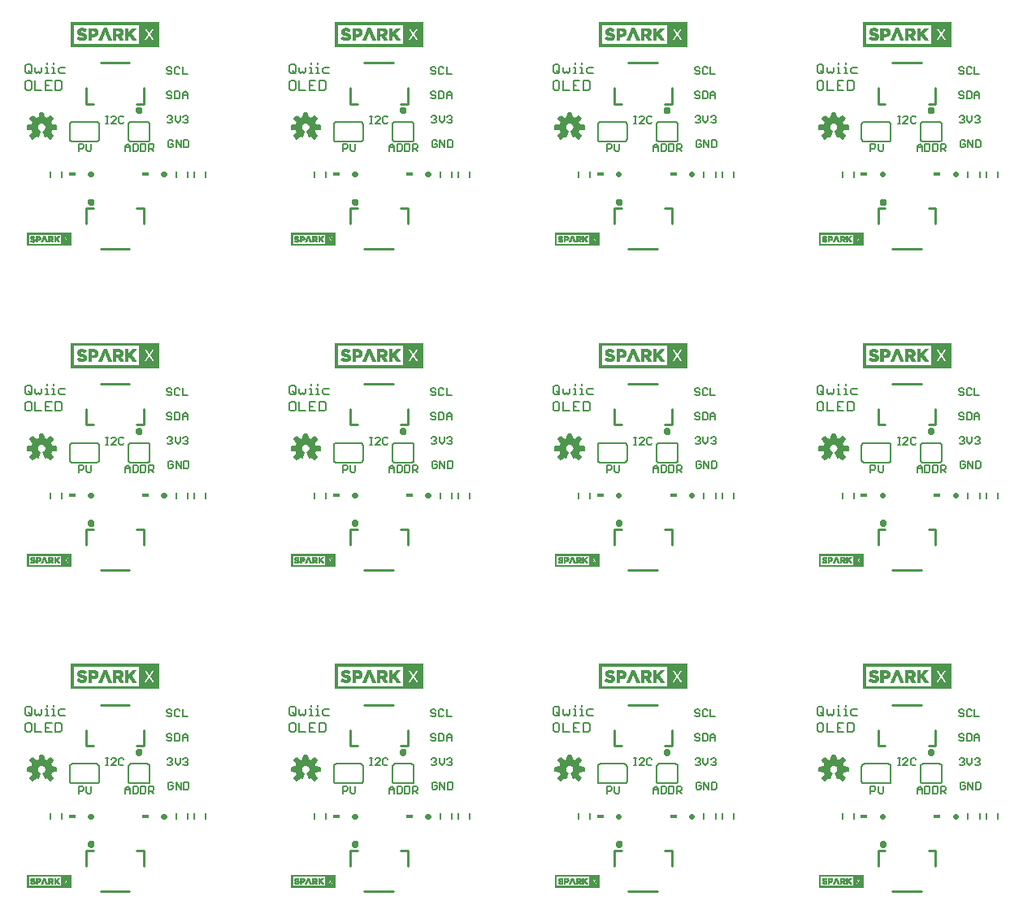
<source format=gto>
G75*
%MOIN*%
%OFA0B0*%
%FSLAX25Y25*%
%IPPOS*%
%LPD*%
%AMOC8*
5,1,8,0,0,1.08239X$1,22.5*
%
%ADD10C,0.00500*%
%ADD11C,0.00700*%
%ADD12C,0.00600*%
%ADD13C,0.02200*%
%ADD14R,0.03000X0.01800*%
%ADD15C,0.00591*%
%ADD16C,0.01000*%
%ADD17C,0.01575*%
%ADD18C,0.00039*%
D10*
X0040550Y0122287D02*
X0040550Y0125289D01*
X0042051Y0125289D01*
X0042552Y0124789D01*
X0042552Y0123788D01*
X0042051Y0123287D01*
X0040550Y0123287D01*
X0043773Y0122787D02*
X0043773Y0125289D01*
X0045774Y0125289D02*
X0045774Y0122787D01*
X0045274Y0122287D01*
X0044273Y0122287D01*
X0043773Y0122787D01*
X0051750Y0133687D02*
X0052751Y0133687D01*
X0052250Y0133687D02*
X0052250Y0136689D01*
X0051750Y0136689D02*
X0052751Y0136689D01*
X0053898Y0136189D02*
X0054399Y0136689D01*
X0055400Y0136689D01*
X0055900Y0136189D01*
X0055900Y0135688D01*
X0053898Y0133687D01*
X0055900Y0133687D01*
X0057121Y0134187D02*
X0057622Y0133687D01*
X0058623Y0133687D01*
X0059123Y0134187D01*
X0057121Y0134187D02*
X0057121Y0136189D01*
X0057622Y0136689D01*
X0058623Y0136689D01*
X0059123Y0136189D01*
X0060651Y0125289D02*
X0061652Y0124288D01*
X0061652Y0122287D01*
X0062873Y0122287D02*
X0064374Y0122287D01*
X0064874Y0122787D01*
X0064874Y0124789D01*
X0064374Y0125289D01*
X0062873Y0125289D01*
X0062873Y0122287D01*
X0061652Y0123788D02*
X0059650Y0123788D01*
X0059650Y0124288D02*
X0060651Y0125289D01*
X0059650Y0124288D02*
X0059650Y0122287D01*
X0066095Y0122287D02*
X0067597Y0122287D01*
X0068097Y0122787D01*
X0068097Y0124789D01*
X0067597Y0125289D01*
X0066095Y0125289D01*
X0066095Y0122287D01*
X0069318Y0122287D02*
X0069318Y0125289D01*
X0070820Y0125289D01*
X0071320Y0124789D01*
X0071320Y0123788D01*
X0070820Y0123287D01*
X0069318Y0123287D01*
X0070319Y0123287D02*
X0071320Y0122287D01*
X0077250Y0124387D02*
X0077250Y0126389D01*
X0077750Y0126889D01*
X0078751Y0126889D01*
X0079252Y0126389D01*
X0079252Y0125388D02*
X0078251Y0125388D01*
X0079252Y0125388D02*
X0079252Y0124387D01*
X0078751Y0123887D01*
X0077750Y0123887D01*
X0077250Y0124387D01*
X0080473Y0123887D02*
X0080473Y0126889D01*
X0082474Y0123887D01*
X0082474Y0126889D01*
X0083695Y0126889D02*
X0083695Y0123887D01*
X0085197Y0123887D01*
X0085697Y0124387D01*
X0085697Y0126389D01*
X0085197Y0126889D01*
X0083695Y0126889D01*
X0083896Y0133787D02*
X0083395Y0134287D01*
X0083896Y0133787D02*
X0084897Y0133787D01*
X0085397Y0134287D01*
X0085397Y0134787D01*
X0084897Y0135288D01*
X0084396Y0135288D01*
X0084897Y0135288D02*
X0085397Y0135788D01*
X0085397Y0136289D01*
X0084897Y0136789D01*
X0083896Y0136789D01*
X0083395Y0136289D01*
X0082174Y0136789D02*
X0082174Y0134787D01*
X0081174Y0133787D01*
X0080173Y0134787D01*
X0080173Y0136789D01*
X0078952Y0136289D02*
X0078952Y0135788D01*
X0078451Y0135288D01*
X0078952Y0134787D01*
X0078952Y0134287D01*
X0078451Y0133787D01*
X0077450Y0133787D01*
X0076950Y0134287D01*
X0077951Y0135288D02*
X0078451Y0135288D01*
X0078952Y0136289D02*
X0078451Y0136789D01*
X0077450Y0136789D01*
X0076950Y0136289D01*
X0077250Y0143787D02*
X0076750Y0144287D01*
X0077250Y0143787D02*
X0078251Y0143787D01*
X0078752Y0144287D01*
X0078752Y0144787D01*
X0078251Y0145288D01*
X0077250Y0145288D01*
X0076750Y0145788D01*
X0076750Y0146289D01*
X0077250Y0146789D01*
X0078251Y0146789D01*
X0078752Y0146289D01*
X0079973Y0146789D02*
X0081474Y0146789D01*
X0081974Y0146289D01*
X0081974Y0144287D01*
X0081474Y0143787D01*
X0079973Y0143787D01*
X0079973Y0146789D01*
X0083195Y0145788D02*
X0084196Y0146789D01*
X0085197Y0145788D01*
X0085197Y0143787D01*
X0085197Y0145288D02*
X0083195Y0145288D01*
X0083195Y0145788D02*
X0083195Y0143787D01*
X0083195Y0153787D02*
X0085197Y0153787D01*
X0083195Y0153787D02*
X0083195Y0156789D01*
X0081974Y0156289D02*
X0081474Y0156789D01*
X0080473Y0156789D01*
X0079973Y0156289D01*
X0079973Y0154287D01*
X0080473Y0153787D01*
X0081474Y0153787D01*
X0081974Y0154287D01*
X0078752Y0154287D02*
X0078251Y0153787D01*
X0077250Y0153787D01*
X0076750Y0154287D01*
X0077250Y0155288D02*
X0078251Y0155288D01*
X0078752Y0154787D01*
X0078752Y0154287D01*
X0077250Y0155288D02*
X0076750Y0155788D01*
X0076750Y0156289D01*
X0077250Y0156789D01*
X0078251Y0156789D01*
X0078752Y0156289D01*
X0148850Y0125289D02*
X0148850Y0122287D01*
X0148850Y0123287D02*
X0150351Y0123287D01*
X0150852Y0123788D01*
X0150852Y0124789D01*
X0150351Y0125289D01*
X0148850Y0125289D01*
X0152073Y0125289D02*
X0152073Y0122787D01*
X0152573Y0122287D01*
X0153574Y0122287D01*
X0154074Y0122787D01*
X0154074Y0125289D01*
X0160050Y0133687D02*
X0161051Y0133687D01*
X0160550Y0133687D02*
X0160550Y0136689D01*
X0160050Y0136689D02*
X0161051Y0136689D01*
X0162198Y0136189D02*
X0162699Y0136689D01*
X0163700Y0136689D01*
X0164200Y0136189D01*
X0164200Y0135688D01*
X0162198Y0133687D01*
X0164200Y0133687D01*
X0165421Y0134187D02*
X0165922Y0133687D01*
X0166923Y0133687D01*
X0167423Y0134187D01*
X0165421Y0134187D02*
X0165421Y0136189D01*
X0165922Y0136689D01*
X0166923Y0136689D01*
X0167423Y0136189D01*
X0168951Y0125289D02*
X0169952Y0124288D01*
X0169952Y0122287D01*
X0171173Y0122287D02*
X0172674Y0122287D01*
X0173174Y0122787D01*
X0173174Y0124789D01*
X0172674Y0125289D01*
X0171173Y0125289D01*
X0171173Y0122287D01*
X0169952Y0123788D02*
X0167950Y0123788D01*
X0167950Y0124288D02*
X0168951Y0125289D01*
X0167950Y0124288D02*
X0167950Y0122287D01*
X0174395Y0122287D02*
X0175897Y0122287D01*
X0176397Y0122787D01*
X0176397Y0124789D01*
X0175897Y0125289D01*
X0174395Y0125289D01*
X0174395Y0122287D01*
X0177618Y0122287D02*
X0177618Y0125289D01*
X0179120Y0125289D01*
X0179620Y0124789D01*
X0179620Y0123788D01*
X0179120Y0123287D01*
X0177618Y0123287D01*
X0178619Y0123287D02*
X0179620Y0122287D01*
X0185550Y0124387D02*
X0185550Y0126389D01*
X0186050Y0126889D01*
X0187051Y0126889D01*
X0187552Y0126389D01*
X0187552Y0125388D02*
X0186551Y0125388D01*
X0187552Y0125388D02*
X0187552Y0124387D01*
X0187051Y0123887D01*
X0186050Y0123887D01*
X0185550Y0124387D01*
X0188773Y0123887D02*
X0188773Y0126889D01*
X0190774Y0123887D01*
X0190774Y0126889D01*
X0191995Y0126889D02*
X0191995Y0123887D01*
X0193497Y0123887D01*
X0193997Y0124387D01*
X0193997Y0126389D01*
X0193497Y0126889D01*
X0191995Y0126889D01*
X0192196Y0133787D02*
X0191695Y0134287D01*
X0192196Y0133787D02*
X0193197Y0133787D01*
X0193697Y0134287D01*
X0193697Y0134787D01*
X0193197Y0135288D01*
X0192696Y0135288D01*
X0193197Y0135288D02*
X0193697Y0135788D01*
X0193697Y0136289D01*
X0193197Y0136789D01*
X0192196Y0136789D01*
X0191695Y0136289D01*
X0190474Y0136789D02*
X0190474Y0134787D01*
X0189474Y0133787D01*
X0188473Y0134787D01*
X0188473Y0136789D01*
X0187252Y0136289D02*
X0187252Y0135788D01*
X0186751Y0135288D01*
X0187252Y0134787D01*
X0187252Y0134287D01*
X0186751Y0133787D01*
X0185750Y0133787D01*
X0185250Y0134287D01*
X0186251Y0135288D02*
X0186751Y0135288D01*
X0187252Y0136289D02*
X0186751Y0136789D01*
X0185750Y0136789D01*
X0185250Y0136289D01*
X0185550Y0143787D02*
X0185050Y0144287D01*
X0185550Y0143787D02*
X0186551Y0143787D01*
X0187052Y0144287D01*
X0187052Y0144787D01*
X0186551Y0145288D01*
X0185550Y0145288D01*
X0185050Y0145788D01*
X0185050Y0146289D01*
X0185550Y0146789D01*
X0186551Y0146789D01*
X0187052Y0146289D01*
X0188273Y0146789D02*
X0189774Y0146789D01*
X0190274Y0146289D01*
X0190274Y0144287D01*
X0189774Y0143787D01*
X0188273Y0143787D01*
X0188273Y0146789D01*
X0191495Y0145788D02*
X0192496Y0146789D01*
X0193497Y0145788D01*
X0193497Y0143787D01*
X0193497Y0145288D02*
X0191495Y0145288D01*
X0191495Y0145788D02*
X0191495Y0143787D01*
X0191495Y0153787D02*
X0193497Y0153787D01*
X0191495Y0153787D02*
X0191495Y0156789D01*
X0190274Y0156289D02*
X0189774Y0156789D01*
X0188773Y0156789D01*
X0188273Y0156289D01*
X0188273Y0154287D01*
X0188773Y0153787D01*
X0189774Y0153787D01*
X0190274Y0154287D01*
X0187052Y0154287D02*
X0186551Y0153787D01*
X0185550Y0153787D01*
X0185050Y0154287D01*
X0185550Y0155288D02*
X0186551Y0155288D01*
X0187052Y0154787D01*
X0187052Y0154287D01*
X0185550Y0155288D02*
X0185050Y0155788D01*
X0185050Y0156289D01*
X0185550Y0156789D01*
X0186551Y0156789D01*
X0187052Y0156289D01*
X0257150Y0125289D02*
X0257150Y0122287D01*
X0257150Y0123287D02*
X0258651Y0123287D01*
X0259152Y0123788D01*
X0259152Y0124789D01*
X0258651Y0125289D01*
X0257150Y0125289D01*
X0260373Y0125289D02*
X0260373Y0122787D01*
X0260873Y0122287D01*
X0261874Y0122287D01*
X0262374Y0122787D01*
X0262374Y0125289D01*
X0268350Y0133687D02*
X0269351Y0133687D01*
X0268850Y0133687D02*
X0268850Y0136689D01*
X0268350Y0136689D02*
X0269351Y0136689D01*
X0270498Y0136189D02*
X0270999Y0136689D01*
X0272000Y0136689D01*
X0272500Y0136189D01*
X0272500Y0135688D01*
X0270498Y0133687D01*
X0272500Y0133687D01*
X0273721Y0134187D02*
X0274222Y0133687D01*
X0275223Y0133687D01*
X0275723Y0134187D01*
X0275723Y0136189D02*
X0275223Y0136689D01*
X0274222Y0136689D01*
X0273721Y0136189D01*
X0273721Y0134187D01*
X0277251Y0125289D02*
X0278252Y0124288D01*
X0278252Y0122287D01*
X0279473Y0122287D02*
X0279473Y0125289D01*
X0280974Y0125289D01*
X0281474Y0124789D01*
X0281474Y0122787D01*
X0280974Y0122287D01*
X0279473Y0122287D01*
X0278252Y0123788D02*
X0276250Y0123788D01*
X0276250Y0124288D02*
X0277251Y0125289D01*
X0276250Y0124288D02*
X0276250Y0122287D01*
X0282695Y0122287D02*
X0282695Y0125289D01*
X0284197Y0125289D01*
X0284697Y0124789D01*
X0284697Y0122787D01*
X0284197Y0122287D01*
X0282695Y0122287D01*
X0285918Y0122287D02*
X0285918Y0125289D01*
X0287420Y0125289D01*
X0287920Y0124789D01*
X0287920Y0123788D01*
X0287420Y0123287D01*
X0285918Y0123287D01*
X0286919Y0123287D02*
X0287920Y0122287D01*
X0293850Y0124387D02*
X0293850Y0126389D01*
X0294350Y0126889D01*
X0295351Y0126889D01*
X0295852Y0126389D01*
X0295852Y0125388D02*
X0294851Y0125388D01*
X0295852Y0125388D02*
X0295852Y0124387D01*
X0295351Y0123887D01*
X0294350Y0123887D01*
X0293850Y0124387D01*
X0297073Y0123887D02*
X0297073Y0126889D01*
X0299074Y0123887D01*
X0299074Y0126889D01*
X0300295Y0126889D02*
X0300295Y0123887D01*
X0301797Y0123887D01*
X0302297Y0124387D01*
X0302297Y0126389D01*
X0301797Y0126889D01*
X0300295Y0126889D01*
X0300496Y0133787D02*
X0299995Y0134287D01*
X0300496Y0133787D02*
X0301497Y0133787D01*
X0301997Y0134287D01*
X0301997Y0134787D01*
X0301497Y0135288D01*
X0300996Y0135288D01*
X0301497Y0135288D02*
X0301997Y0135788D01*
X0301997Y0136289D01*
X0301497Y0136789D01*
X0300496Y0136789D01*
X0299995Y0136289D01*
X0298774Y0136789D02*
X0298774Y0134787D01*
X0297774Y0133787D01*
X0296773Y0134787D01*
X0296773Y0136789D01*
X0295552Y0136289D02*
X0295552Y0135788D01*
X0295051Y0135288D01*
X0295552Y0134787D01*
X0295552Y0134287D01*
X0295051Y0133787D01*
X0294050Y0133787D01*
X0293550Y0134287D01*
X0294551Y0135288D02*
X0295051Y0135288D01*
X0295552Y0136289D02*
X0295051Y0136789D01*
X0294050Y0136789D01*
X0293550Y0136289D01*
X0293850Y0143787D02*
X0293350Y0144287D01*
X0293850Y0143787D02*
X0294851Y0143787D01*
X0295352Y0144287D01*
X0295352Y0144787D01*
X0294851Y0145288D01*
X0293850Y0145288D01*
X0293350Y0145788D01*
X0293350Y0146289D01*
X0293850Y0146789D01*
X0294851Y0146789D01*
X0295352Y0146289D01*
X0296573Y0146789D02*
X0298074Y0146789D01*
X0298574Y0146289D01*
X0298574Y0144287D01*
X0298074Y0143787D01*
X0296573Y0143787D01*
X0296573Y0146789D01*
X0299795Y0145788D02*
X0300796Y0146789D01*
X0301797Y0145788D01*
X0301797Y0143787D01*
X0301797Y0145288D02*
X0299795Y0145288D01*
X0299795Y0145788D02*
X0299795Y0143787D01*
X0299795Y0153787D02*
X0301797Y0153787D01*
X0299795Y0153787D02*
X0299795Y0156789D01*
X0298574Y0156289D02*
X0298074Y0156789D01*
X0297073Y0156789D01*
X0296573Y0156289D01*
X0296573Y0154287D01*
X0297073Y0153787D01*
X0298074Y0153787D01*
X0298574Y0154287D01*
X0295352Y0154287D02*
X0294851Y0153787D01*
X0293850Y0153787D01*
X0293350Y0154287D01*
X0293850Y0155288D02*
X0294851Y0155288D01*
X0295352Y0154787D01*
X0295352Y0154287D01*
X0293850Y0155288D02*
X0293350Y0155788D01*
X0293350Y0156289D01*
X0293850Y0156789D01*
X0294851Y0156789D01*
X0295352Y0156289D01*
X0365450Y0125289D02*
X0365450Y0122287D01*
X0365450Y0123287D02*
X0366951Y0123287D01*
X0367452Y0123788D01*
X0367452Y0124789D01*
X0366951Y0125289D01*
X0365450Y0125289D01*
X0368673Y0125289D02*
X0368673Y0122787D01*
X0369173Y0122287D01*
X0370174Y0122287D01*
X0370674Y0122787D01*
X0370674Y0125289D01*
X0376650Y0133687D02*
X0377651Y0133687D01*
X0377150Y0133687D02*
X0377150Y0136689D01*
X0376650Y0136689D02*
X0377651Y0136689D01*
X0378798Y0136189D02*
X0379299Y0136689D01*
X0380300Y0136689D01*
X0380800Y0136189D01*
X0380800Y0135688D01*
X0378798Y0133687D01*
X0380800Y0133687D01*
X0382021Y0134187D02*
X0382522Y0133687D01*
X0383523Y0133687D01*
X0384023Y0134187D01*
X0384023Y0136189D02*
X0383523Y0136689D01*
X0382522Y0136689D01*
X0382021Y0136189D01*
X0382021Y0134187D01*
X0385551Y0125289D02*
X0386552Y0124288D01*
X0386552Y0122287D01*
X0387773Y0122287D02*
X0387773Y0125289D01*
X0389274Y0125289D01*
X0389774Y0124789D01*
X0389774Y0122787D01*
X0389274Y0122287D01*
X0387773Y0122287D01*
X0386552Y0123788D02*
X0384550Y0123788D01*
X0384550Y0124288D02*
X0385551Y0125289D01*
X0384550Y0124288D02*
X0384550Y0122287D01*
X0390995Y0122287D02*
X0390995Y0125289D01*
X0392497Y0125289D01*
X0392997Y0124789D01*
X0392997Y0122787D01*
X0392497Y0122287D01*
X0390995Y0122287D01*
X0394218Y0122287D02*
X0394218Y0125289D01*
X0395720Y0125289D01*
X0396220Y0124789D01*
X0396220Y0123788D01*
X0395720Y0123287D01*
X0394218Y0123287D01*
X0395219Y0123287D02*
X0396220Y0122287D01*
X0402150Y0124387D02*
X0402150Y0126389D01*
X0402650Y0126889D01*
X0403651Y0126889D01*
X0404152Y0126389D01*
X0404152Y0125388D02*
X0403151Y0125388D01*
X0404152Y0125388D02*
X0404152Y0124387D01*
X0403651Y0123887D01*
X0402650Y0123887D01*
X0402150Y0124387D01*
X0405373Y0123887D02*
X0405373Y0126889D01*
X0407374Y0123887D01*
X0407374Y0126889D01*
X0408595Y0126889D02*
X0410097Y0126889D01*
X0410597Y0126389D01*
X0410597Y0124387D01*
X0410097Y0123887D01*
X0408595Y0123887D01*
X0408595Y0126889D01*
X0408796Y0133787D02*
X0408295Y0134287D01*
X0408796Y0133787D02*
X0409797Y0133787D01*
X0410297Y0134287D01*
X0410297Y0134787D01*
X0409797Y0135288D01*
X0409296Y0135288D01*
X0409797Y0135288D02*
X0410297Y0135788D01*
X0410297Y0136289D01*
X0409797Y0136789D01*
X0408796Y0136789D01*
X0408295Y0136289D01*
X0407074Y0136789D02*
X0407074Y0134787D01*
X0406074Y0133787D01*
X0405073Y0134787D01*
X0405073Y0136789D01*
X0403852Y0136289D02*
X0403852Y0135788D01*
X0403351Y0135288D01*
X0403852Y0134787D01*
X0403852Y0134287D01*
X0403351Y0133787D01*
X0402350Y0133787D01*
X0401850Y0134287D01*
X0402851Y0135288D02*
X0403351Y0135288D01*
X0403852Y0136289D02*
X0403351Y0136789D01*
X0402350Y0136789D01*
X0401850Y0136289D01*
X0402150Y0143787D02*
X0401650Y0144287D01*
X0402150Y0143787D02*
X0403151Y0143787D01*
X0403652Y0144287D01*
X0403652Y0144787D01*
X0403151Y0145288D01*
X0402150Y0145288D01*
X0401650Y0145788D01*
X0401650Y0146289D01*
X0402150Y0146789D01*
X0403151Y0146789D01*
X0403652Y0146289D01*
X0404873Y0146789D02*
X0406374Y0146789D01*
X0406874Y0146289D01*
X0406874Y0144287D01*
X0406374Y0143787D01*
X0404873Y0143787D01*
X0404873Y0146789D01*
X0408095Y0145788D02*
X0409096Y0146789D01*
X0410097Y0145788D01*
X0410097Y0143787D01*
X0410097Y0145288D02*
X0408095Y0145288D01*
X0408095Y0145788D02*
X0408095Y0143787D01*
X0408095Y0153787D02*
X0410097Y0153787D01*
X0408095Y0153787D02*
X0408095Y0156789D01*
X0406874Y0156289D02*
X0406374Y0156789D01*
X0405373Y0156789D01*
X0404873Y0156289D01*
X0404873Y0154287D01*
X0405373Y0153787D01*
X0406374Y0153787D01*
X0406874Y0154287D01*
X0403652Y0154287D02*
X0403151Y0153787D01*
X0402150Y0153787D01*
X0401650Y0154287D01*
X0402150Y0155288D02*
X0403151Y0155288D01*
X0403652Y0154787D01*
X0403652Y0154287D01*
X0402150Y0155288D02*
X0401650Y0155788D01*
X0401650Y0156289D01*
X0402150Y0156789D01*
X0403151Y0156789D01*
X0403652Y0156289D01*
X0396220Y0253887D02*
X0395219Y0254887D01*
X0395720Y0254887D02*
X0394218Y0254887D01*
X0394218Y0253887D02*
X0394218Y0256889D01*
X0395720Y0256889D01*
X0396220Y0256389D01*
X0396220Y0255388D01*
X0395720Y0254887D01*
X0392997Y0254387D02*
X0392997Y0256389D01*
X0392497Y0256889D01*
X0390995Y0256889D01*
X0390995Y0253887D01*
X0392497Y0253887D01*
X0392997Y0254387D01*
X0389774Y0254387D02*
X0389774Y0256389D01*
X0389274Y0256889D01*
X0387773Y0256889D01*
X0387773Y0253887D01*
X0389274Y0253887D01*
X0389774Y0254387D01*
X0386552Y0253887D02*
X0386552Y0255888D01*
X0385551Y0256889D01*
X0384550Y0255888D01*
X0384550Y0253887D01*
X0384550Y0255388D02*
X0386552Y0255388D01*
X0383523Y0265287D02*
X0382522Y0265287D01*
X0382021Y0265787D01*
X0382021Y0267789D01*
X0382522Y0268289D01*
X0383523Y0268289D01*
X0384023Y0267789D01*
X0384023Y0265787D02*
X0383523Y0265287D01*
X0380800Y0265287D02*
X0378798Y0265287D01*
X0380800Y0267288D01*
X0380800Y0267789D01*
X0380300Y0268289D01*
X0379299Y0268289D01*
X0378798Y0267789D01*
X0377651Y0268289D02*
X0376650Y0268289D01*
X0377150Y0268289D02*
X0377150Y0265287D01*
X0376650Y0265287D02*
X0377651Y0265287D01*
X0370674Y0256889D02*
X0370674Y0254387D01*
X0370174Y0253887D01*
X0369173Y0253887D01*
X0368673Y0254387D01*
X0368673Y0256889D01*
X0367452Y0256389D02*
X0367452Y0255388D01*
X0366951Y0254887D01*
X0365450Y0254887D01*
X0365450Y0253887D02*
X0365450Y0256889D01*
X0366951Y0256889D01*
X0367452Y0256389D01*
X0402150Y0255987D02*
X0402650Y0255487D01*
X0403651Y0255487D01*
X0404152Y0255987D01*
X0404152Y0256988D01*
X0403151Y0256988D01*
X0404152Y0257989D02*
X0403651Y0258489D01*
X0402650Y0258489D01*
X0402150Y0257989D01*
X0402150Y0255987D01*
X0405373Y0255487D02*
X0405373Y0258489D01*
X0407374Y0255487D01*
X0407374Y0258489D01*
X0408595Y0258489D02*
X0410097Y0258489D01*
X0410597Y0257989D01*
X0410597Y0255987D01*
X0410097Y0255487D01*
X0408595Y0255487D01*
X0408595Y0258489D01*
X0408796Y0265387D02*
X0408295Y0265887D01*
X0408796Y0265387D02*
X0409797Y0265387D01*
X0410297Y0265887D01*
X0410297Y0266387D01*
X0409797Y0266888D01*
X0409296Y0266888D01*
X0409797Y0266888D02*
X0410297Y0267388D01*
X0410297Y0267889D01*
X0409797Y0268389D01*
X0408796Y0268389D01*
X0408295Y0267889D01*
X0407074Y0268389D02*
X0407074Y0266387D01*
X0406074Y0265387D01*
X0405073Y0266387D01*
X0405073Y0268389D01*
X0403852Y0267889D02*
X0403852Y0267388D01*
X0403351Y0266888D01*
X0403852Y0266387D01*
X0403852Y0265887D01*
X0403351Y0265387D01*
X0402350Y0265387D01*
X0401850Y0265887D01*
X0402851Y0266888D02*
X0403351Y0266888D01*
X0403852Y0267889D02*
X0403351Y0268389D01*
X0402350Y0268389D01*
X0401850Y0267889D01*
X0402150Y0275387D02*
X0401650Y0275887D01*
X0402150Y0275387D02*
X0403151Y0275387D01*
X0403652Y0275887D01*
X0403652Y0276387D01*
X0403151Y0276888D01*
X0402150Y0276888D01*
X0401650Y0277388D01*
X0401650Y0277889D01*
X0402150Y0278389D01*
X0403151Y0278389D01*
X0403652Y0277889D01*
X0404873Y0278389D02*
X0404873Y0275387D01*
X0406374Y0275387D01*
X0406874Y0275887D01*
X0406874Y0277889D01*
X0406374Y0278389D01*
X0404873Y0278389D01*
X0408095Y0277388D02*
X0409096Y0278389D01*
X0410097Y0277388D01*
X0410097Y0275387D01*
X0410097Y0276888D02*
X0408095Y0276888D01*
X0408095Y0277388D02*
X0408095Y0275387D01*
X0408095Y0285387D02*
X0410097Y0285387D01*
X0408095Y0285387D02*
X0408095Y0288389D01*
X0406874Y0287889D02*
X0406374Y0288389D01*
X0405373Y0288389D01*
X0404873Y0287889D01*
X0404873Y0285887D01*
X0405373Y0285387D01*
X0406374Y0285387D01*
X0406874Y0285887D01*
X0403652Y0285887D02*
X0403151Y0285387D01*
X0402150Y0285387D01*
X0401650Y0285887D01*
X0402150Y0286888D02*
X0403151Y0286888D01*
X0403652Y0286387D01*
X0403652Y0285887D01*
X0402150Y0286888D02*
X0401650Y0287388D01*
X0401650Y0287889D01*
X0402150Y0288389D01*
X0403151Y0288389D01*
X0403652Y0287889D01*
X0396220Y0385487D02*
X0395219Y0386487D01*
X0395720Y0386487D02*
X0394218Y0386487D01*
X0394218Y0385487D02*
X0394218Y0388489D01*
X0395720Y0388489D01*
X0396220Y0387989D01*
X0396220Y0386988D01*
X0395720Y0386487D01*
X0392997Y0385987D02*
X0392997Y0387989D01*
X0392497Y0388489D01*
X0390995Y0388489D01*
X0390995Y0385487D01*
X0392497Y0385487D01*
X0392997Y0385987D01*
X0389774Y0385987D02*
X0389774Y0387989D01*
X0389274Y0388489D01*
X0387773Y0388489D01*
X0387773Y0385487D01*
X0389274Y0385487D01*
X0389774Y0385987D01*
X0386552Y0385487D02*
X0386552Y0387488D01*
X0385551Y0388489D01*
X0384550Y0387488D01*
X0384550Y0385487D01*
X0384550Y0386988D02*
X0386552Y0386988D01*
X0383523Y0396887D02*
X0382522Y0396887D01*
X0382021Y0397387D01*
X0382021Y0399389D01*
X0382522Y0399889D01*
X0383523Y0399889D01*
X0384023Y0399389D01*
X0384023Y0397387D02*
X0383523Y0396887D01*
X0380800Y0396887D02*
X0378798Y0396887D01*
X0380800Y0398888D01*
X0380800Y0399389D01*
X0380300Y0399889D01*
X0379299Y0399889D01*
X0378798Y0399389D01*
X0377651Y0399889D02*
X0376650Y0399889D01*
X0377150Y0399889D02*
X0377150Y0396887D01*
X0376650Y0396887D02*
X0377651Y0396887D01*
X0370674Y0388489D02*
X0370674Y0385987D01*
X0370174Y0385487D01*
X0369173Y0385487D01*
X0368673Y0385987D01*
X0368673Y0388489D01*
X0367452Y0387989D02*
X0367452Y0386988D01*
X0366951Y0386487D01*
X0365450Y0386487D01*
X0365450Y0385487D02*
X0365450Y0388489D01*
X0366951Y0388489D01*
X0367452Y0387989D01*
X0402150Y0387587D02*
X0402650Y0387087D01*
X0403651Y0387087D01*
X0404152Y0387587D01*
X0404152Y0388588D01*
X0403151Y0388588D01*
X0404152Y0389589D02*
X0403651Y0390089D01*
X0402650Y0390089D01*
X0402150Y0389589D01*
X0402150Y0387587D01*
X0405373Y0387087D02*
X0405373Y0390089D01*
X0407374Y0387087D01*
X0407374Y0390089D01*
X0408595Y0390089D02*
X0410097Y0390089D01*
X0410597Y0389589D01*
X0410597Y0387587D01*
X0410097Y0387087D01*
X0408595Y0387087D01*
X0408595Y0390089D01*
X0408796Y0396987D02*
X0408295Y0397487D01*
X0408796Y0396987D02*
X0409797Y0396987D01*
X0410297Y0397487D01*
X0410297Y0397987D01*
X0409797Y0398488D01*
X0409296Y0398488D01*
X0409797Y0398488D02*
X0410297Y0398988D01*
X0410297Y0399489D01*
X0409797Y0399989D01*
X0408796Y0399989D01*
X0408295Y0399489D01*
X0407074Y0399989D02*
X0407074Y0397987D01*
X0406074Y0396987D01*
X0405073Y0397987D01*
X0405073Y0399989D01*
X0403852Y0399489D02*
X0403852Y0398988D01*
X0403351Y0398488D01*
X0403852Y0397987D01*
X0403852Y0397487D01*
X0403351Y0396987D01*
X0402350Y0396987D01*
X0401850Y0397487D01*
X0402851Y0398488D02*
X0403351Y0398488D01*
X0403852Y0399489D02*
X0403351Y0399989D01*
X0402350Y0399989D01*
X0401850Y0399489D01*
X0402150Y0406987D02*
X0401650Y0407487D01*
X0402150Y0406987D02*
X0403151Y0406987D01*
X0403652Y0407487D01*
X0403652Y0407987D01*
X0403151Y0408488D01*
X0402150Y0408488D01*
X0401650Y0408988D01*
X0401650Y0409489D01*
X0402150Y0409989D01*
X0403151Y0409989D01*
X0403652Y0409489D01*
X0404873Y0409989D02*
X0406374Y0409989D01*
X0406874Y0409489D01*
X0406874Y0407487D01*
X0406374Y0406987D01*
X0404873Y0406987D01*
X0404873Y0409989D01*
X0408095Y0408988D02*
X0409096Y0409989D01*
X0410097Y0408988D01*
X0410097Y0406987D01*
X0410097Y0408488D02*
X0408095Y0408488D01*
X0408095Y0408988D02*
X0408095Y0406987D01*
X0408095Y0416987D02*
X0410097Y0416987D01*
X0408095Y0416987D02*
X0408095Y0419989D01*
X0406874Y0419489D02*
X0406374Y0419989D01*
X0405373Y0419989D01*
X0404873Y0419489D01*
X0404873Y0417487D01*
X0405373Y0416987D01*
X0406374Y0416987D01*
X0406874Y0417487D01*
X0403652Y0417487D02*
X0403151Y0416987D01*
X0402150Y0416987D01*
X0401650Y0417487D01*
X0402150Y0418488D02*
X0403151Y0418488D01*
X0403652Y0417987D01*
X0403652Y0417487D01*
X0402150Y0418488D02*
X0401650Y0418988D01*
X0401650Y0419489D01*
X0402150Y0419989D01*
X0403151Y0419989D01*
X0403652Y0419489D01*
X0301797Y0416987D02*
X0299795Y0416987D01*
X0299795Y0419989D01*
X0298574Y0419489D02*
X0298074Y0419989D01*
X0297073Y0419989D01*
X0296573Y0419489D01*
X0296573Y0417487D01*
X0297073Y0416987D01*
X0298074Y0416987D01*
X0298574Y0417487D01*
X0295352Y0417487D02*
X0294851Y0416987D01*
X0293850Y0416987D01*
X0293350Y0417487D01*
X0293850Y0418488D02*
X0294851Y0418488D01*
X0295352Y0417987D01*
X0295352Y0417487D01*
X0293850Y0418488D02*
X0293350Y0418988D01*
X0293350Y0419489D01*
X0293850Y0419989D01*
X0294851Y0419989D01*
X0295352Y0419489D01*
X0294851Y0409989D02*
X0293850Y0409989D01*
X0293350Y0409489D01*
X0293350Y0408988D01*
X0293850Y0408488D01*
X0294851Y0408488D01*
X0295352Y0407987D01*
X0295352Y0407487D01*
X0294851Y0406987D01*
X0293850Y0406987D01*
X0293350Y0407487D01*
X0295352Y0409489D02*
X0294851Y0409989D01*
X0296573Y0409989D02*
X0298074Y0409989D01*
X0298574Y0409489D01*
X0298574Y0407487D01*
X0298074Y0406987D01*
X0296573Y0406987D01*
X0296573Y0409989D01*
X0299795Y0408988D02*
X0300796Y0409989D01*
X0301797Y0408988D01*
X0301797Y0406987D01*
X0301797Y0408488D02*
X0299795Y0408488D01*
X0299795Y0408988D02*
X0299795Y0406987D01*
X0300496Y0399989D02*
X0299995Y0399489D01*
X0300496Y0399989D02*
X0301497Y0399989D01*
X0301997Y0399489D01*
X0301997Y0398988D01*
X0301497Y0398488D01*
X0301997Y0397987D01*
X0301997Y0397487D01*
X0301497Y0396987D01*
X0300496Y0396987D01*
X0299995Y0397487D01*
X0298774Y0397987D02*
X0298774Y0399989D01*
X0296773Y0399989D02*
X0296773Y0397987D01*
X0297774Y0396987D01*
X0298774Y0397987D01*
X0300996Y0398488D02*
X0301497Y0398488D01*
X0295552Y0398988D02*
X0295051Y0398488D01*
X0295552Y0397987D01*
X0295552Y0397487D01*
X0295051Y0396987D01*
X0294050Y0396987D01*
X0293550Y0397487D01*
X0294551Y0398488D02*
X0295051Y0398488D01*
X0295552Y0398988D02*
X0295552Y0399489D01*
X0295051Y0399989D01*
X0294050Y0399989D01*
X0293550Y0399489D01*
X0294350Y0390089D02*
X0293850Y0389589D01*
X0293850Y0387587D01*
X0294350Y0387087D01*
X0295351Y0387087D01*
X0295852Y0387587D01*
X0295852Y0388588D01*
X0294851Y0388588D01*
X0295852Y0389589D02*
X0295351Y0390089D01*
X0294350Y0390089D01*
X0297073Y0390089D02*
X0299074Y0387087D01*
X0299074Y0390089D01*
X0300295Y0390089D02*
X0300295Y0387087D01*
X0301797Y0387087D01*
X0302297Y0387587D01*
X0302297Y0389589D01*
X0301797Y0390089D01*
X0300295Y0390089D01*
X0297073Y0390089D02*
X0297073Y0387087D01*
X0287920Y0386988D02*
X0287420Y0386487D01*
X0285918Y0386487D01*
X0285918Y0385487D02*
X0285918Y0388489D01*
X0287420Y0388489D01*
X0287920Y0387989D01*
X0287920Y0386988D01*
X0286919Y0386487D02*
X0287920Y0385487D01*
X0284697Y0385987D02*
X0284697Y0387989D01*
X0284197Y0388489D01*
X0282695Y0388489D01*
X0282695Y0385487D01*
X0284197Y0385487D01*
X0284697Y0385987D01*
X0281474Y0385987D02*
X0281474Y0387989D01*
X0280974Y0388489D01*
X0279473Y0388489D01*
X0279473Y0385487D01*
X0280974Y0385487D01*
X0281474Y0385987D01*
X0278252Y0385487D02*
X0278252Y0387488D01*
X0277251Y0388489D01*
X0276250Y0387488D01*
X0276250Y0385487D01*
X0276250Y0386988D02*
X0278252Y0386988D01*
X0275223Y0396887D02*
X0275723Y0397387D01*
X0275223Y0396887D02*
X0274222Y0396887D01*
X0273721Y0397387D01*
X0273721Y0399389D01*
X0274222Y0399889D01*
X0275223Y0399889D01*
X0275723Y0399389D01*
X0272500Y0399389D02*
X0272000Y0399889D01*
X0270999Y0399889D01*
X0270498Y0399389D01*
X0269351Y0399889D02*
X0268350Y0399889D01*
X0268850Y0399889D02*
X0268850Y0396887D01*
X0268350Y0396887D02*
X0269351Y0396887D01*
X0270498Y0396887D02*
X0272500Y0398888D01*
X0272500Y0399389D01*
X0272500Y0396887D02*
X0270498Y0396887D01*
X0262374Y0388489D02*
X0262374Y0385987D01*
X0261874Y0385487D01*
X0260873Y0385487D01*
X0260373Y0385987D01*
X0260373Y0388489D01*
X0259152Y0387989D02*
X0259152Y0386988D01*
X0258651Y0386487D01*
X0257150Y0386487D01*
X0257150Y0385487D02*
X0257150Y0388489D01*
X0258651Y0388489D01*
X0259152Y0387989D01*
X0193997Y0387587D02*
X0193497Y0387087D01*
X0191995Y0387087D01*
X0191995Y0390089D01*
X0193497Y0390089D01*
X0193997Y0389589D01*
X0193997Y0387587D01*
X0190774Y0387087D02*
X0190774Y0390089D01*
X0188773Y0390089D02*
X0190774Y0387087D01*
X0188773Y0387087D02*
X0188773Y0390089D01*
X0187552Y0389589D02*
X0187051Y0390089D01*
X0186050Y0390089D01*
X0185550Y0389589D01*
X0185550Y0387587D01*
X0186050Y0387087D01*
X0187051Y0387087D01*
X0187552Y0387587D01*
X0187552Y0388588D01*
X0186551Y0388588D01*
X0179620Y0387989D02*
X0179620Y0386988D01*
X0179120Y0386487D01*
X0177618Y0386487D01*
X0177618Y0385487D02*
X0177618Y0388489D01*
X0179120Y0388489D01*
X0179620Y0387989D01*
X0178619Y0386487D02*
X0179620Y0385487D01*
X0176397Y0385987D02*
X0176397Y0387989D01*
X0175897Y0388489D01*
X0174395Y0388489D01*
X0174395Y0385487D01*
X0175897Y0385487D01*
X0176397Y0385987D01*
X0173174Y0385987D02*
X0173174Y0387989D01*
X0172674Y0388489D01*
X0171173Y0388489D01*
X0171173Y0385487D01*
X0172674Y0385487D01*
X0173174Y0385987D01*
X0169952Y0385487D02*
X0169952Y0387488D01*
X0168951Y0388489D01*
X0167950Y0387488D01*
X0167950Y0385487D01*
X0167950Y0386988D02*
X0169952Y0386988D01*
X0166923Y0396887D02*
X0167423Y0397387D01*
X0166923Y0396887D02*
X0165922Y0396887D01*
X0165421Y0397387D01*
X0165421Y0399389D01*
X0165922Y0399889D01*
X0166923Y0399889D01*
X0167423Y0399389D01*
X0164200Y0399389D02*
X0163700Y0399889D01*
X0162699Y0399889D01*
X0162198Y0399389D01*
X0161051Y0399889D02*
X0160050Y0399889D01*
X0160550Y0399889D02*
X0160550Y0396887D01*
X0160050Y0396887D02*
X0161051Y0396887D01*
X0162198Y0396887D02*
X0164200Y0398888D01*
X0164200Y0399389D01*
X0164200Y0396887D02*
X0162198Y0396887D01*
X0154074Y0388489D02*
X0154074Y0385987D01*
X0153574Y0385487D01*
X0152573Y0385487D01*
X0152073Y0385987D01*
X0152073Y0388489D01*
X0150852Y0387989D02*
X0150852Y0386988D01*
X0150351Y0386487D01*
X0148850Y0386487D01*
X0148850Y0385487D02*
X0148850Y0388489D01*
X0150351Y0388489D01*
X0150852Y0387989D01*
X0185250Y0397487D02*
X0185750Y0396987D01*
X0186751Y0396987D01*
X0187252Y0397487D01*
X0187252Y0397987D01*
X0186751Y0398488D01*
X0186251Y0398488D01*
X0186751Y0398488D02*
X0187252Y0398988D01*
X0187252Y0399489D01*
X0186751Y0399989D01*
X0185750Y0399989D01*
X0185250Y0399489D01*
X0188473Y0399989D02*
X0188473Y0397987D01*
X0189474Y0396987D01*
X0190474Y0397987D01*
X0190474Y0399989D01*
X0191695Y0399489D02*
X0192196Y0399989D01*
X0193197Y0399989D01*
X0193697Y0399489D01*
X0193697Y0398988D01*
X0193197Y0398488D01*
X0193697Y0397987D01*
X0193697Y0397487D01*
X0193197Y0396987D01*
X0192196Y0396987D01*
X0191695Y0397487D01*
X0192696Y0398488D02*
X0193197Y0398488D01*
X0193497Y0406987D02*
X0193497Y0408988D01*
X0192496Y0409989D01*
X0191495Y0408988D01*
X0191495Y0406987D01*
X0190274Y0407487D02*
X0190274Y0409489D01*
X0189774Y0409989D01*
X0188273Y0409989D01*
X0188273Y0406987D01*
X0189774Y0406987D01*
X0190274Y0407487D01*
X0191495Y0408488D02*
X0193497Y0408488D01*
X0187052Y0407987D02*
X0187052Y0407487D01*
X0186551Y0406987D01*
X0185550Y0406987D01*
X0185050Y0407487D01*
X0185550Y0408488D02*
X0186551Y0408488D01*
X0187052Y0407987D01*
X0187052Y0409489D02*
X0186551Y0409989D01*
X0185550Y0409989D01*
X0185050Y0409489D01*
X0185050Y0408988D01*
X0185550Y0408488D01*
X0185550Y0416987D02*
X0185050Y0417487D01*
X0185550Y0416987D02*
X0186551Y0416987D01*
X0187052Y0417487D01*
X0187052Y0417987D01*
X0186551Y0418488D01*
X0185550Y0418488D01*
X0185050Y0418988D01*
X0185050Y0419489D01*
X0185550Y0419989D01*
X0186551Y0419989D01*
X0187052Y0419489D01*
X0188273Y0419489D02*
X0188773Y0419989D01*
X0189774Y0419989D01*
X0190274Y0419489D01*
X0191495Y0419989D02*
X0191495Y0416987D01*
X0193497Y0416987D01*
X0190274Y0417487D02*
X0189774Y0416987D01*
X0188773Y0416987D01*
X0188273Y0417487D01*
X0188273Y0419489D01*
X0085197Y0416987D02*
X0083195Y0416987D01*
X0083195Y0419989D01*
X0081974Y0419489D02*
X0081474Y0419989D01*
X0080473Y0419989D01*
X0079973Y0419489D01*
X0079973Y0417487D01*
X0080473Y0416987D01*
X0081474Y0416987D01*
X0081974Y0417487D01*
X0078752Y0417487D02*
X0078251Y0416987D01*
X0077250Y0416987D01*
X0076750Y0417487D01*
X0077250Y0418488D02*
X0078251Y0418488D01*
X0078752Y0417987D01*
X0078752Y0417487D01*
X0077250Y0418488D02*
X0076750Y0418988D01*
X0076750Y0419489D01*
X0077250Y0419989D01*
X0078251Y0419989D01*
X0078752Y0419489D01*
X0078251Y0409989D02*
X0077250Y0409989D01*
X0076750Y0409489D01*
X0076750Y0408988D01*
X0077250Y0408488D01*
X0078251Y0408488D01*
X0078752Y0407987D01*
X0078752Y0407487D01*
X0078251Y0406987D01*
X0077250Y0406987D01*
X0076750Y0407487D01*
X0078752Y0409489D02*
X0078251Y0409989D01*
X0079973Y0409989D02*
X0081474Y0409989D01*
X0081974Y0409489D01*
X0081974Y0407487D01*
X0081474Y0406987D01*
X0079973Y0406987D01*
X0079973Y0409989D01*
X0083195Y0408988D02*
X0084196Y0409989D01*
X0085197Y0408988D01*
X0085197Y0406987D01*
X0085197Y0408488D02*
X0083195Y0408488D01*
X0083195Y0408988D02*
X0083195Y0406987D01*
X0083896Y0399989D02*
X0084897Y0399989D01*
X0085397Y0399489D01*
X0085397Y0398988D01*
X0084897Y0398488D01*
X0085397Y0397987D01*
X0085397Y0397487D01*
X0084897Y0396987D01*
X0083896Y0396987D01*
X0083395Y0397487D01*
X0082174Y0397987D02*
X0082174Y0399989D01*
X0083395Y0399489D02*
X0083896Y0399989D01*
X0084396Y0398488D02*
X0084897Y0398488D01*
X0082174Y0397987D02*
X0081174Y0396987D01*
X0080173Y0397987D01*
X0080173Y0399989D01*
X0078952Y0399489D02*
X0078952Y0398988D01*
X0078451Y0398488D01*
X0078952Y0397987D01*
X0078952Y0397487D01*
X0078451Y0396987D01*
X0077450Y0396987D01*
X0076950Y0397487D01*
X0077951Y0398488D02*
X0078451Y0398488D01*
X0078952Y0399489D02*
X0078451Y0399989D01*
X0077450Y0399989D01*
X0076950Y0399489D01*
X0077750Y0390089D02*
X0077250Y0389589D01*
X0077250Y0387587D01*
X0077750Y0387087D01*
X0078751Y0387087D01*
X0079252Y0387587D01*
X0079252Y0388588D01*
X0078251Y0388588D01*
X0079252Y0389589D02*
X0078751Y0390089D01*
X0077750Y0390089D01*
X0080473Y0390089D02*
X0082474Y0387087D01*
X0082474Y0390089D01*
X0083695Y0390089D02*
X0083695Y0387087D01*
X0085197Y0387087D01*
X0085697Y0387587D01*
X0085697Y0389589D01*
X0085197Y0390089D01*
X0083695Y0390089D01*
X0080473Y0390089D02*
X0080473Y0387087D01*
X0071320Y0386988D02*
X0070820Y0386487D01*
X0069318Y0386487D01*
X0069318Y0385487D02*
X0069318Y0388489D01*
X0070820Y0388489D01*
X0071320Y0387989D01*
X0071320Y0386988D01*
X0070319Y0386487D02*
X0071320Y0385487D01*
X0068097Y0385987D02*
X0068097Y0387989D01*
X0067597Y0388489D01*
X0066095Y0388489D01*
X0066095Y0385487D01*
X0067597Y0385487D01*
X0068097Y0385987D01*
X0064874Y0385987D02*
X0064874Y0387989D01*
X0064374Y0388489D01*
X0062873Y0388489D01*
X0062873Y0385487D01*
X0064374Y0385487D01*
X0064874Y0385987D01*
X0061652Y0385487D02*
X0061652Y0387488D01*
X0060651Y0388489D01*
X0059650Y0387488D01*
X0059650Y0385487D01*
X0059650Y0386988D02*
X0061652Y0386988D01*
X0058623Y0396887D02*
X0059123Y0397387D01*
X0058623Y0396887D02*
X0057622Y0396887D01*
X0057121Y0397387D01*
X0057121Y0399389D01*
X0057622Y0399889D01*
X0058623Y0399889D01*
X0059123Y0399389D01*
X0055900Y0399389D02*
X0055400Y0399889D01*
X0054399Y0399889D01*
X0053898Y0399389D01*
X0052751Y0399889D02*
X0051750Y0399889D01*
X0052250Y0399889D02*
X0052250Y0396887D01*
X0051750Y0396887D02*
X0052751Y0396887D01*
X0053898Y0396887D02*
X0055900Y0398888D01*
X0055900Y0399389D01*
X0055900Y0396887D02*
X0053898Y0396887D01*
X0045774Y0388489D02*
X0045774Y0385987D01*
X0045274Y0385487D01*
X0044273Y0385487D01*
X0043773Y0385987D01*
X0043773Y0388489D01*
X0042552Y0387989D02*
X0042552Y0386988D01*
X0042051Y0386487D01*
X0040550Y0386487D01*
X0040550Y0385487D02*
X0040550Y0388489D01*
X0042051Y0388489D01*
X0042552Y0387989D01*
X0077250Y0288389D02*
X0076750Y0287889D01*
X0076750Y0287388D01*
X0077250Y0286888D01*
X0078251Y0286888D01*
X0078752Y0286387D01*
X0078752Y0285887D01*
X0078251Y0285387D01*
X0077250Y0285387D01*
X0076750Y0285887D01*
X0077250Y0288389D02*
X0078251Y0288389D01*
X0078752Y0287889D01*
X0079973Y0287889D02*
X0079973Y0285887D01*
X0080473Y0285387D01*
X0081474Y0285387D01*
X0081974Y0285887D01*
X0083195Y0285387D02*
X0085197Y0285387D01*
X0083195Y0285387D02*
X0083195Y0288389D01*
X0081974Y0287889D02*
X0081474Y0288389D01*
X0080473Y0288389D01*
X0079973Y0287889D01*
X0079973Y0278389D02*
X0081474Y0278389D01*
X0081974Y0277889D01*
X0081974Y0275887D01*
X0081474Y0275387D01*
X0079973Y0275387D01*
X0079973Y0278389D01*
X0078752Y0277889D02*
X0078251Y0278389D01*
X0077250Y0278389D01*
X0076750Y0277889D01*
X0076750Y0277388D01*
X0077250Y0276888D01*
X0078251Y0276888D01*
X0078752Y0276387D01*
X0078752Y0275887D01*
X0078251Y0275387D01*
X0077250Y0275387D01*
X0076750Y0275887D01*
X0077450Y0268389D02*
X0078451Y0268389D01*
X0078952Y0267889D01*
X0078952Y0267388D01*
X0078451Y0266888D01*
X0078952Y0266387D01*
X0078952Y0265887D01*
X0078451Y0265387D01*
X0077450Y0265387D01*
X0076950Y0265887D01*
X0077951Y0266888D02*
X0078451Y0266888D01*
X0080173Y0266387D02*
X0081174Y0265387D01*
X0082174Y0266387D01*
X0082174Y0268389D01*
X0083395Y0267889D02*
X0083896Y0268389D01*
X0084897Y0268389D01*
X0085397Y0267889D01*
X0085397Y0267388D01*
X0084897Y0266888D01*
X0085397Y0266387D01*
X0085397Y0265887D01*
X0084897Y0265387D01*
X0083896Y0265387D01*
X0083395Y0265887D01*
X0084396Y0266888D02*
X0084897Y0266888D01*
X0080173Y0266387D02*
X0080173Y0268389D01*
X0077450Y0268389D02*
X0076950Y0267889D01*
X0077750Y0258489D02*
X0077250Y0257989D01*
X0077250Y0255987D01*
X0077750Y0255487D01*
X0078751Y0255487D01*
X0079252Y0255987D01*
X0079252Y0256988D01*
X0078251Y0256988D01*
X0079252Y0257989D02*
X0078751Y0258489D01*
X0077750Y0258489D01*
X0080473Y0258489D02*
X0082474Y0255487D01*
X0082474Y0258489D01*
X0083695Y0258489D02*
X0083695Y0255487D01*
X0085197Y0255487D01*
X0085697Y0255987D01*
X0085697Y0257989D01*
X0085197Y0258489D01*
X0083695Y0258489D01*
X0080473Y0258489D02*
X0080473Y0255487D01*
X0071320Y0255388D02*
X0070820Y0254887D01*
X0069318Y0254887D01*
X0069318Y0253887D02*
X0069318Y0256889D01*
X0070820Y0256889D01*
X0071320Y0256389D01*
X0071320Y0255388D01*
X0070319Y0254887D02*
X0071320Y0253887D01*
X0068097Y0254387D02*
X0068097Y0256389D01*
X0067597Y0256889D01*
X0066095Y0256889D01*
X0066095Y0253887D01*
X0067597Y0253887D01*
X0068097Y0254387D01*
X0064874Y0254387D02*
X0064874Y0256389D01*
X0064374Y0256889D01*
X0062873Y0256889D01*
X0062873Y0253887D01*
X0064374Y0253887D01*
X0064874Y0254387D01*
X0061652Y0253887D02*
X0061652Y0255888D01*
X0060651Y0256889D01*
X0059650Y0255888D01*
X0059650Y0253887D01*
X0059650Y0255388D02*
X0061652Y0255388D01*
X0058623Y0265287D02*
X0059123Y0265787D01*
X0058623Y0265287D02*
X0057622Y0265287D01*
X0057121Y0265787D01*
X0057121Y0267789D01*
X0057622Y0268289D01*
X0058623Y0268289D01*
X0059123Y0267789D01*
X0055900Y0267789D02*
X0055900Y0267288D01*
X0053898Y0265287D01*
X0055900Y0265287D01*
X0055900Y0267789D02*
X0055400Y0268289D01*
X0054399Y0268289D01*
X0053898Y0267789D01*
X0052751Y0268289D02*
X0051750Y0268289D01*
X0052250Y0268289D02*
X0052250Y0265287D01*
X0051750Y0265287D02*
X0052751Y0265287D01*
X0045774Y0256889D02*
X0045774Y0254387D01*
X0045274Y0253887D01*
X0044273Y0253887D01*
X0043773Y0254387D01*
X0043773Y0256889D01*
X0042552Y0256389D02*
X0042552Y0255388D01*
X0042051Y0254887D01*
X0040550Y0254887D01*
X0040550Y0253887D02*
X0040550Y0256889D01*
X0042051Y0256889D01*
X0042552Y0256389D01*
X0083195Y0275387D02*
X0083195Y0277388D01*
X0084196Y0278389D01*
X0085197Y0277388D01*
X0085197Y0275387D01*
X0085197Y0276888D02*
X0083195Y0276888D01*
X0148850Y0256889D02*
X0150351Y0256889D01*
X0150852Y0256389D01*
X0150852Y0255388D01*
X0150351Y0254887D01*
X0148850Y0254887D01*
X0148850Y0253887D02*
X0148850Y0256889D01*
X0152073Y0256889D02*
X0152073Y0254387D01*
X0152573Y0253887D01*
X0153574Y0253887D01*
X0154074Y0254387D01*
X0154074Y0256889D01*
X0160050Y0265287D02*
X0161051Y0265287D01*
X0160550Y0265287D02*
X0160550Y0268289D01*
X0160050Y0268289D02*
X0161051Y0268289D01*
X0162198Y0267789D02*
X0162699Y0268289D01*
X0163700Y0268289D01*
X0164200Y0267789D01*
X0164200Y0267288D01*
X0162198Y0265287D01*
X0164200Y0265287D01*
X0165421Y0265787D02*
X0165421Y0267789D01*
X0165922Y0268289D01*
X0166923Y0268289D01*
X0167423Y0267789D01*
X0167423Y0265787D02*
X0166923Y0265287D01*
X0165922Y0265287D01*
X0165421Y0265787D01*
X0168951Y0256889D02*
X0169952Y0255888D01*
X0169952Y0253887D01*
X0171173Y0253887D02*
X0172674Y0253887D01*
X0173174Y0254387D01*
X0173174Y0256389D01*
X0172674Y0256889D01*
X0171173Y0256889D01*
X0171173Y0253887D01*
X0169952Y0255388D02*
X0167950Y0255388D01*
X0167950Y0255888D02*
X0168951Y0256889D01*
X0167950Y0255888D02*
X0167950Y0253887D01*
X0174395Y0253887D02*
X0175897Y0253887D01*
X0176397Y0254387D01*
X0176397Y0256389D01*
X0175897Y0256889D01*
X0174395Y0256889D01*
X0174395Y0253887D01*
X0177618Y0253887D02*
X0177618Y0256889D01*
X0179120Y0256889D01*
X0179620Y0256389D01*
X0179620Y0255388D01*
X0179120Y0254887D01*
X0177618Y0254887D01*
X0178619Y0254887D02*
X0179620Y0253887D01*
X0185550Y0255987D02*
X0186050Y0255487D01*
X0187051Y0255487D01*
X0187552Y0255987D01*
X0187552Y0256988D01*
X0186551Y0256988D01*
X0187552Y0257989D02*
X0187051Y0258489D01*
X0186050Y0258489D01*
X0185550Y0257989D01*
X0185550Y0255987D01*
X0188773Y0255487D02*
X0188773Y0258489D01*
X0190774Y0255487D01*
X0190774Y0258489D01*
X0191995Y0258489D02*
X0191995Y0255487D01*
X0193497Y0255487D01*
X0193997Y0255987D01*
X0193997Y0257989D01*
X0193497Y0258489D01*
X0191995Y0258489D01*
X0192196Y0265387D02*
X0191695Y0265887D01*
X0192196Y0265387D02*
X0193197Y0265387D01*
X0193697Y0265887D01*
X0193697Y0266387D01*
X0193197Y0266888D01*
X0192696Y0266888D01*
X0193197Y0266888D02*
X0193697Y0267388D01*
X0193697Y0267889D01*
X0193197Y0268389D01*
X0192196Y0268389D01*
X0191695Y0267889D01*
X0190474Y0268389D02*
X0190474Y0266387D01*
X0189474Y0265387D01*
X0188473Y0266387D01*
X0188473Y0268389D01*
X0187252Y0267889D02*
X0187252Y0267388D01*
X0186751Y0266888D01*
X0187252Y0266387D01*
X0187252Y0265887D01*
X0186751Y0265387D01*
X0185750Y0265387D01*
X0185250Y0265887D01*
X0186251Y0266888D02*
X0186751Y0266888D01*
X0187252Y0267889D02*
X0186751Y0268389D01*
X0185750Y0268389D01*
X0185250Y0267889D01*
X0185550Y0275387D02*
X0185050Y0275887D01*
X0185550Y0275387D02*
X0186551Y0275387D01*
X0187052Y0275887D01*
X0187052Y0276387D01*
X0186551Y0276888D01*
X0185550Y0276888D01*
X0185050Y0277388D01*
X0185050Y0277889D01*
X0185550Y0278389D01*
X0186551Y0278389D01*
X0187052Y0277889D01*
X0188273Y0278389D02*
X0188273Y0275387D01*
X0189774Y0275387D01*
X0190274Y0275887D01*
X0190274Y0277889D01*
X0189774Y0278389D01*
X0188273Y0278389D01*
X0191495Y0277388D02*
X0191495Y0275387D01*
X0191495Y0276888D02*
X0193497Y0276888D01*
X0193497Y0277388D02*
X0193497Y0275387D01*
X0193497Y0277388D02*
X0192496Y0278389D01*
X0191495Y0277388D01*
X0191495Y0285387D02*
X0193497Y0285387D01*
X0191495Y0285387D02*
X0191495Y0288389D01*
X0190274Y0287889D02*
X0189774Y0288389D01*
X0188773Y0288389D01*
X0188273Y0287889D01*
X0188273Y0285887D01*
X0188773Y0285387D01*
X0189774Y0285387D01*
X0190274Y0285887D01*
X0187052Y0285887D02*
X0186551Y0285387D01*
X0185550Y0285387D01*
X0185050Y0285887D01*
X0185550Y0286888D02*
X0186551Y0286888D01*
X0187052Y0286387D01*
X0187052Y0285887D01*
X0185550Y0286888D02*
X0185050Y0287388D01*
X0185050Y0287889D01*
X0185550Y0288389D01*
X0186551Y0288389D01*
X0187052Y0287889D01*
X0257150Y0256889D02*
X0258651Y0256889D01*
X0259152Y0256389D01*
X0259152Y0255388D01*
X0258651Y0254887D01*
X0257150Y0254887D01*
X0257150Y0253887D02*
X0257150Y0256889D01*
X0260373Y0256889D02*
X0260373Y0254387D01*
X0260873Y0253887D01*
X0261874Y0253887D01*
X0262374Y0254387D01*
X0262374Y0256889D01*
X0268350Y0265287D02*
X0269351Y0265287D01*
X0268850Y0265287D02*
X0268850Y0268289D01*
X0268350Y0268289D02*
X0269351Y0268289D01*
X0270498Y0267789D02*
X0270999Y0268289D01*
X0272000Y0268289D01*
X0272500Y0267789D01*
X0272500Y0267288D01*
X0270498Y0265287D01*
X0272500Y0265287D01*
X0273721Y0265787D02*
X0274222Y0265287D01*
X0275223Y0265287D01*
X0275723Y0265787D01*
X0273721Y0265787D02*
X0273721Y0267789D01*
X0274222Y0268289D01*
X0275223Y0268289D01*
X0275723Y0267789D01*
X0277251Y0256889D02*
X0278252Y0255888D01*
X0278252Y0253887D01*
X0279473Y0253887D02*
X0280974Y0253887D01*
X0281474Y0254387D01*
X0281474Y0256389D01*
X0280974Y0256889D01*
X0279473Y0256889D01*
X0279473Y0253887D01*
X0278252Y0255388D02*
X0276250Y0255388D01*
X0276250Y0255888D02*
X0277251Y0256889D01*
X0276250Y0255888D02*
X0276250Y0253887D01*
X0282695Y0253887D02*
X0284197Y0253887D01*
X0284697Y0254387D01*
X0284697Y0256389D01*
X0284197Y0256889D01*
X0282695Y0256889D01*
X0282695Y0253887D01*
X0285918Y0253887D02*
X0285918Y0256889D01*
X0287420Y0256889D01*
X0287920Y0256389D01*
X0287920Y0255388D01*
X0287420Y0254887D01*
X0285918Y0254887D01*
X0286919Y0254887D02*
X0287920Y0253887D01*
X0293850Y0255987D02*
X0294350Y0255487D01*
X0295351Y0255487D01*
X0295852Y0255987D01*
X0295852Y0256988D01*
X0294851Y0256988D01*
X0295852Y0257989D02*
X0295351Y0258489D01*
X0294350Y0258489D01*
X0293850Y0257989D01*
X0293850Y0255987D01*
X0297073Y0255487D02*
X0297073Y0258489D01*
X0299074Y0255487D01*
X0299074Y0258489D01*
X0300295Y0258489D02*
X0300295Y0255487D01*
X0301797Y0255487D01*
X0302297Y0255987D01*
X0302297Y0257989D01*
X0301797Y0258489D01*
X0300295Y0258489D01*
X0300496Y0265387D02*
X0299995Y0265887D01*
X0300496Y0265387D02*
X0301497Y0265387D01*
X0301997Y0265887D01*
X0301997Y0266387D01*
X0301497Y0266888D01*
X0300996Y0266888D01*
X0301497Y0266888D02*
X0301997Y0267388D01*
X0301997Y0267889D01*
X0301497Y0268389D01*
X0300496Y0268389D01*
X0299995Y0267889D01*
X0298774Y0268389D02*
X0298774Y0266387D01*
X0297774Y0265387D01*
X0296773Y0266387D01*
X0296773Y0268389D01*
X0295552Y0267889D02*
X0295552Y0267388D01*
X0295051Y0266888D01*
X0295552Y0266387D01*
X0295552Y0265887D01*
X0295051Y0265387D01*
X0294050Y0265387D01*
X0293550Y0265887D01*
X0294551Y0266888D02*
X0295051Y0266888D01*
X0295552Y0267889D02*
X0295051Y0268389D01*
X0294050Y0268389D01*
X0293550Y0267889D01*
X0293850Y0275387D02*
X0293350Y0275887D01*
X0293850Y0275387D02*
X0294851Y0275387D01*
X0295352Y0275887D01*
X0295352Y0276387D01*
X0294851Y0276888D01*
X0293850Y0276888D01*
X0293350Y0277388D01*
X0293350Y0277889D01*
X0293850Y0278389D01*
X0294851Y0278389D01*
X0295352Y0277889D01*
X0296573Y0278389D02*
X0296573Y0275387D01*
X0298074Y0275387D01*
X0298574Y0275887D01*
X0298574Y0277889D01*
X0298074Y0278389D01*
X0296573Y0278389D01*
X0299795Y0277388D02*
X0300796Y0278389D01*
X0301797Y0277388D01*
X0301797Y0275387D01*
X0301797Y0276888D02*
X0299795Y0276888D01*
X0299795Y0277388D02*
X0299795Y0275387D01*
X0299795Y0285387D02*
X0301797Y0285387D01*
X0299795Y0285387D02*
X0299795Y0288389D01*
X0298574Y0287889D02*
X0298074Y0288389D01*
X0297073Y0288389D01*
X0296573Y0287889D01*
X0296573Y0285887D01*
X0297073Y0285387D01*
X0298074Y0285387D01*
X0298574Y0285887D01*
X0295352Y0285887D02*
X0294851Y0285387D01*
X0293850Y0285387D01*
X0293350Y0285887D01*
X0293850Y0286888D02*
X0294851Y0286888D01*
X0295352Y0286387D01*
X0295352Y0285887D01*
X0293850Y0286888D02*
X0293350Y0287388D01*
X0293350Y0287889D01*
X0293850Y0288389D01*
X0294851Y0288389D01*
X0295352Y0287889D01*
D11*
X0251597Y0288272D02*
X0249696Y0288272D01*
X0249062Y0287638D01*
X0249062Y0286370D01*
X0249696Y0285737D01*
X0251597Y0285737D01*
X0249582Y0282790D02*
X0247681Y0282790D01*
X0247681Y0278987D01*
X0249582Y0278987D01*
X0250216Y0279620D01*
X0250216Y0282156D01*
X0249582Y0282790D01*
X0246073Y0282790D02*
X0243537Y0282790D01*
X0243537Y0278987D01*
X0246073Y0278987D01*
X0244805Y0280888D02*
X0243537Y0280888D01*
X0241929Y0278987D02*
X0239394Y0278987D01*
X0239394Y0282790D01*
X0237785Y0282156D02*
X0237785Y0279620D01*
X0237152Y0278987D01*
X0235884Y0278987D01*
X0235250Y0279620D01*
X0235250Y0282156D01*
X0235884Y0282790D01*
X0237152Y0282790D01*
X0237785Y0282156D01*
X0237785Y0285737D02*
X0236518Y0287004D01*
X0237785Y0286370D02*
X0237152Y0285737D01*
X0235884Y0285737D01*
X0235250Y0286370D01*
X0235250Y0288906D01*
X0235884Y0289540D01*
X0237152Y0289540D01*
X0237785Y0288906D01*
X0237785Y0286370D01*
X0239394Y0286370D02*
X0240027Y0285737D01*
X0240661Y0286370D01*
X0241295Y0285737D01*
X0241929Y0286370D01*
X0241929Y0288272D01*
X0243537Y0288272D02*
X0244171Y0288272D01*
X0244171Y0285737D01*
X0243537Y0285737D02*
X0244805Y0285737D01*
X0246299Y0285737D02*
X0247567Y0285737D01*
X0246933Y0285737D02*
X0246933Y0288272D01*
X0246299Y0288272D01*
X0246933Y0289540D02*
X0246933Y0290174D01*
X0244171Y0290174D02*
X0244171Y0289540D01*
X0239394Y0288272D02*
X0239394Y0286370D01*
X0143297Y0285737D02*
X0141396Y0285737D01*
X0140762Y0286370D01*
X0140762Y0287638D01*
X0141396Y0288272D01*
X0143297Y0288272D01*
X0138633Y0288272D02*
X0138633Y0285737D01*
X0137999Y0285737D02*
X0139267Y0285737D01*
X0138633Y0288272D02*
X0137999Y0288272D01*
X0138633Y0289540D02*
X0138633Y0290174D01*
X0135871Y0290174D02*
X0135871Y0289540D01*
X0135871Y0288272D02*
X0135871Y0285737D01*
X0135237Y0285737D02*
X0136505Y0285737D01*
X0135871Y0288272D02*
X0135237Y0288272D01*
X0133629Y0288272D02*
X0133629Y0286370D01*
X0132995Y0285737D01*
X0132361Y0286370D01*
X0131727Y0285737D01*
X0131094Y0286370D01*
X0131094Y0288272D01*
X0129485Y0288906D02*
X0129485Y0286370D01*
X0128852Y0285737D01*
X0127584Y0285737D01*
X0126950Y0286370D01*
X0126950Y0288906D01*
X0127584Y0289540D01*
X0128852Y0289540D01*
X0129485Y0288906D01*
X0128218Y0287004D02*
X0129485Y0285737D01*
X0128852Y0282790D02*
X0129485Y0282156D01*
X0129485Y0279620D01*
X0128852Y0278987D01*
X0127584Y0278987D01*
X0126950Y0279620D01*
X0126950Y0282156D01*
X0127584Y0282790D01*
X0128852Y0282790D01*
X0131094Y0282790D02*
X0131094Y0278987D01*
X0133629Y0278987D01*
X0135237Y0278987D02*
X0135237Y0282790D01*
X0137773Y0282790D01*
X0139381Y0282790D02*
X0139381Y0278987D01*
X0141282Y0278987D01*
X0141916Y0279620D01*
X0141916Y0282156D01*
X0141282Y0282790D01*
X0139381Y0282790D01*
X0136505Y0280888D02*
X0135237Y0280888D01*
X0135237Y0278987D02*
X0137773Y0278987D01*
X0034997Y0285737D02*
X0033096Y0285737D01*
X0032462Y0286370D01*
X0032462Y0287638D01*
X0033096Y0288272D01*
X0034997Y0288272D01*
X0030967Y0285737D02*
X0029699Y0285737D01*
X0030333Y0285737D02*
X0030333Y0288272D01*
X0029699Y0288272D01*
X0030333Y0289540D02*
X0030333Y0290174D01*
X0027571Y0290174D02*
X0027571Y0289540D01*
X0027571Y0288272D02*
X0027571Y0285737D01*
X0026937Y0285737D02*
X0028205Y0285737D01*
X0027571Y0288272D02*
X0026937Y0288272D01*
X0025329Y0288272D02*
X0025329Y0286370D01*
X0024695Y0285737D01*
X0024061Y0286370D01*
X0023427Y0285737D01*
X0022794Y0286370D01*
X0022794Y0288272D01*
X0021185Y0288906D02*
X0021185Y0286370D01*
X0020552Y0285737D01*
X0019284Y0285737D01*
X0018650Y0286370D01*
X0018650Y0288906D01*
X0019284Y0289540D01*
X0020552Y0289540D01*
X0021185Y0288906D01*
X0019918Y0287004D02*
X0021185Y0285737D01*
X0020552Y0282790D02*
X0021185Y0282156D01*
X0021185Y0279620D01*
X0020552Y0278987D01*
X0019284Y0278987D01*
X0018650Y0279620D01*
X0018650Y0282156D01*
X0019284Y0282790D01*
X0020552Y0282790D01*
X0022794Y0282790D02*
X0022794Y0278987D01*
X0025329Y0278987D01*
X0026937Y0278987D02*
X0026937Y0282790D01*
X0029473Y0282790D01*
X0031081Y0282790D02*
X0031081Y0278987D01*
X0032982Y0278987D01*
X0033616Y0279620D01*
X0033616Y0282156D01*
X0032982Y0282790D01*
X0031081Y0282790D01*
X0028205Y0280888D02*
X0026937Y0280888D01*
X0026937Y0278987D02*
X0029473Y0278987D01*
X0030333Y0158574D02*
X0030333Y0157940D01*
X0030333Y0156672D02*
X0030333Y0154137D01*
X0029699Y0154137D02*
X0030967Y0154137D01*
X0032462Y0154770D02*
X0033096Y0154137D01*
X0034997Y0154137D01*
X0034997Y0156672D02*
X0033096Y0156672D01*
X0032462Y0156038D01*
X0032462Y0154770D01*
X0030333Y0156672D02*
X0029699Y0156672D01*
X0027571Y0156672D02*
X0027571Y0154137D01*
X0026937Y0154137D02*
X0028205Y0154137D01*
X0027571Y0156672D02*
X0026937Y0156672D01*
X0027571Y0157940D02*
X0027571Y0158574D01*
X0025329Y0156672D02*
X0025329Y0154770D01*
X0024695Y0154137D01*
X0024061Y0154770D01*
X0023427Y0154137D01*
X0022794Y0154770D01*
X0022794Y0156672D01*
X0021185Y0157306D02*
X0021185Y0154770D01*
X0020552Y0154137D01*
X0019284Y0154137D01*
X0018650Y0154770D01*
X0018650Y0157306D01*
X0019284Y0157940D01*
X0020552Y0157940D01*
X0021185Y0157306D01*
X0019918Y0155404D02*
X0021185Y0154137D01*
X0020552Y0151190D02*
X0021185Y0150556D01*
X0021185Y0148020D01*
X0020552Y0147387D01*
X0019284Y0147387D01*
X0018650Y0148020D01*
X0018650Y0150556D01*
X0019284Y0151190D01*
X0020552Y0151190D01*
X0022794Y0151190D02*
X0022794Y0147387D01*
X0025329Y0147387D01*
X0026937Y0147387D02*
X0026937Y0151190D01*
X0029473Y0151190D01*
X0031081Y0151190D02*
X0031081Y0147387D01*
X0032982Y0147387D01*
X0033616Y0148020D01*
X0033616Y0150556D01*
X0032982Y0151190D01*
X0031081Y0151190D01*
X0028205Y0149288D02*
X0026937Y0149288D01*
X0026937Y0147387D02*
X0029473Y0147387D01*
X0126950Y0148020D02*
X0127584Y0147387D01*
X0128852Y0147387D01*
X0129485Y0148020D01*
X0129485Y0150556D01*
X0128852Y0151190D01*
X0127584Y0151190D01*
X0126950Y0150556D01*
X0126950Y0148020D01*
X0131094Y0147387D02*
X0133629Y0147387D01*
X0135237Y0147387D02*
X0135237Y0151190D01*
X0137773Y0151190D01*
X0139381Y0151190D02*
X0139381Y0147387D01*
X0141282Y0147387D01*
X0141916Y0148020D01*
X0141916Y0150556D01*
X0141282Y0151190D01*
X0139381Y0151190D01*
X0139267Y0154137D02*
X0137999Y0154137D01*
X0138633Y0154137D02*
X0138633Y0156672D01*
X0137999Y0156672D01*
X0138633Y0157940D02*
X0138633Y0158574D01*
X0135871Y0158574D02*
X0135871Y0157940D01*
X0135871Y0156672D02*
X0135871Y0154137D01*
X0135237Y0154137D02*
X0136505Y0154137D01*
X0135871Y0156672D02*
X0135237Y0156672D01*
X0133629Y0156672D02*
X0133629Y0154770D01*
X0132995Y0154137D01*
X0132361Y0154770D01*
X0131727Y0154137D01*
X0131094Y0154770D01*
X0131094Y0156672D01*
X0129485Y0157306D02*
X0129485Y0154770D01*
X0128852Y0154137D01*
X0127584Y0154137D01*
X0126950Y0154770D01*
X0126950Y0157306D01*
X0127584Y0157940D01*
X0128852Y0157940D01*
X0129485Y0157306D01*
X0128218Y0155404D02*
X0129485Y0154137D01*
X0131094Y0151190D02*
X0131094Y0147387D01*
X0135237Y0147387D02*
X0137773Y0147387D01*
X0136505Y0149288D02*
X0135237Y0149288D01*
X0140762Y0154770D02*
X0141396Y0154137D01*
X0143297Y0154137D01*
X0143297Y0156672D02*
X0141396Y0156672D01*
X0140762Y0156038D01*
X0140762Y0154770D01*
X0235250Y0154770D02*
X0235884Y0154137D01*
X0237152Y0154137D01*
X0237785Y0154770D01*
X0237785Y0157306D01*
X0237152Y0157940D01*
X0235884Y0157940D01*
X0235250Y0157306D01*
X0235250Y0154770D01*
X0236518Y0155404D02*
X0237785Y0154137D01*
X0239394Y0154770D02*
X0240027Y0154137D01*
X0240661Y0154770D01*
X0241295Y0154137D01*
X0241929Y0154770D01*
X0241929Y0156672D01*
X0243537Y0156672D02*
X0244171Y0156672D01*
X0244171Y0154137D01*
X0243537Y0154137D02*
X0244805Y0154137D01*
X0246299Y0154137D02*
X0247567Y0154137D01*
X0246933Y0154137D02*
X0246933Y0156672D01*
X0246299Y0156672D01*
X0246933Y0157940D02*
X0246933Y0158574D01*
X0244171Y0158574D02*
X0244171Y0157940D01*
X0239394Y0156672D02*
X0239394Y0154770D01*
X0239394Y0151190D02*
X0239394Y0147387D01*
X0241929Y0147387D01*
X0243537Y0147387D02*
X0246073Y0147387D01*
X0247681Y0147387D02*
X0249582Y0147387D01*
X0250216Y0148020D01*
X0250216Y0150556D01*
X0249582Y0151190D01*
X0247681Y0151190D01*
X0247681Y0147387D01*
X0244805Y0149288D02*
X0243537Y0149288D01*
X0243537Y0147387D02*
X0243537Y0151190D01*
X0246073Y0151190D01*
X0249062Y0154770D02*
X0249696Y0154137D01*
X0251597Y0154137D01*
X0251597Y0156672D02*
X0249696Y0156672D01*
X0249062Y0156038D01*
X0249062Y0154770D01*
X0237785Y0150556D02*
X0237152Y0151190D01*
X0235884Y0151190D01*
X0235250Y0150556D01*
X0235250Y0148020D01*
X0235884Y0147387D01*
X0237152Y0147387D01*
X0237785Y0148020D01*
X0237785Y0150556D01*
X0343550Y0150556D02*
X0343550Y0148020D01*
X0344184Y0147387D01*
X0345452Y0147387D01*
X0346085Y0148020D01*
X0346085Y0150556D01*
X0345452Y0151190D01*
X0344184Y0151190D01*
X0343550Y0150556D01*
X0344184Y0154137D02*
X0343550Y0154770D01*
X0343550Y0157306D01*
X0344184Y0157940D01*
X0345452Y0157940D01*
X0346085Y0157306D01*
X0346085Y0154770D01*
X0345452Y0154137D01*
X0344184Y0154137D01*
X0344818Y0155404D02*
X0346085Y0154137D01*
X0347694Y0154770D02*
X0348327Y0154137D01*
X0348961Y0154770D01*
X0349595Y0154137D01*
X0350229Y0154770D01*
X0350229Y0156672D01*
X0351837Y0156672D02*
X0352471Y0156672D01*
X0352471Y0154137D01*
X0351837Y0154137D02*
X0353105Y0154137D01*
X0354599Y0154137D02*
X0355867Y0154137D01*
X0355233Y0154137D02*
X0355233Y0156672D01*
X0354599Y0156672D01*
X0355233Y0157940D02*
X0355233Y0158574D01*
X0352471Y0158574D02*
X0352471Y0157940D01*
X0347694Y0156672D02*
X0347694Y0154770D01*
X0347694Y0151190D02*
X0347694Y0147387D01*
X0350229Y0147387D01*
X0351837Y0147387D02*
X0354373Y0147387D01*
X0355981Y0147387D02*
X0357882Y0147387D01*
X0358516Y0148020D01*
X0358516Y0150556D01*
X0357882Y0151190D01*
X0355981Y0151190D01*
X0355981Y0147387D01*
X0353105Y0149288D02*
X0351837Y0149288D01*
X0351837Y0147387D02*
X0351837Y0151190D01*
X0354373Y0151190D01*
X0357362Y0154770D02*
X0357996Y0154137D01*
X0359897Y0154137D01*
X0359897Y0156672D02*
X0357996Y0156672D01*
X0357362Y0156038D01*
X0357362Y0154770D01*
X0357882Y0278987D02*
X0355981Y0278987D01*
X0355981Y0282790D01*
X0357882Y0282790D01*
X0358516Y0282156D01*
X0358516Y0279620D01*
X0357882Y0278987D01*
X0354373Y0278987D02*
X0351837Y0278987D01*
X0351837Y0282790D01*
X0354373Y0282790D01*
X0353105Y0280888D02*
X0351837Y0280888D01*
X0350229Y0278987D02*
X0347694Y0278987D01*
X0347694Y0282790D01*
X0346085Y0282156D02*
X0345452Y0282790D01*
X0344184Y0282790D01*
X0343550Y0282156D01*
X0343550Y0279620D01*
X0344184Y0278987D01*
X0345452Y0278987D01*
X0346085Y0279620D01*
X0346085Y0282156D01*
X0346085Y0285737D02*
X0344818Y0287004D01*
X0346085Y0286370D02*
X0345452Y0285737D01*
X0344184Y0285737D01*
X0343550Y0286370D01*
X0343550Y0288906D01*
X0344184Y0289540D01*
X0345452Y0289540D01*
X0346085Y0288906D01*
X0346085Y0286370D01*
X0347694Y0286370D02*
X0348327Y0285737D01*
X0348961Y0286370D01*
X0349595Y0285737D01*
X0350229Y0286370D01*
X0350229Y0288272D01*
X0351837Y0288272D02*
X0352471Y0288272D01*
X0352471Y0285737D01*
X0351837Y0285737D02*
X0353105Y0285737D01*
X0354599Y0285737D02*
X0355867Y0285737D01*
X0355233Y0285737D02*
X0355233Y0288272D01*
X0354599Y0288272D01*
X0355233Y0289540D02*
X0355233Y0290174D01*
X0352471Y0290174D02*
X0352471Y0289540D01*
X0347694Y0288272D02*
X0347694Y0286370D01*
X0357362Y0286370D02*
X0357996Y0285737D01*
X0359897Y0285737D01*
X0359897Y0288272D02*
X0357996Y0288272D01*
X0357362Y0287638D01*
X0357362Y0286370D01*
X0357882Y0410587D02*
X0355981Y0410587D01*
X0355981Y0414390D01*
X0357882Y0414390D01*
X0358516Y0413756D01*
X0358516Y0411220D01*
X0357882Y0410587D01*
X0354373Y0410587D02*
X0351837Y0410587D01*
X0351837Y0414390D01*
X0354373Y0414390D01*
X0353105Y0412488D02*
X0351837Y0412488D01*
X0350229Y0410587D02*
X0347694Y0410587D01*
X0347694Y0414390D01*
X0346085Y0413756D02*
X0345452Y0414390D01*
X0344184Y0414390D01*
X0343550Y0413756D01*
X0343550Y0411220D01*
X0344184Y0410587D01*
X0345452Y0410587D01*
X0346085Y0411220D01*
X0346085Y0413756D01*
X0346085Y0417337D02*
X0344818Y0418604D01*
X0345452Y0417337D02*
X0344184Y0417337D01*
X0343550Y0417970D01*
X0343550Y0420506D01*
X0344184Y0421140D01*
X0345452Y0421140D01*
X0346085Y0420506D01*
X0346085Y0417970D01*
X0345452Y0417337D01*
X0347694Y0417970D02*
X0348327Y0417337D01*
X0348961Y0417970D01*
X0349595Y0417337D01*
X0350229Y0417970D01*
X0350229Y0419872D01*
X0351837Y0419872D02*
X0352471Y0419872D01*
X0352471Y0417337D01*
X0351837Y0417337D02*
X0353105Y0417337D01*
X0354599Y0417337D02*
X0355867Y0417337D01*
X0355233Y0417337D02*
X0355233Y0419872D01*
X0354599Y0419872D01*
X0355233Y0421140D02*
X0355233Y0421774D01*
X0352471Y0421774D02*
X0352471Y0421140D01*
X0347694Y0419872D02*
X0347694Y0417970D01*
X0357362Y0417970D02*
X0357996Y0417337D01*
X0359897Y0417337D01*
X0359897Y0419872D02*
X0357996Y0419872D01*
X0357362Y0419238D01*
X0357362Y0417970D01*
X0251597Y0417337D02*
X0249696Y0417337D01*
X0249062Y0417970D01*
X0249062Y0419238D01*
X0249696Y0419872D01*
X0251597Y0419872D01*
X0246933Y0419872D02*
X0246933Y0417337D01*
X0246299Y0417337D02*
X0247567Y0417337D01*
X0246933Y0419872D02*
X0246299Y0419872D01*
X0246933Y0421140D02*
X0246933Y0421774D01*
X0244171Y0421774D02*
X0244171Y0421140D01*
X0244171Y0419872D02*
X0244171Y0417337D01*
X0243537Y0417337D02*
X0244805Y0417337D01*
X0244171Y0419872D02*
X0243537Y0419872D01*
X0241929Y0419872D02*
X0241929Y0417970D01*
X0241295Y0417337D01*
X0240661Y0417970D01*
X0240027Y0417337D01*
X0239394Y0417970D01*
X0239394Y0419872D01*
X0237785Y0420506D02*
X0237785Y0417970D01*
X0237152Y0417337D01*
X0235884Y0417337D01*
X0235250Y0417970D01*
X0235250Y0420506D01*
X0235884Y0421140D01*
X0237152Y0421140D01*
X0237785Y0420506D01*
X0236518Y0418604D02*
X0237785Y0417337D01*
X0237152Y0414390D02*
X0237785Y0413756D01*
X0237785Y0411220D01*
X0237152Y0410587D01*
X0235884Y0410587D01*
X0235250Y0411220D01*
X0235250Y0413756D01*
X0235884Y0414390D01*
X0237152Y0414390D01*
X0239394Y0414390D02*
X0239394Y0410587D01*
X0241929Y0410587D01*
X0243537Y0410587D02*
X0246073Y0410587D01*
X0247681Y0410587D02*
X0249582Y0410587D01*
X0250216Y0411220D01*
X0250216Y0413756D01*
X0249582Y0414390D01*
X0247681Y0414390D01*
X0247681Y0410587D01*
X0244805Y0412488D02*
X0243537Y0412488D01*
X0243537Y0410587D02*
X0243537Y0414390D01*
X0246073Y0414390D01*
X0143297Y0417337D02*
X0141396Y0417337D01*
X0140762Y0417970D01*
X0140762Y0419238D01*
X0141396Y0419872D01*
X0143297Y0419872D01*
X0138633Y0419872D02*
X0138633Y0417337D01*
X0137999Y0417337D02*
X0139267Y0417337D01*
X0138633Y0419872D02*
X0137999Y0419872D01*
X0138633Y0421140D02*
X0138633Y0421774D01*
X0135871Y0421774D02*
X0135871Y0421140D01*
X0135871Y0419872D02*
X0135871Y0417337D01*
X0135237Y0417337D02*
X0136505Y0417337D01*
X0135871Y0419872D02*
X0135237Y0419872D01*
X0133629Y0419872D02*
X0133629Y0417970D01*
X0132995Y0417337D01*
X0132361Y0417970D01*
X0131727Y0417337D01*
X0131094Y0417970D01*
X0131094Y0419872D01*
X0129485Y0420506D02*
X0129485Y0417970D01*
X0128852Y0417337D01*
X0127584Y0417337D01*
X0126950Y0417970D01*
X0126950Y0420506D01*
X0127584Y0421140D01*
X0128852Y0421140D01*
X0129485Y0420506D01*
X0128218Y0418604D02*
X0129485Y0417337D01*
X0128852Y0414390D02*
X0129485Y0413756D01*
X0129485Y0411220D01*
X0128852Y0410587D01*
X0127584Y0410587D01*
X0126950Y0411220D01*
X0126950Y0413756D01*
X0127584Y0414390D01*
X0128852Y0414390D01*
X0131094Y0414390D02*
X0131094Y0410587D01*
X0133629Y0410587D01*
X0135237Y0410587D02*
X0137773Y0410587D01*
X0139381Y0410587D02*
X0141282Y0410587D01*
X0141916Y0411220D01*
X0141916Y0413756D01*
X0141282Y0414390D01*
X0139381Y0414390D01*
X0139381Y0410587D01*
X0136505Y0412488D02*
X0135237Y0412488D01*
X0135237Y0410587D02*
X0135237Y0414390D01*
X0137773Y0414390D01*
X0034997Y0417337D02*
X0033096Y0417337D01*
X0032462Y0417970D01*
X0032462Y0419238D01*
X0033096Y0419872D01*
X0034997Y0419872D01*
X0030967Y0417337D02*
X0029699Y0417337D01*
X0030333Y0417337D02*
X0030333Y0419872D01*
X0029699Y0419872D01*
X0030333Y0421140D02*
X0030333Y0421774D01*
X0027571Y0421774D02*
X0027571Y0421140D01*
X0027571Y0419872D02*
X0027571Y0417337D01*
X0026937Y0417337D02*
X0028205Y0417337D01*
X0027571Y0419872D02*
X0026937Y0419872D01*
X0025329Y0419872D02*
X0025329Y0417970D01*
X0024695Y0417337D01*
X0024061Y0417970D01*
X0023427Y0417337D01*
X0022794Y0417970D01*
X0022794Y0419872D01*
X0021185Y0420506D02*
X0021185Y0417970D01*
X0020552Y0417337D01*
X0019284Y0417337D01*
X0018650Y0417970D01*
X0018650Y0420506D01*
X0019284Y0421140D01*
X0020552Y0421140D01*
X0021185Y0420506D01*
X0019918Y0418604D02*
X0021185Y0417337D01*
X0020552Y0414390D02*
X0021185Y0413756D01*
X0021185Y0411220D01*
X0020552Y0410587D01*
X0019284Y0410587D01*
X0018650Y0411220D01*
X0018650Y0413756D01*
X0019284Y0414390D01*
X0020552Y0414390D01*
X0022794Y0414390D02*
X0022794Y0410587D01*
X0025329Y0410587D01*
X0026937Y0410587D02*
X0029473Y0410587D01*
X0031081Y0410587D02*
X0032982Y0410587D01*
X0033616Y0411220D01*
X0033616Y0413756D01*
X0032982Y0414390D01*
X0031081Y0414390D01*
X0031081Y0410587D01*
X0028205Y0412488D02*
X0026937Y0412488D01*
X0026937Y0410587D02*
X0026937Y0414390D01*
X0029473Y0414390D01*
D12*
X0037900Y0397537D02*
X0047900Y0397537D01*
X0047960Y0397535D01*
X0048021Y0397530D01*
X0048080Y0397521D01*
X0048139Y0397508D01*
X0048198Y0397492D01*
X0048255Y0397472D01*
X0048310Y0397449D01*
X0048365Y0397422D01*
X0048417Y0397393D01*
X0048468Y0397360D01*
X0048517Y0397324D01*
X0048563Y0397286D01*
X0048607Y0397244D01*
X0048649Y0397200D01*
X0048687Y0397154D01*
X0048723Y0397105D01*
X0048756Y0397054D01*
X0048785Y0397002D01*
X0048812Y0396947D01*
X0048835Y0396892D01*
X0048855Y0396835D01*
X0048871Y0396776D01*
X0048884Y0396717D01*
X0048893Y0396658D01*
X0048898Y0396597D01*
X0048900Y0396537D01*
X0048900Y0390537D01*
X0048898Y0390477D01*
X0048893Y0390416D01*
X0048884Y0390357D01*
X0048871Y0390298D01*
X0048855Y0390239D01*
X0048835Y0390182D01*
X0048812Y0390127D01*
X0048785Y0390072D01*
X0048756Y0390020D01*
X0048723Y0389969D01*
X0048687Y0389920D01*
X0048649Y0389874D01*
X0048607Y0389830D01*
X0048563Y0389788D01*
X0048517Y0389750D01*
X0048468Y0389714D01*
X0048417Y0389681D01*
X0048365Y0389652D01*
X0048310Y0389625D01*
X0048255Y0389602D01*
X0048198Y0389582D01*
X0048139Y0389566D01*
X0048080Y0389553D01*
X0048021Y0389544D01*
X0047960Y0389539D01*
X0047900Y0389537D01*
X0037900Y0389537D01*
X0037840Y0389539D01*
X0037779Y0389544D01*
X0037720Y0389553D01*
X0037661Y0389566D01*
X0037602Y0389582D01*
X0037545Y0389602D01*
X0037490Y0389625D01*
X0037435Y0389652D01*
X0037383Y0389681D01*
X0037332Y0389714D01*
X0037283Y0389750D01*
X0037237Y0389788D01*
X0037193Y0389830D01*
X0037151Y0389874D01*
X0037113Y0389920D01*
X0037077Y0389969D01*
X0037044Y0390020D01*
X0037015Y0390072D01*
X0036988Y0390127D01*
X0036965Y0390182D01*
X0036945Y0390239D01*
X0036929Y0390298D01*
X0036916Y0390357D01*
X0036907Y0390416D01*
X0036902Y0390477D01*
X0036900Y0390537D01*
X0036900Y0396537D01*
X0036902Y0396597D01*
X0036907Y0396658D01*
X0036916Y0396717D01*
X0036929Y0396776D01*
X0036945Y0396835D01*
X0036965Y0396892D01*
X0036988Y0396947D01*
X0037015Y0397002D01*
X0037044Y0397054D01*
X0037077Y0397105D01*
X0037113Y0397154D01*
X0037151Y0397200D01*
X0037193Y0397244D01*
X0037237Y0397286D01*
X0037283Y0397324D01*
X0037332Y0397360D01*
X0037383Y0397393D01*
X0037435Y0397422D01*
X0037490Y0397449D01*
X0037545Y0397472D01*
X0037602Y0397492D01*
X0037661Y0397508D01*
X0037720Y0397521D01*
X0037779Y0397530D01*
X0037840Y0397535D01*
X0037900Y0397537D01*
X0033762Y0377218D02*
X0033762Y0374856D01*
X0029038Y0374856D02*
X0029038Y0377218D01*
X0061000Y0390537D02*
X0061000Y0396537D01*
X0061002Y0396597D01*
X0061007Y0396658D01*
X0061016Y0396717D01*
X0061029Y0396776D01*
X0061045Y0396835D01*
X0061065Y0396892D01*
X0061088Y0396947D01*
X0061115Y0397002D01*
X0061144Y0397054D01*
X0061177Y0397105D01*
X0061213Y0397154D01*
X0061251Y0397200D01*
X0061293Y0397244D01*
X0061337Y0397286D01*
X0061383Y0397324D01*
X0061432Y0397360D01*
X0061483Y0397393D01*
X0061535Y0397422D01*
X0061590Y0397449D01*
X0061645Y0397472D01*
X0061702Y0397492D01*
X0061761Y0397508D01*
X0061820Y0397521D01*
X0061879Y0397530D01*
X0061940Y0397535D01*
X0062000Y0397537D01*
X0068800Y0397537D01*
X0068860Y0397535D01*
X0068921Y0397530D01*
X0068980Y0397521D01*
X0069039Y0397508D01*
X0069098Y0397492D01*
X0069155Y0397472D01*
X0069210Y0397449D01*
X0069265Y0397422D01*
X0069317Y0397393D01*
X0069368Y0397360D01*
X0069417Y0397324D01*
X0069463Y0397286D01*
X0069507Y0397244D01*
X0069549Y0397200D01*
X0069587Y0397154D01*
X0069623Y0397105D01*
X0069656Y0397054D01*
X0069685Y0397002D01*
X0069712Y0396947D01*
X0069735Y0396892D01*
X0069755Y0396835D01*
X0069771Y0396776D01*
X0069784Y0396717D01*
X0069793Y0396658D01*
X0069798Y0396597D01*
X0069800Y0396537D01*
X0069800Y0390537D01*
X0069798Y0390477D01*
X0069793Y0390416D01*
X0069784Y0390357D01*
X0069771Y0390298D01*
X0069755Y0390239D01*
X0069735Y0390182D01*
X0069712Y0390127D01*
X0069685Y0390072D01*
X0069656Y0390020D01*
X0069623Y0389969D01*
X0069587Y0389920D01*
X0069549Y0389874D01*
X0069507Y0389830D01*
X0069463Y0389788D01*
X0069417Y0389750D01*
X0069368Y0389714D01*
X0069317Y0389681D01*
X0069265Y0389652D01*
X0069210Y0389625D01*
X0069155Y0389602D01*
X0069098Y0389582D01*
X0069039Y0389566D01*
X0068980Y0389553D01*
X0068921Y0389544D01*
X0068860Y0389539D01*
X0068800Y0389537D01*
X0062000Y0389537D01*
X0061940Y0389539D01*
X0061879Y0389544D01*
X0061820Y0389553D01*
X0061761Y0389566D01*
X0061702Y0389582D01*
X0061645Y0389602D01*
X0061590Y0389625D01*
X0061535Y0389652D01*
X0061483Y0389681D01*
X0061432Y0389714D01*
X0061383Y0389750D01*
X0061337Y0389788D01*
X0061293Y0389830D01*
X0061251Y0389874D01*
X0061213Y0389920D01*
X0061177Y0389969D01*
X0061144Y0390020D01*
X0061115Y0390072D01*
X0061088Y0390127D01*
X0061065Y0390182D01*
X0061045Y0390239D01*
X0061029Y0390298D01*
X0061016Y0390357D01*
X0061007Y0390416D01*
X0061002Y0390477D01*
X0061000Y0390537D01*
X0080538Y0377218D02*
X0080538Y0374856D01*
X0085262Y0374856D02*
X0085262Y0377218D01*
X0088038Y0377218D02*
X0088038Y0374856D01*
X0092762Y0374856D02*
X0092762Y0377218D01*
X0137338Y0377218D02*
X0137338Y0374856D01*
X0142062Y0374856D02*
X0142062Y0377218D01*
X0146200Y0389537D02*
X0156200Y0389537D01*
X0156260Y0389539D01*
X0156321Y0389544D01*
X0156380Y0389553D01*
X0156439Y0389566D01*
X0156498Y0389582D01*
X0156555Y0389602D01*
X0156610Y0389625D01*
X0156665Y0389652D01*
X0156717Y0389681D01*
X0156768Y0389714D01*
X0156817Y0389750D01*
X0156863Y0389788D01*
X0156907Y0389830D01*
X0156949Y0389874D01*
X0156987Y0389920D01*
X0157023Y0389969D01*
X0157056Y0390020D01*
X0157085Y0390072D01*
X0157112Y0390127D01*
X0157135Y0390182D01*
X0157155Y0390239D01*
X0157171Y0390298D01*
X0157184Y0390357D01*
X0157193Y0390416D01*
X0157198Y0390477D01*
X0157200Y0390537D01*
X0157200Y0396537D01*
X0157198Y0396597D01*
X0157193Y0396658D01*
X0157184Y0396717D01*
X0157171Y0396776D01*
X0157155Y0396835D01*
X0157135Y0396892D01*
X0157112Y0396947D01*
X0157085Y0397002D01*
X0157056Y0397054D01*
X0157023Y0397105D01*
X0156987Y0397154D01*
X0156949Y0397200D01*
X0156907Y0397244D01*
X0156863Y0397286D01*
X0156817Y0397324D01*
X0156768Y0397360D01*
X0156717Y0397393D01*
X0156665Y0397422D01*
X0156610Y0397449D01*
X0156555Y0397472D01*
X0156498Y0397492D01*
X0156439Y0397508D01*
X0156380Y0397521D01*
X0156321Y0397530D01*
X0156260Y0397535D01*
X0156200Y0397537D01*
X0146200Y0397537D01*
X0146140Y0397535D01*
X0146079Y0397530D01*
X0146020Y0397521D01*
X0145961Y0397508D01*
X0145902Y0397492D01*
X0145845Y0397472D01*
X0145790Y0397449D01*
X0145735Y0397422D01*
X0145683Y0397393D01*
X0145632Y0397360D01*
X0145583Y0397324D01*
X0145537Y0397286D01*
X0145493Y0397244D01*
X0145451Y0397200D01*
X0145413Y0397154D01*
X0145377Y0397105D01*
X0145344Y0397054D01*
X0145315Y0397002D01*
X0145288Y0396947D01*
X0145265Y0396892D01*
X0145245Y0396835D01*
X0145229Y0396776D01*
X0145216Y0396717D01*
X0145207Y0396658D01*
X0145202Y0396597D01*
X0145200Y0396537D01*
X0145200Y0390537D01*
X0145202Y0390477D01*
X0145207Y0390416D01*
X0145216Y0390357D01*
X0145229Y0390298D01*
X0145245Y0390239D01*
X0145265Y0390182D01*
X0145288Y0390127D01*
X0145315Y0390072D01*
X0145344Y0390020D01*
X0145377Y0389969D01*
X0145413Y0389920D01*
X0145451Y0389874D01*
X0145493Y0389830D01*
X0145537Y0389788D01*
X0145583Y0389750D01*
X0145632Y0389714D01*
X0145683Y0389681D01*
X0145735Y0389652D01*
X0145790Y0389625D01*
X0145845Y0389602D01*
X0145902Y0389582D01*
X0145961Y0389566D01*
X0146020Y0389553D01*
X0146079Y0389544D01*
X0146140Y0389539D01*
X0146200Y0389537D01*
X0169300Y0390537D02*
X0169300Y0396537D01*
X0169302Y0396597D01*
X0169307Y0396658D01*
X0169316Y0396717D01*
X0169329Y0396776D01*
X0169345Y0396835D01*
X0169365Y0396892D01*
X0169388Y0396947D01*
X0169415Y0397002D01*
X0169444Y0397054D01*
X0169477Y0397105D01*
X0169513Y0397154D01*
X0169551Y0397200D01*
X0169593Y0397244D01*
X0169637Y0397286D01*
X0169683Y0397324D01*
X0169732Y0397360D01*
X0169783Y0397393D01*
X0169835Y0397422D01*
X0169890Y0397449D01*
X0169945Y0397472D01*
X0170002Y0397492D01*
X0170061Y0397508D01*
X0170120Y0397521D01*
X0170179Y0397530D01*
X0170240Y0397535D01*
X0170300Y0397537D01*
X0177100Y0397537D01*
X0177160Y0397535D01*
X0177221Y0397530D01*
X0177280Y0397521D01*
X0177339Y0397508D01*
X0177398Y0397492D01*
X0177455Y0397472D01*
X0177510Y0397449D01*
X0177565Y0397422D01*
X0177617Y0397393D01*
X0177668Y0397360D01*
X0177717Y0397324D01*
X0177763Y0397286D01*
X0177807Y0397244D01*
X0177849Y0397200D01*
X0177887Y0397154D01*
X0177923Y0397105D01*
X0177956Y0397054D01*
X0177985Y0397002D01*
X0178012Y0396947D01*
X0178035Y0396892D01*
X0178055Y0396835D01*
X0178071Y0396776D01*
X0178084Y0396717D01*
X0178093Y0396658D01*
X0178098Y0396597D01*
X0178100Y0396537D01*
X0178100Y0390537D01*
X0178098Y0390477D01*
X0178093Y0390416D01*
X0178084Y0390357D01*
X0178071Y0390298D01*
X0178055Y0390239D01*
X0178035Y0390182D01*
X0178012Y0390127D01*
X0177985Y0390072D01*
X0177956Y0390020D01*
X0177923Y0389969D01*
X0177887Y0389920D01*
X0177849Y0389874D01*
X0177807Y0389830D01*
X0177763Y0389788D01*
X0177717Y0389750D01*
X0177668Y0389714D01*
X0177617Y0389681D01*
X0177565Y0389652D01*
X0177510Y0389625D01*
X0177455Y0389602D01*
X0177398Y0389582D01*
X0177339Y0389566D01*
X0177280Y0389553D01*
X0177221Y0389544D01*
X0177160Y0389539D01*
X0177100Y0389537D01*
X0170300Y0389537D01*
X0170240Y0389539D01*
X0170179Y0389544D01*
X0170120Y0389553D01*
X0170061Y0389566D01*
X0170002Y0389582D01*
X0169945Y0389602D01*
X0169890Y0389625D01*
X0169835Y0389652D01*
X0169783Y0389681D01*
X0169732Y0389714D01*
X0169683Y0389750D01*
X0169637Y0389788D01*
X0169593Y0389830D01*
X0169551Y0389874D01*
X0169513Y0389920D01*
X0169477Y0389969D01*
X0169444Y0390020D01*
X0169415Y0390072D01*
X0169388Y0390127D01*
X0169365Y0390182D01*
X0169345Y0390239D01*
X0169329Y0390298D01*
X0169316Y0390357D01*
X0169307Y0390416D01*
X0169302Y0390477D01*
X0169300Y0390537D01*
X0188838Y0377218D02*
X0188838Y0374856D01*
X0193562Y0374856D02*
X0193562Y0377218D01*
X0196338Y0377218D02*
X0196338Y0374856D01*
X0201062Y0374856D02*
X0201062Y0377218D01*
X0245638Y0377218D02*
X0245638Y0374856D01*
X0250362Y0374856D02*
X0250362Y0377218D01*
X0254500Y0389537D02*
X0264500Y0389537D01*
X0264560Y0389539D01*
X0264621Y0389544D01*
X0264680Y0389553D01*
X0264739Y0389566D01*
X0264798Y0389582D01*
X0264855Y0389602D01*
X0264910Y0389625D01*
X0264965Y0389652D01*
X0265017Y0389681D01*
X0265068Y0389714D01*
X0265117Y0389750D01*
X0265163Y0389788D01*
X0265207Y0389830D01*
X0265249Y0389874D01*
X0265287Y0389920D01*
X0265323Y0389969D01*
X0265356Y0390020D01*
X0265385Y0390072D01*
X0265412Y0390127D01*
X0265435Y0390182D01*
X0265455Y0390239D01*
X0265471Y0390298D01*
X0265484Y0390357D01*
X0265493Y0390416D01*
X0265498Y0390477D01*
X0265500Y0390537D01*
X0265500Y0396537D01*
X0265498Y0396597D01*
X0265493Y0396658D01*
X0265484Y0396717D01*
X0265471Y0396776D01*
X0265455Y0396835D01*
X0265435Y0396892D01*
X0265412Y0396947D01*
X0265385Y0397002D01*
X0265356Y0397054D01*
X0265323Y0397105D01*
X0265287Y0397154D01*
X0265249Y0397200D01*
X0265207Y0397244D01*
X0265163Y0397286D01*
X0265117Y0397324D01*
X0265068Y0397360D01*
X0265017Y0397393D01*
X0264965Y0397422D01*
X0264910Y0397449D01*
X0264855Y0397472D01*
X0264798Y0397492D01*
X0264739Y0397508D01*
X0264680Y0397521D01*
X0264621Y0397530D01*
X0264560Y0397535D01*
X0264500Y0397537D01*
X0254500Y0397537D01*
X0254440Y0397535D01*
X0254379Y0397530D01*
X0254320Y0397521D01*
X0254261Y0397508D01*
X0254202Y0397492D01*
X0254145Y0397472D01*
X0254090Y0397449D01*
X0254035Y0397422D01*
X0253983Y0397393D01*
X0253932Y0397360D01*
X0253883Y0397324D01*
X0253837Y0397286D01*
X0253793Y0397244D01*
X0253751Y0397200D01*
X0253713Y0397154D01*
X0253677Y0397105D01*
X0253644Y0397054D01*
X0253615Y0397002D01*
X0253588Y0396947D01*
X0253565Y0396892D01*
X0253545Y0396835D01*
X0253529Y0396776D01*
X0253516Y0396717D01*
X0253507Y0396658D01*
X0253502Y0396597D01*
X0253500Y0396537D01*
X0253500Y0390537D01*
X0253502Y0390477D01*
X0253507Y0390416D01*
X0253516Y0390357D01*
X0253529Y0390298D01*
X0253545Y0390239D01*
X0253565Y0390182D01*
X0253588Y0390127D01*
X0253615Y0390072D01*
X0253644Y0390020D01*
X0253677Y0389969D01*
X0253713Y0389920D01*
X0253751Y0389874D01*
X0253793Y0389830D01*
X0253837Y0389788D01*
X0253883Y0389750D01*
X0253932Y0389714D01*
X0253983Y0389681D01*
X0254035Y0389652D01*
X0254090Y0389625D01*
X0254145Y0389602D01*
X0254202Y0389582D01*
X0254261Y0389566D01*
X0254320Y0389553D01*
X0254379Y0389544D01*
X0254440Y0389539D01*
X0254500Y0389537D01*
X0277600Y0390537D02*
X0277600Y0396537D01*
X0277602Y0396597D01*
X0277607Y0396658D01*
X0277616Y0396717D01*
X0277629Y0396776D01*
X0277645Y0396835D01*
X0277665Y0396892D01*
X0277688Y0396947D01*
X0277715Y0397002D01*
X0277744Y0397054D01*
X0277777Y0397105D01*
X0277813Y0397154D01*
X0277851Y0397200D01*
X0277893Y0397244D01*
X0277937Y0397286D01*
X0277983Y0397324D01*
X0278032Y0397360D01*
X0278083Y0397393D01*
X0278135Y0397422D01*
X0278190Y0397449D01*
X0278245Y0397472D01*
X0278302Y0397492D01*
X0278361Y0397508D01*
X0278420Y0397521D01*
X0278479Y0397530D01*
X0278540Y0397535D01*
X0278600Y0397537D01*
X0285400Y0397537D01*
X0285460Y0397535D01*
X0285521Y0397530D01*
X0285580Y0397521D01*
X0285639Y0397508D01*
X0285698Y0397492D01*
X0285755Y0397472D01*
X0285810Y0397449D01*
X0285865Y0397422D01*
X0285917Y0397393D01*
X0285968Y0397360D01*
X0286017Y0397324D01*
X0286063Y0397286D01*
X0286107Y0397244D01*
X0286149Y0397200D01*
X0286187Y0397154D01*
X0286223Y0397105D01*
X0286256Y0397054D01*
X0286285Y0397002D01*
X0286312Y0396947D01*
X0286335Y0396892D01*
X0286355Y0396835D01*
X0286371Y0396776D01*
X0286384Y0396717D01*
X0286393Y0396658D01*
X0286398Y0396597D01*
X0286400Y0396537D01*
X0286400Y0390537D01*
X0286398Y0390477D01*
X0286393Y0390416D01*
X0286384Y0390357D01*
X0286371Y0390298D01*
X0286355Y0390239D01*
X0286335Y0390182D01*
X0286312Y0390127D01*
X0286285Y0390072D01*
X0286256Y0390020D01*
X0286223Y0389969D01*
X0286187Y0389920D01*
X0286149Y0389874D01*
X0286107Y0389830D01*
X0286063Y0389788D01*
X0286017Y0389750D01*
X0285968Y0389714D01*
X0285917Y0389681D01*
X0285865Y0389652D01*
X0285810Y0389625D01*
X0285755Y0389602D01*
X0285698Y0389582D01*
X0285639Y0389566D01*
X0285580Y0389553D01*
X0285521Y0389544D01*
X0285460Y0389539D01*
X0285400Y0389537D01*
X0278600Y0389537D01*
X0278540Y0389539D01*
X0278479Y0389544D01*
X0278420Y0389553D01*
X0278361Y0389566D01*
X0278302Y0389582D01*
X0278245Y0389602D01*
X0278190Y0389625D01*
X0278135Y0389652D01*
X0278083Y0389681D01*
X0278032Y0389714D01*
X0277983Y0389750D01*
X0277937Y0389788D01*
X0277893Y0389830D01*
X0277851Y0389874D01*
X0277813Y0389920D01*
X0277777Y0389969D01*
X0277744Y0390020D01*
X0277715Y0390072D01*
X0277688Y0390127D01*
X0277665Y0390182D01*
X0277645Y0390239D01*
X0277629Y0390298D01*
X0277616Y0390357D01*
X0277607Y0390416D01*
X0277602Y0390477D01*
X0277600Y0390537D01*
X0297138Y0377218D02*
X0297138Y0374856D01*
X0301862Y0374856D02*
X0301862Y0377218D01*
X0304638Y0377218D02*
X0304638Y0374856D01*
X0309362Y0374856D02*
X0309362Y0377218D01*
X0353938Y0377218D02*
X0353938Y0374856D01*
X0358662Y0374856D02*
X0358662Y0377218D01*
X0362800Y0389537D02*
X0372800Y0389537D01*
X0372860Y0389539D01*
X0372921Y0389544D01*
X0372980Y0389553D01*
X0373039Y0389566D01*
X0373098Y0389582D01*
X0373155Y0389602D01*
X0373210Y0389625D01*
X0373265Y0389652D01*
X0373317Y0389681D01*
X0373368Y0389714D01*
X0373417Y0389750D01*
X0373463Y0389788D01*
X0373507Y0389830D01*
X0373549Y0389874D01*
X0373587Y0389920D01*
X0373623Y0389969D01*
X0373656Y0390020D01*
X0373685Y0390072D01*
X0373712Y0390127D01*
X0373735Y0390182D01*
X0373755Y0390239D01*
X0373771Y0390298D01*
X0373784Y0390357D01*
X0373793Y0390416D01*
X0373798Y0390477D01*
X0373800Y0390537D01*
X0373800Y0396537D01*
X0373798Y0396597D01*
X0373793Y0396658D01*
X0373784Y0396717D01*
X0373771Y0396776D01*
X0373755Y0396835D01*
X0373735Y0396892D01*
X0373712Y0396947D01*
X0373685Y0397002D01*
X0373656Y0397054D01*
X0373623Y0397105D01*
X0373587Y0397154D01*
X0373549Y0397200D01*
X0373507Y0397244D01*
X0373463Y0397286D01*
X0373417Y0397324D01*
X0373368Y0397360D01*
X0373317Y0397393D01*
X0373265Y0397422D01*
X0373210Y0397449D01*
X0373155Y0397472D01*
X0373098Y0397492D01*
X0373039Y0397508D01*
X0372980Y0397521D01*
X0372921Y0397530D01*
X0372860Y0397535D01*
X0372800Y0397537D01*
X0362800Y0397537D01*
X0362740Y0397535D01*
X0362679Y0397530D01*
X0362620Y0397521D01*
X0362561Y0397508D01*
X0362502Y0397492D01*
X0362445Y0397472D01*
X0362390Y0397449D01*
X0362335Y0397422D01*
X0362283Y0397393D01*
X0362232Y0397360D01*
X0362183Y0397324D01*
X0362137Y0397286D01*
X0362093Y0397244D01*
X0362051Y0397200D01*
X0362013Y0397154D01*
X0361977Y0397105D01*
X0361944Y0397054D01*
X0361915Y0397002D01*
X0361888Y0396947D01*
X0361865Y0396892D01*
X0361845Y0396835D01*
X0361829Y0396776D01*
X0361816Y0396717D01*
X0361807Y0396658D01*
X0361802Y0396597D01*
X0361800Y0396537D01*
X0361800Y0390537D01*
X0361802Y0390477D01*
X0361807Y0390416D01*
X0361816Y0390357D01*
X0361829Y0390298D01*
X0361845Y0390239D01*
X0361865Y0390182D01*
X0361888Y0390127D01*
X0361915Y0390072D01*
X0361944Y0390020D01*
X0361977Y0389969D01*
X0362013Y0389920D01*
X0362051Y0389874D01*
X0362093Y0389830D01*
X0362137Y0389788D01*
X0362183Y0389750D01*
X0362232Y0389714D01*
X0362283Y0389681D01*
X0362335Y0389652D01*
X0362390Y0389625D01*
X0362445Y0389602D01*
X0362502Y0389582D01*
X0362561Y0389566D01*
X0362620Y0389553D01*
X0362679Y0389544D01*
X0362740Y0389539D01*
X0362800Y0389537D01*
X0385900Y0390537D02*
X0385900Y0396537D01*
X0385902Y0396597D01*
X0385907Y0396658D01*
X0385916Y0396717D01*
X0385929Y0396776D01*
X0385945Y0396835D01*
X0385965Y0396892D01*
X0385988Y0396947D01*
X0386015Y0397002D01*
X0386044Y0397054D01*
X0386077Y0397105D01*
X0386113Y0397154D01*
X0386151Y0397200D01*
X0386193Y0397244D01*
X0386237Y0397286D01*
X0386283Y0397324D01*
X0386332Y0397360D01*
X0386383Y0397393D01*
X0386435Y0397422D01*
X0386490Y0397449D01*
X0386545Y0397472D01*
X0386602Y0397492D01*
X0386661Y0397508D01*
X0386720Y0397521D01*
X0386779Y0397530D01*
X0386840Y0397535D01*
X0386900Y0397537D01*
X0393700Y0397537D01*
X0393760Y0397535D01*
X0393821Y0397530D01*
X0393880Y0397521D01*
X0393939Y0397508D01*
X0393998Y0397492D01*
X0394055Y0397472D01*
X0394110Y0397449D01*
X0394165Y0397422D01*
X0394217Y0397393D01*
X0394268Y0397360D01*
X0394317Y0397324D01*
X0394363Y0397286D01*
X0394407Y0397244D01*
X0394449Y0397200D01*
X0394487Y0397154D01*
X0394523Y0397105D01*
X0394556Y0397054D01*
X0394585Y0397002D01*
X0394612Y0396947D01*
X0394635Y0396892D01*
X0394655Y0396835D01*
X0394671Y0396776D01*
X0394684Y0396717D01*
X0394693Y0396658D01*
X0394698Y0396597D01*
X0394700Y0396537D01*
X0394700Y0390537D01*
X0394698Y0390477D01*
X0394693Y0390416D01*
X0394684Y0390357D01*
X0394671Y0390298D01*
X0394655Y0390239D01*
X0394635Y0390182D01*
X0394612Y0390127D01*
X0394585Y0390072D01*
X0394556Y0390020D01*
X0394523Y0389969D01*
X0394487Y0389920D01*
X0394449Y0389874D01*
X0394407Y0389830D01*
X0394363Y0389788D01*
X0394317Y0389750D01*
X0394268Y0389714D01*
X0394217Y0389681D01*
X0394165Y0389652D01*
X0394110Y0389625D01*
X0394055Y0389602D01*
X0393998Y0389582D01*
X0393939Y0389566D01*
X0393880Y0389553D01*
X0393821Y0389544D01*
X0393760Y0389539D01*
X0393700Y0389537D01*
X0386900Y0389537D01*
X0386840Y0389539D01*
X0386779Y0389544D01*
X0386720Y0389553D01*
X0386661Y0389566D01*
X0386602Y0389582D01*
X0386545Y0389602D01*
X0386490Y0389625D01*
X0386435Y0389652D01*
X0386383Y0389681D01*
X0386332Y0389714D01*
X0386283Y0389750D01*
X0386237Y0389788D01*
X0386193Y0389830D01*
X0386151Y0389874D01*
X0386113Y0389920D01*
X0386077Y0389969D01*
X0386044Y0390020D01*
X0386015Y0390072D01*
X0385988Y0390127D01*
X0385965Y0390182D01*
X0385945Y0390239D01*
X0385929Y0390298D01*
X0385916Y0390357D01*
X0385907Y0390416D01*
X0385902Y0390477D01*
X0385900Y0390537D01*
X0405438Y0377218D02*
X0405438Y0374856D01*
X0410162Y0374856D02*
X0410162Y0377218D01*
X0412938Y0377218D02*
X0412938Y0374856D01*
X0417662Y0374856D02*
X0417662Y0377218D01*
X0393700Y0265937D02*
X0386900Y0265937D01*
X0386840Y0265935D01*
X0386779Y0265930D01*
X0386720Y0265921D01*
X0386661Y0265908D01*
X0386602Y0265892D01*
X0386545Y0265872D01*
X0386490Y0265849D01*
X0386435Y0265822D01*
X0386383Y0265793D01*
X0386332Y0265760D01*
X0386283Y0265724D01*
X0386237Y0265686D01*
X0386193Y0265644D01*
X0386151Y0265600D01*
X0386113Y0265554D01*
X0386077Y0265505D01*
X0386044Y0265454D01*
X0386015Y0265402D01*
X0385988Y0265347D01*
X0385965Y0265292D01*
X0385945Y0265235D01*
X0385929Y0265176D01*
X0385916Y0265117D01*
X0385907Y0265058D01*
X0385902Y0264997D01*
X0385900Y0264937D01*
X0385900Y0258937D01*
X0385902Y0258877D01*
X0385907Y0258816D01*
X0385916Y0258757D01*
X0385929Y0258698D01*
X0385945Y0258639D01*
X0385965Y0258582D01*
X0385988Y0258527D01*
X0386015Y0258472D01*
X0386044Y0258420D01*
X0386077Y0258369D01*
X0386113Y0258320D01*
X0386151Y0258274D01*
X0386193Y0258230D01*
X0386237Y0258188D01*
X0386283Y0258150D01*
X0386332Y0258114D01*
X0386383Y0258081D01*
X0386435Y0258052D01*
X0386490Y0258025D01*
X0386545Y0258002D01*
X0386602Y0257982D01*
X0386661Y0257966D01*
X0386720Y0257953D01*
X0386779Y0257944D01*
X0386840Y0257939D01*
X0386900Y0257937D01*
X0393700Y0257937D01*
X0393760Y0257939D01*
X0393821Y0257944D01*
X0393880Y0257953D01*
X0393939Y0257966D01*
X0393998Y0257982D01*
X0394055Y0258002D01*
X0394110Y0258025D01*
X0394165Y0258052D01*
X0394217Y0258081D01*
X0394268Y0258114D01*
X0394317Y0258150D01*
X0394363Y0258188D01*
X0394407Y0258230D01*
X0394449Y0258274D01*
X0394487Y0258320D01*
X0394523Y0258369D01*
X0394556Y0258420D01*
X0394585Y0258472D01*
X0394612Y0258527D01*
X0394635Y0258582D01*
X0394655Y0258639D01*
X0394671Y0258698D01*
X0394684Y0258757D01*
X0394693Y0258816D01*
X0394698Y0258877D01*
X0394700Y0258937D01*
X0394700Y0264937D01*
X0394698Y0264997D01*
X0394693Y0265058D01*
X0394684Y0265117D01*
X0394671Y0265176D01*
X0394655Y0265235D01*
X0394635Y0265292D01*
X0394612Y0265347D01*
X0394585Y0265402D01*
X0394556Y0265454D01*
X0394523Y0265505D01*
X0394487Y0265554D01*
X0394449Y0265600D01*
X0394407Y0265644D01*
X0394363Y0265686D01*
X0394317Y0265724D01*
X0394268Y0265760D01*
X0394217Y0265793D01*
X0394165Y0265822D01*
X0394110Y0265849D01*
X0394055Y0265872D01*
X0393998Y0265892D01*
X0393939Y0265908D01*
X0393880Y0265921D01*
X0393821Y0265930D01*
X0393760Y0265935D01*
X0393700Y0265937D01*
X0405438Y0245618D02*
X0405438Y0243256D01*
X0410162Y0243256D02*
X0410162Y0245618D01*
X0412938Y0245618D02*
X0412938Y0243256D01*
X0417662Y0243256D02*
X0417662Y0245618D01*
X0373800Y0258937D02*
X0373800Y0264937D01*
X0373798Y0264997D01*
X0373793Y0265058D01*
X0373784Y0265117D01*
X0373771Y0265176D01*
X0373755Y0265235D01*
X0373735Y0265292D01*
X0373712Y0265347D01*
X0373685Y0265402D01*
X0373656Y0265454D01*
X0373623Y0265505D01*
X0373587Y0265554D01*
X0373549Y0265600D01*
X0373507Y0265644D01*
X0373463Y0265686D01*
X0373417Y0265724D01*
X0373368Y0265760D01*
X0373317Y0265793D01*
X0373265Y0265822D01*
X0373210Y0265849D01*
X0373155Y0265872D01*
X0373098Y0265892D01*
X0373039Y0265908D01*
X0372980Y0265921D01*
X0372921Y0265930D01*
X0372860Y0265935D01*
X0372800Y0265937D01*
X0362800Y0265937D01*
X0362740Y0265935D01*
X0362679Y0265930D01*
X0362620Y0265921D01*
X0362561Y0265908D01*
X0362502Y0265892D01*
X0362445Y0265872D01*
X0362390Y0265849D01*
X0362335Y0265822D01*
X0362283Y0265793D01*
X0362232Y0265760D01*
X0362183Y0265724D01*
X0362137Y0265686D01*
X0362093Y0265644D01*
X0362051Y0265600D01*
X0362013Y0265554D01*
X0361977Y0265505D01*
X0361944Y0265454D01*
X0361915Y0265402D01*
X0361888Y0265347D01*
X0361865Y0265292D01*
X0361845Y0265235D01*
X0361829Y0265176D01*
X0361816Y0265117D01*
X0361807Y0265058D01*
X0361802Y0264997D01*
X0361800Y0264937D01*
X0361800Y0258937D01*
X0361802Y0258877D01*
X0361807Y0258816D01*
X0361816Y0258757D01*
X0361829Y0258698D01*
X0361845Y0258639D01*
X0361865Y0258582D01*
X0361888Y0258527D01*
X0361915Y0258472D01*
X0361944Y0258420D01*
X0361977Y0258369D01*
X0362013Y0258320D01*
X0362051Y0258274D01*
X0362093Y0258230D01*
X0362137Y0258188D01*
X0362183Y0258150D01*
X0362232Y0258114D01*
X0362283Y0258081D01*
X0362335Y0258052D01*
X0362390Y0258025D01*
X0362445Y0258002D01*
X0362502Y0257982D01*
X0362561Y0257966D01*
X0362620Y0257953D01*
X0362679Y0257944D01*
X0362740Y0257939D01*
X0362800Y0257937D01*
X0372800Y0257937D01*
X0372860Y0257939D01*
X0372921Y0257944D01*
X0372980Y0257953D01*
X0373039Y0257966D01*
X0373098Y0257982D01*
X0373155Y0258002D01*
X0373210Y0258025D01*
X0373265Y0258052D01*
X0373317Y0258081D01*
X0373368Y0258114D01*
X0373417Y0258150D01*
X0373463Y0258188D01*
X0373507Y0258230D01*
X0373549Y0258274D01*
X0373587Y0258320D01*
X0373623Y0258369D01*
X0373656Y0258420D01*
X0373685Y0258472D01*
X0373712Y0258527D01*
X0373735Y0258582D01*
X0373755Y0258639D01*
X0373771Y0258698D01*
X0373784Y0258757D01*
X0373793Y0258816D01*
X0373798Y0258877D01*
X0373800Y0258937D01*
X0358662Y0245618D02*
X0358662Y0243256D01*
X0353938Y0243256D02*
X0353938Y0245618D01*
X0309362Y0245618D02*
X0309362Y0243256D01*
X0304638Y0243256D02*
X0304638Y0245618D01*
X0301862Y0245618D02*
X0301862Y0243256D01*
X0297138Y0243256D02*
X0297138Y0245618D01*
X0285400Y0257937D02*
X0278600Y0257937D01*
X0278540Y0257939D01*
X0278479Y0257944D01*
X0278420Y0257953D01*
X0278361Y0257966D01*
X0278302Y0257982D01*
X0278245Y0258002D01*
X0278190Y0258025D01*
X0278135Y0258052D01*
X0278083Y0258081D01*
X0278032Y0258114D01*
X0277983Y0258150D01*
X0277937Y0258188D01*
X0277893Y0258230D01*
X0277851Y0258274D01*
X0277813Y0258320D01*
X0277777Y0258369D01*
X0277744Y0258420D01*
X0277715Y0258472D01*
X0277688Y0258527D01*
X0277665Y0258582D01*
X0277645Y0258639D01*
X0277629Y0258698D01*
X0277616Y0258757D01*
X0277607Y0258816D01*
X0277602Y0258877D01*
X0277600Y0258937D01*
X0277600Y0264937D01*
X0277602Y0264997D01*
X0277607Y0265058D01*
X0277616Y0265117D01*
X0277629Y0265176D01*
X0277645Y0265235D01*
X0277665Y0265292D01*
X0277688Y0265347D01*
X0277715Y0265402D01*
X0277744Y0265454D01*
X0277777Y0265505D01*
X0277813Y0265554D01*
X0277851Y0265600D01*
X0277893Y0265644D01*
X0277937Y0265686D01*
X0277983Y0265724D01*
X0278032Y0265760D01*
X0278083Y0265793D01*
X0278135Y0265822D01*
X0278190Y0265849D01*
X0278245Y0265872D01*
X0278302Y0265892D01*
X0278361Y0265908D01*
X0278420Y0265921D01*
X0278479Y0265930D01*
X0278540Y0265935D01*
X0278600Y0265937D01*
X0285400Y0265937D01*
X0285460Y0265935D01*
X0285521Y0265930D01*
X0285580Y0265921D01*
X0285639Y0265908D01*
X0285698Y0265892D01*
X0285755Y0265872D01*
X0285810Y0265849D01*
X0285865Y0265822D01*
X0285917Y0265793D01*
X0285968Y0265760D01*
X0286017Y0265724D01*
X0286063Y0265686D01*
X0286107Y0265644D01*
X0286149Y0265600D01*
X0286187Y0265554D01*
X0286223Y0265505D01*
X0286256Y0265454D01*
X0286285Y0265402D01*
X0286312Y0265347D01*
X0286335Y0265292D01*
X0286355Y0265235D01*
X0286371Y0265176D01*
X0286384Y0265117D01*
X0286393Y0265058D01*
X0286398Y0264997D01*
X0286400Y0264937D01*
X0286400Y0258937D01*
X0286398Y0258877D01*
X0286393Y0258816D01*
X0286384Y0258757D01*
X0286371Y0258698D01*
X0286355Y0258639D01*
X0286335Y0258582D01*
X0286312Y0258527D01*
X0286285Y0258472D01*
X0286256Y0258420D01*
X0286223Y0258369D01*
X0286187Y0258320D01*
X0286149Y0258274D01*
X0286107Y0258230D01*
X0286063Y0258188D01*
X0286017Y0258150D01*
X0285968Y0258114D01*
X0285917Y0258081D01*
X0285865Y0258052D01*
X0285810Y0258025D01*
X0285755Y0258002D01*
X0285698Y0257982D01*
X0285639Y0257966D01*
X0285580Y0257953D01*
X0285521Y0257944D01*
X0285460Y0257939D01*
X0285400Y0257937D01*
X0265500Y0258937D02*
X0265500Y0264937D01*
X0265498Y0264997D01*
X0265493Y0265058D01*
X0265484Y0265117D01*
X0265471Y0265176D01*
X0265455Y0265235D01*
X0265435Y0265292D01*
X0265412Y0265347D01*
X0265385Y0265402D01*
X0265356Y0265454D01*
X0265323Y0265505D01*
X0265287Y0265554D01*
X0265249Y0265600D01*
X0265207Y0265644D01*
X0265163Y0265686D01*
X0265117Y0265724D01*
X0265068Y0265760D01*
X0265017Y0265793D01*
X0264965Y0265822D01*
X0264910Y0265849D01*
X0264855Y0265872D01*
X0264798Y0265892D01*
X0264739Y0265908D01*
X0264680Y0265921D01*
X0264621Y0265930D01*
X0264560Y0265935D01*
X0264500Y0265937D01*
X0254500Y0265937D01*
X0254440Y0265935D01*
X0254379Y0265930D01*
X0254320Y0265921D01*
X0254261Y0265908D01*
X0254202Y0265892D01*
X0254145Y0265872D01*
X0254090Y0265849D01*
X0254035Y0265822D01*
X0253983Y0265793D01*
X0253932Y0265760D01*
X0253883Y0265724D01*
X0253837Y0265686D01*
X0253793Y0265644D01*
X0253751Y0265600D01*
X0253713Y0265554D01*
X0253677Y0265505D01*
X0253644Y0265454D01*
X0253615Y0265402D01*
X0253588Y0265347D01*
X0253565Y0265292D01*
X0253545Y0265235D01*
X0253529Y0265176D01*
X0253516Y0265117D01*
X0253507Y0265058D01*
X0253502Y0264997D01*
X0253500Y0264937D01*
X0253500Y0258937D01*
X0253502Y0258877D01*
X0253507Y0258816D01*
X0253516Y0258757D01*
X0253529Y0258698D01*
X0253545Y0258639D01*
X0253565Y0258582D01*
X0253588Y0258527D01*
X0253615Y0258472D01*
X0253644Y0258420D01*
X0253677Y0258369D01*
X0253713Y0258320D01*
X0253751Y0258274D01*
X0253793Y0258230D01*
X0253837Y0258188D01*
X0253883Y0258150D01*
X0253932Y0258114D01*
X0253983Y0258081D01*
X0254035Y0258052D01*
X0254090Y0258025D01*
X0254145Y0258002D01*
X0254202Y0257982D01*
X0254261Y0257966D01*
X0254320Y0257953D01*
X0254379Y0257944D01*
X0254440Y0257939D01*
X0254500Y0257937D01*
X0264500Y0257937D01*
X0264560Y0257939D01*
X0264621Y0257944D01*
X0264680Y0257953D01*
X0264739Y0257966D01*
X0264798Y0257982D01*
X0264855Y0258002D01*
X0264910Y0258025D01*
X0264965Y0258052D01*
X0265017Y0258081D01*
X0265068Y0258114D01*
X0265117Y0258150D01*
X0265163Y0258188D01*
X0265207Y0258230D01*
X0265249Y0258274D01*
X0265287Y0258320D01*
X0265323Y0258369D01*
X0265356Y0258420D01*
X0265385Y0258472D01*
X0265412Y0258527D01*
X0265435Y0258582D01*
X0265455Y0258639D01*
X0265471Y0258698D01*
X0265484Y0258757D01*
X0265493Y0258816D01*
X0265498Y0258877D01*
X0265500Y0258937D01*
X0250362Y0245618D02*
X0250362Y0243256D01*
X0245638Y0243256D02*
X0245638Y0245618D01*
X0201062Y0245618D02*
X0201062Y0243256D01*
X0196338Y0243256D02*
X0196338Y0245618D01*
X0193562Y0245618D02*
X0193562Y0243256D01*
X0188838Y0243256D02*
X0188838Y0245618D01*
X0177100Y0257937D02*
X0170300Y0257937D01*
X0170240Y0257939D01*
X0170179Y0257944D01*
X0170120Y0257953D01*
X0170061Y0257966D01*
X0170002Y0257982D01*
X0169945Y0258002D01*
X0169890Y0258025D01*
X0169835Y0258052D01*
X0169783Y0258081D01*
X0169732Y0258114D01*
X0169683Y0258150D01*
X0169637Y0258188D01*
X0169593Y0258230D01*
X0169551Y0258274D01*
X0169513Y0258320D01*
X0169477Y0258369D01*
X0169444Y0258420D01*
X0169415Y0258472D01*
X0169388Y0258527D01*
X0169365Y0258582D01*
X0169345Y0258639D01*
X0169329Y0258698D01*
X0169316Y0258757D01*
X0169307Y0258816D01*
X0169302Y0258877D01*
X0169300Y0258937D01*
X0169300Y0264937D01*
X0169302Y0264997D01*
X0169307Y0265058D01*
X0169316Y0265117D01*
X0169329Y0265176D01*
X0169345Y0265235D01*
X0169365Y0265292D01*
X0169388Y0265347D01*
X0169415Y0265402D01*
X0169444Y0265454D01*
X0169477Y0265505D01*
X0169513Y0265554D01*
X0169551Y0265600D01*
X0169593Y0265644D01*
X0169637Y0265686D01*
X0169683Y0265724D01*
X0169732Y0265760D01*
X0169783Y0265793D01*
X0169835Y0265822D01*
X0169890Y0265849D01*
X0169945Y0265872D01*
X0170002Y0265892D01*
X0170061Y0265908D01*
X0170120Y0265921D01*
X0170179Y0265930D01*
X0170240Y0265935D01*
X0170300Y0265937D01*
X0177100Y0265937D01*
X0177160Y0265935D01*
X0177221Y0265930D01*
X0177280Y0265921D01*
X0177339Y0265908D01*
X0177398Y0265892D01*
X0177455Y0265872D01*
X0177510Y0265849D01*
X0177565Y0265822D01*
X0177617Y0265793D01*
X0177668Y0265760D01*
X0177717Y0265724D01*
X0177763Y0265686D01*
X0177807Y0265644D01*
X0177849Y0265600D01*
X0177887Y0265554D01*
X0177923Y0265505D01*
X0177956Y0265454D01*
X0177985Y0265402D01*
X0178012Y0265347D01*
X0178035Y0265292D01*
X0178055Y0265235D01*
X0178071Y0265176D01*
X0178084Y0265117D01*
X0178093Y0265058D01*
X0178098Y0264997D01*
X0178100Y0264937D01*
X0178100Y0258937D01*
X0178098Y0258877D01*
X0178093Y0258816D01*
X0178084Y0258757D01*
X0178071Y0258698D01*
X0178055Y0258639D01*
X0178035Y0258582D01*
X0178012Y0258527D01*
X0177985Y0258472D01*
X0177956Y0258420D01*
X0177923Y0258369D01*
X0177887Y0258320D01*
X0177849Y0258274D01*
X0177807Y0258230D01*
X0177763Y0258188D01*
X0177717Y0258150D01*
X0177668Y0258114D01*
X0177617Y0258081D01*
X0177565Y0258052D01*
X0177510Y0258025D01*
X0177455Y0258002D01*
X0177398Y0257982D01*
X0177339Y0257966D01*
X0177280Y0257953D01*
X0177221Y0257944D01*
X0177160Y0257939D01*
X0177100Y0257937D01*
X0157200Y0258937D02*
X0157200Y0264937D01*
X0157198Y0264997D01*
X0157193Y0265058D01*
X0157184Y0265117D01*
X0157171Y0265176D01*
X0157155Y0265235D01*
X0157135Y0265292D01*
X0157112Y0265347D01*
X0157085Y0265402D01*
X0157056Y0265454D01*
X0157023Y0265505D01*
X0156987Y0265554D01*
X0156949Y0265600D01*
X0156907Y0265644D01*
X0156863Y0265686D01*
X0156817Y0265724D01*
X0156768Y0265760D01*
X0156717Y0265793D01*
X0156665Y0265822D01*
X0156610Y0265849D01*
X0156555Y0265872D01*
X0156498Y0265892D01*
X0156439Y0265908D01*
X0156380Y0265921D01*
X0156321Y0265930D01*
X0156260Y0265935D01*
X0156200Y0265937D01*
X0146200Y0265937D01*
X0146140Y0265935D01*
X0146079Y0265930D01*
X0146020Y0265921D01*
X0145961Y0265908D01*
X0145902Y0265892D01*
X0145845Y0265872D01*
X0145790Y0265849D01*
X0145735Y0265822D01*
X0145683Y0265793D01*
X0145632Y0265760D01*
X0145583Y0265724D01*
X0145537Y0265686D01*
X0145493Y0265644D01*
X0145451Y0265600D01*
X0145413Y0265554D01*
X0145377Y0265505D01*
X0145344Y0265454D01*
X0145315Y0265402D01*
X0145288Y0265347D01*
X0145265Y0265292D01*
X0145245Y0265235D01*
X0145229Y0265176D01*
X0145216Y0265117D01*
X0145207Y0265058D01*
X0145202Y0264997D01*
X0145200Y0264937D01*
X0145200Y0258937D01*
X0145202Y0258877D01*
X0145207Y0258816D01*
X0145216Y0258757D01*
X0145229Y0258698D01*
X0145245Y0258639D01*
X0145265Y0258582D01*
X0145288Y0258527D01*
X0145315Y0258472D01*
X0145344Y0258420D01*
X0145377Y0258369D01*
X0145413Y0258320D01*
X0145451Y0258274D01*
X0145493Y0258230D01*
X0145537Y0258188D01*
X0145583Y0258150D01*
X0145632Y0258114D01*
X0145683Y0258081D01*
X0145735Y0258052D01*
X0145790Y0258025D01*
X0145845Y0258002D01*
X0145902Y0257982D01*
X0145961Y0257966D01*
X0146020Y0257953D01*
X0146079Y0257944D01*
X0146140Y0257939D01*
X0146200Y0257937D01*
X0156200Y0257937D01*
X0156260Y0257939D01*
X0156321Y0257944D01*
X0156380Y0257953D01*
X0156439Y0257966D01*
X0156498Y0257982D01*
X0156555Y0258002D01*
X0156610Y0258025D01*
X0156665Y0258052D01*
X0156717Y0258081D01*
X0156768Y0258114D01*
X0156817Y0258150D01*
X0156863Y0258188D01*
X0156907Y0258230D01*
X0156949Y0258274D01*
X0156987Y0258320D01*
X0157023Y0258369D01*
X0157056Y0258420D01*
X0157085Y0258472D01*
X0157112Y0258527D01*
X0157135Y0258582D01*
X0157155Y0258639D01*
X0157171Y0258698D01*
X0157184Y0258757D01*
X0157193Y0258816D01*
X0157198Y0258877D01*
X0157200Y0258937D01*
X0142062Y0245618D02*
X0142062Y0243256D01*
X0137338Y0243256D02*
X0137338Y0245618D01*
X0092762Y0245618D02*
X0092762Y0243256D01*
X0088038Y0243256D02*
X0088038Y0245618D01*
X0085262Y0245618D02*
X0085262Y0243256D01*
X0080538Y0243256D02*
X0080538Y0245618D01*
X0068800Y0257937D02*
X0062000Y0257937D01*
X0061940Y0257939D01*
X0061879Y0257944D01*
X0061820Y0257953D01*
X0061761Y0257966D01*
X0061702Y0257982D01*
X0061645Y0258002D01*
X0061590Y0258025D01*
X0061535Y0258052D01*
X0061483Y0258081D01*
X0061432Y0258114D01*
X0061383Y0258150D01*
X0061337Y0258188D01*
X0061293Y0258230D01*
X0061251Y0258274D01*
X0061213Y0258320D01*
X0061177Y0258369D01*
X0061144Y0258420D01*
X0061115Y0258472D01*
X0061088Y0258527D01*
X0061065Y0258582D01*
X0061045Y0258639D01*
X0061029Y0258698D01*
X0061016Y0258757D01*
X0061007Y0258816D01*
X0061002Y0258877D01*
X0061000Y0258937D01*
X0061000Y0264937D01*
X0061002Y0264997D01*
X0061007Y0265058D01*
X0061016Y0265117D01*
X0061029Y0265176D01*
X0061045Y0265235D01*
X0061065Y0265292D01*
X0061088Y0265347D01*
X0061115Y0265402D01*
X0061144Y0265454D01*
X0061177Y0265505D01*
X0061213Y0265554D01*
X0061251Y0265600D01*
X0061293Y0265644D01*
X0061337Y0265686D01*
X0061383Y0265724D01*
X0061432Y0265760D01*
X0061483Y0265793D01*
X0061535Y0265822D01*
X0061590Y0265849D01*
X0061645Y0265872D01*
X0061702Y0265892D01*
X0061761Y0265908D01*
X0061820Y0265921D01*
X0061879Y0265930D01*
X0061940Y0265935D01*
X0062000Y0265937D01*
X0068800Y0265937D01*
X0068860Y0265935D01*
X0068921Y0265930D01*
X0068980Y0265921D01*
X0069039Y0265908D01*
X0069098Y0265892D01*
X0069155Y0265872D01*
X0069210Y0265849D01*
X0069265Y0265822D01*
X0069317Y0265793D01*
X0069368Y0265760D01*
X0069417Y0265724D01*
X0069463Y0265686D01*
X0069507Y0265644D01*
X0069549Y0265600D01*
X0069587Y0265554D01*
X0069623Y0265505D01*
X0069656Y0265454D01*
X0069685Y0265402D01*
X0069712Y0265347D01*
X0069735Y0265292D01*
X0069755Y0265235D01*
X0069771Y0265176D01*
X0069784Y0265117D01*
X0069793Y0265058D01*
X0069798Y0264997D01*
X0069800Y0264937D01*
X0069800Y0258937D01*
X0069798Y0258877D01*
X0069793Y0258816D01*
X0069784Y0258757D01*
X0069771Y0258698D01*
X0069755Y0258639D01*
X0069735Y0258582D01*
X0069712Y0258527D01*
X0069685Y0258472D01*
X0069656Y0258420D01*
X0069623Y0258369D01*
X0069587Y0258320D01*
X0069549Y0258274D01*
X0069507Y0258230D01*
X0069463Y0258188D01*
X0069417Y0258150D01*
X0069368Y0258114D01*
X0069317Y0258081D01*
X0069265Y0258052D01*
X0069210Y0258025D01*
X0069155Y0258002D01*
X0069098Y0257982D01*
X0069039Y0257966D01*
X0068980Y0257953D01*
X0068921Y0257944D01*
X0068860Y0257939D01*
X0068800Y0257937D01*
X0048900Y0258937D02*
X0048900Y0264937D01*
X0048898Y0264997D01*
X0048893Y0265058D01*
X0048884Y0265117D01*
X0048871Y0265176D01*
X0048855Y0265235D01*
X0048835Y0265292D01*
X0048812Y0265347D01*
X0048785Y0265402D01*
X0048756Y0265454D01*
X0048723Y0265505D01*
X0048687Y0265554D01*
X0048649Y0265600D01*
X0048607Y0265644D01*
X0048563Y0265686D01*
X0048517Y0265724D01*
X0048468Y0265760D01*
X0048417Y0265793D01*
X0048365Y0265822D01*
X0048310Y0265849D01*
X0048255Y0265872D01*
X0048198Y0265892D01*
X0048139Y0265908D01*
X0048080Y0265921D01*
X0048021Y0265930D01*
X0047960Y0265935D01*
X0047900Y0265937D01*
X0037900Y0265937D01*
X0037840Y0265935D01*
X0037779Y0265930D01*
X0037720Y0265921D01*
X0037661Y0265908D01*
X0037602Y0265892D01*
X0037545Y0265872D01*
X0037490Y0265849D01*
X0037435Y0265822D01*
X0037383Y0265793D01*
X0037332Y0265760D01*
X0037283Y0265724D01*
X0037237Y0265686D01*
X0037193Y0265644D01*
X0037151Y0265600D01*
X0037113Y0265554D01*
X0037077Y0265505D01*
X0037044Y0265454D01*
X0037015Y0265402D01*
X0036988Y0265347D01*
X0036965Y0265292D01*
X0036945Y0265235D01*
X0036929Y0265176D01*
X0036916Y0265117D01*
X0036907Y0265058D01*
X0036902Y0264997D01*
X0036900Y0264937D01*
X0036900Y0258937D01*
X0036902Y0258877D01*
X0036907Y0258816D01*
X0036916Y0258757D01*
X0036929Y0258698D01*
X0036945Y0258639D01*
X0036965Y0258582D01*
X0036988Y0258527D01*
X0037015Y0258472D01*
X0037044Y0258420D01*
X0037077Y0258369D01*
X0037113Y0258320D01*
X0037151Y0258274D01*
X0037193Y0258230D01*
X0037237Y0258188D01*
X0037283Y0258150D01*
X0037332Y0258114D01*
X0037383Y0258081D01*
X0037435Y0258052D01*
X0037490Y0258025D01*
X0037545Y0258002D01*
X0037602Y0257982D01*
X0037661Y0257966D01*
X0037720Y0257953D01*
X0037779Y0257944D01*
X0037840Y0257939D01*
X0037900Y0257937D01*
X0047900Y0257937D01*
X0047960Y0257939D01*
X0048021Y0257944D01*
X0048080Y0257953D01*
X0048139Y0257966D01*
X0048198Y0257982D01*
X0048255Y0258002D01*
X0048310Y0258025D01*
X0048365Y0258052D01*
X0048417Y0258081D01*
X0048468Y0258114D01*
X0048517Y0258150D01*
X0048563Y0258188D01*
X0048607Y0258230D01*
X0048649Y0258274D01*
X0048687Y0258320D01*
X0048723Y0258369D01*
X0048756Y0258420D01*
X0048785Y0258472D01*
X0048812Y0258527D01*
X0048835Y0258582D01*
X0048855Y0258639D01*
X0048871Y0258698D01*
X0048884Y0258757D01*
X0048893Y0258816D01*
X0048898Y0258877D01*
X0048900Y0258937D01*
X0033762Y0245618D02*
X0033762Y0243256D01*
X0029038Y0243256D02*
X0029038Y0245618D01*
X0037900Y0134337D02*
X0047900Y0134337D01*
X0047960Y0134335D01*
X0048021Y0134330D01*
X0048080Y0134321D01*
X0048139Y0134308D01*
X0048198Y0134292D01*
X0048255Y0134272D01*
X0048310Y0134249D01*
X0048365Y0134222D01*
X0048417Y0134193D01*
X0048468Y0134160D01*
X0048517Y0134124D01*
X0048563Y0134086D01*
X0048607Y0134044D01*
X0048649Y0134000D01*
X0048687Y0133954D01*
X0048723Y0133905D01*
X0048756Y0133854D01*
X0048785Y0133802D01*
X0048812Y0133747D01*
X0048835Y0133692D01*
X0048855Y0133635D01*
X0048871Y0133576D01*
X0048884Y0133517D01*
X0048893Y0133458D01*
X0048898Y0133397D01*
X0048900Y0133337D01*
X0048900Y0127337D01*
X0048898Y0127277D01*
X0048893Y0127216D01*
X0048884Y0127157D01*
X0048871Y0127098D01*
X0048855Y0127039D01*
X0048835Y0126982D01*
X0048812Y0126927D01*
X0048785Y0126872D01*
X0048756Y0126820D01*
X0048723Y0126769D01*
X0048687Y0126720D01*
X0048649Y0126674D01*
X0048607Y0126630D01*
X0048563Y0126588D01*
X0048517Y0126550D01*
X0048468Y0126514D01*
X0048417Y0126481D01*
X0048365Y0126452D01*
X0048310Y0126425D01*
X0048255Y0126402D01*
X0048198Y0126382D01*
X0048139Y0126366D01*
X0048080Y0126353D01*
X0048021Y0126344D01*
X0047960Y0126339D01*
X0047900Y0126337D01*
X0037900Y0126337D01*
X0037840Y0126339D01*
X0037779Y0126344D01*
X0037720Y0126353D01*
X0037661Y0126366D01*
X0037602Y0126382D01*
X0037545Y0126402D01*
X0037490Y0126425D01*
X0037435Y0126452D01*
X0037383Y0126481D01*
X0037332Y0126514D01*
X0037283Y0126550D01*
X0037237Y0126588D01*
X0037193Y0126630D01*
X0037151Y0126674D01*
X0037113Y0126720D01*
X0037077Y0126769D01*
X0037044Y0126820D01*
X0037015Y0126872D01*
X0036988Y0126927D01*
X0036965Y0126982D01*
X0036945Y0127039D01*
X0036929Y0127098D01*
X0036916Y0127157D01*
X0036907Y0127216D01*
X0036902Y0127277D01*
X0036900Y0127337D01*
X0036900Y0133337D01*
X0036902Y0133397D01*
X0036907Y0133458D01*
X0036916Y0133517D01*
X0036929Y0133576D01*
X0036945Y0133635D01*
X0036965Y0133692D01*
X0036988Y0133747D01*
X0037015Y0133802D01*
X0037044Y0133854D01*
X0037077Y0133905D01*
X0037113Y0133954D01*
X0037151Y0134000D01*
X0037193Y0134044D01*
X0037237Y0134086D01*
X0037283Y0134124D01*
X0037332Y0134160D01*
X0037383Y0134193D01*
X0037435Y0134222D01*
X0037490Y0134249D01*
X0037545Y0134272D01*
X0037602Y0134292D01*
X0037661Y0134308D01*
X0037720Y0134321D01*
X0037779Y0134330D01*
X0037840Y0134335D01*
X0037900Y0134337D01*
X0033762Y0114018D02*
X0033762Y0111656D01*
X0029038Y0111656D02*
X0029038Y0114018D01*
X0061000Y0127337D02*
X0061000Y0133337D01*
X0061002Y0133397D01*
X0061007Y0133458D01*
X0061016Y0133517D01*
X0061029Y0133576D01*
X0061045Y0133635D01*
X0061065Y0133692D01*
X0061088Y0133747D01*
X0061115Y0133802D01*
X0061144Y0133854D01*
X0061177Y0133905D01*
X0061213Y0133954D01*
X0061251Y0134000D01*
X0061293Y0134044D01*
X0061337Y0134086D01*
X0061383Y0134124D01*
X0061432Y0134160D01*
X0061483Y0134193D01*
X0061535Y0134222D01*
X0061590Y0134249D01*
X0061645Y0134272D01*
X0061702Y0134292D01*
X0061761Y0134308D01*
X0061820Y0134321D01*
X0061879Y0134330D01*
X0061940Y0134335D01*
X0062000Y0134337D01*
X0068800Y0134337D01*
X0068860Y0134335D01*
X0068921Y0134330D01*
X0068980Y0134321D01*
X0069039Y0134308D01*
X0069098Y0134292D01*
X0069155Y0134272D01*
X0069210Y0134249D01*
X0069265Y0134222D01*
X0069317Y0134193D01*
X0069368Y0134160D01*
X0069417Y0134124D01*
X0069463Y0134086D01*
X0069507Y0134044D01*
X0069549Y0134000D01*
X0069587Y0133954D01*
X0069623Y0133905D01*
X0069656Y0133854D01*
X0069685Y0133802D01*
X0069712Y0133747D01*
X0069735Y0133692D01*
X0069755Y0133635D01*
X0069771Y0133576D01*
X0069784Y0133517D01*
X0069793Y0133458D01*
X0069798Y0133397D01*
X0069800Y0133337D01*
X0069800Y0127337D01*
X0069798Y0127277D01*
X0069793Y0127216D01*
X0069784Y0127157D01*
X0069771Y0127098D01*
X0069755Y0127039D01*
X0069735Y0126982D01*
X0069712Y0126927D01*
X0069685Y0126872D01*
X0069656Y0126820D01*
X0069623Y0126769D01*
X0069587Y0126720D01*
X0069549Y0126674D01*
X0069507Y0126630D01*
X0069463Y0126588D01*
X0069417Y0126550D01*
X0069368Y0126514D01*
X0069317Y0126481D01*
X0069265Y0126452D01*
X0069210Y0126425D01*
X0069155Y0126402D01*
X0069098Y0126382D01*
X0069039Y0126366D01*
X0068980Y0126353D01*
X0068921Y0126344D01*
X0068860Y0126339D01*
X0068800Y0126337D01*
X0062000Y0126337D01*
X0061940Y0126339D01*
X0061879Y0126344D01*
X0061820Y0126353D01*
X0061761Y0126366D01*
X0061702Y0126382D01*
X0061645Y0126402D01*
X0061590Y0126425D01*
X0061535Y0126452D01*
X0061483Y0126481D01*
X0061432Y0126514D01*
X0061383Y0126550D01*
X0061337Y0126588D01*
X0061293Y0126630D01*
X0061251Y0126674D01*
X0061213Y0126720D01*
X0061177Y0126769D01*
X0061144Y0126820D01*
X0061115Y0126872D01*
X0061088Y0126927D01*
X0061065Y0126982D01*
X0061045Y0127039D01*
X0061029Y0127098D01*
X0061016Y0127157D01*
X0061007Y0127216D01*
X0061002Y0127277D01*
X0061000Y0127337D01*
X0080538Y0114018D02*
X0080538Y0111656D01*
X0085262Y0111656D02*
X0085262Y0114018D01*
X0088038Y0114018D02*
X0088038Y0111656D01*
X0092762Y0111656D02*
X0092762Y0114018D01*
X0137338Y0114018D02*
X0137338Y0111656D01*
X0142062Y0111656D02*
X0142062Y0114018D01*
X0146200Y0126337D02*
X0156200Y0126337D01*
X0156260Y0126339D01*
X0156321Y0126344D01*
X0156380Y0126353D01*
X0156439Y0126366D01*
X0156498Y0126382D01*
X0156555Y0126402D01*
X0156610Y0126425D01*
X0156665Y0126452D01*
X0156717Y0126481D01*
X0156768Y0126514D01*
X0156817Y0126550D01*
X0156863Y0126588D01*
X0156907Y0126630D01*
X0156949Y0126674D01*
X0156987Y0126720D01*
X0157023Y0126769D01*
X0157056Y0126820D01*
X0157085Y0126872D01*
X0157112Y0126927D01*
X0157135Y0126982D01*
X0157155Y0127039D01*
X0157171Y0127098D01*
X0157184Y0127157D01*
X0157193Y0127216D01*
X0157198Y0127277D01*
X0157200Y0127337D01*
X0157200Y0133337D01*
X0157198Y0133397D01*
X0157193Y0133458D01*
X0157184Y0133517D01*
X0157171Y0133576D01*
X0157155Y0133635D01*
X0157135Y0133692D01*
X0157112Y0133747D01*
X0157085Y0133802D01*
X0157056Y0133854D01*
X0157023Y0133905D01*
X0156987Y0133954D01*
X0156949Y0134000D01*
X0156907Y0134044D01*
X0156863Y0134086D01*
X0156817Y0134124D01*
X0156768Y0134160D01*
X0156717Y0134193D01*
X0156665Y0134222D01*
X0156610Y0134249D01*
X0156555Y0134272D01*
X0156498Y0134292D01*
X0156439Y0134308D01*
X0156380Y0134321D01*
X0156321Y0134330D01*
X0156260Y0134335D01*
X0156200Y0134337D01*
X0146200Y0134337D01*
X0146140Y0134335D01*
X0146079Y0134330D01*
X0146020Y0134321D01*
X0145961Y0134308D01*
X0145902Y0134292D01*
X0145845Y0134272D01*
X0145790Y0134249D01*
X0145735Y0134222D01*
X0145683Y0134193D01*
X0145632Y0134160D01*
X0145583Y0134124D01*
X0145537Y0134086D01*
X0145493Y0134044D01*
X0145451Y0134000D01*
X0145413Y0133954D01*
X0145377Y0133905D01*
X0145344Y0133854D01*
X0145315Y0133802D01*
X0145288Y0133747D01*
X0145265Y0133692D01*
X0145245Y0133635D01*
X0145229Y0133576D01*
X0145216Y0133517D01*
X0145207Y0133458D01*
X0145202Y0133397D01*
X0145200Y0133337D01*
X0145200Y0127337D01*
X0145202Y0127277D01*
X0145207Y0127216D01*
X0145216Y0127157D01*
X0145229Y0127098D01*
X0145245Y0127039D01*
X0145265Y0126982D01*
X0145288Y0126927D01*
X0145315Y0126872D01*
X0145344Y0126820D01*
X0145377Y0126769D01*
X0145413Y0126720D01*
X0145451Y0126674D01*
X0145493Y0126630D01*
X0145537Y0126588D01*
X0145583Y0126550D01*
X0145632Y0126514D01*
X0145683Y0126481D01*
X0145735Y0126452D01*
X0145790Y0126425D01*
X0145845Y0126402D01*
X0145902Y0126382D01*
X0145961Y0126366D01*
X0146020Y0126353D01*
X0146079Y0126344D01*
X0146140Y0126339D01*
X0146200Y0126337D01*
X0169300Y0127337D02*
X0169300Y0133337D01*
X0169302Y0133397D01*
X0169307Y0133458D01*
X0169316Y0133517D01*
X0169329Y0133576D01*
X0169345Y0133635D01*
X0169365Y0133692D01*
X0169388Y0133747D01*
X0169415Y0133802D01*
X0169444Y0133854D01*
X0169477Y0133905D01*
X0169513Y0133954D01*
X0169551Y0134000D01*
X0169593Y0134044D01*
X0169637Y0134086D01*
X0169683Y0134124D01*
X0169732Y0134160D01*
X0169783Y0134193D01*
X0169835Y0134222D01*
X0169890Y0134249D01*
X0169945Y0134272D01*
X0170002Y0134292D01*
X0170061Y0134308D01*
X0170120Y0134321D01*
X0170179Y0134330D01*
X0170240Y0134335D01*
X0170300Y0134337D01*
X0177100Y0134337D01*
X0177160Y0134335D01*
X0177221Y0134330D01*
X0177280Y0134321D01*
X0177339Y0134308D01*
X0177398Y0134292D01*
X0177455Y0134272D01*
X0177510Y0134249D01*
X0177565Y0134222D01*
X0177617Y0134193D01*
X0177668Y0134160D01*
X0177717Y0134124D01*
X0177763Y0134086D01*
X0177807Y0134044D01*
X0177849Y0134000D01*
X0177887Y0133954D01*
X0177923Y0133905D01*
X0177956Y0133854D01*
X0177985Y0133802D01*
X0178012Y0133747D01*
X0178035Y0133692D01*
X0178055Y0133635D01*
X0178071Y0133576D01*
X0178084Y0133517D01*
X0178093Y0133458D01*
X0178098Y0133397D01*
X0178100Y0133337D01*
X0178100Y0127337D01*
X0178098Y0127277D01*
X0178093Y0127216D01*
X0178084Y0127157D01*
X0178071Y0127098D01*
X0178055Y0127039D01*
X0178035Y0126982D01*
X0178012Y0126927D01*
X0177985Y0126872D01*
X0177956Y0126820D01*
X0177923Y0126769D01*
X0177887Y0126720D01*
X0177849Y0126674D01*
X0177807Y0126630D01*
X0177763Y0126588D01*
X0177717Y0126550D01*
X0177668Y0126514D01*
X0177617Y0126481D01*
X0177565Y0126452D01*
X0177510Y0126425D01*
X0177455Y0126402D01*
X0177398Y0126382D01*
X0177339Y0126366D01*
X0177280Y0126353D01*
X0177221Y0126344D01*
X0177160Y0126339D01*
X0177100Y0126337D01*
X0170300Y0126337D01*
X0170240Y0126339D01*
X0170179Y0126344D01*
X0170120Y0126353D01*
X0170061Y0126366D01*
X0170002Y0126382D01*
X0169945Y0126402D01*
X0169890Y0126425D01*
X0169835Y0126452D01*
X0169783Y0126481D01*
X0169732Y0126514D01*
X0169683Y0126550D01*
X0169637Y0126588D01*
X0169593Y0126630D01*
X0169551Y0126674D01*
X0169513Y0126720D01*
X0169477Y0126769D01*
X0169444Y0126820D01*
X0169415Y0126872D01*
X0169388Y0126927D01*
X0169365Y0126982D01*
X0169345Y0127039D01*
X0169329Y0127098D01*
X0169316Y0127157D01*
X0169307Y0127216D01*
X0169302Y0127277D01*
X0169300Y0127337D01*
X0188838Y0114018D02*
X0188838Y0111656D01*
X0193562Y0111656D02*
X0193562Y0114018D01*
X0196338Y0114018D02*
X0196338Y0111656D01*
X0201062Y0111656D02*
X0201062Y0114018D01*
X0245638Y0114018D02*
X0245638Y0111656D01*
X0250362Y0111656D02*
X0250362Y0114018D01*
X0254500Y0126337D02*
X0264500Y0126337D01*
X0264560Y0126339D01*
X0264621Y0126344D01*
X0264680Y0126353D01*
X0264739Y0126366D01*
X0264798Y0126382D01*
X0264855Y0126402D01*
X0264910Y0126425D01*
X0264965Y0126452D01*
X0265017Y0126481D01*
X0265068Y0126514D01*
X0265117Y0126550D01*
X0265163Y0126588D01*
X0265207Y0126630D01*
X0265249Y0126674D01*
X0265287Y0126720D01*
X0265323Y0126769D01*
X0265356Y0126820D01*
X0265385Y0126872D01*
X0265412Y0126927D01*
X0265435Y0126982D01*
X0265455Y0127039D01*
X0265471Y0127098D01*
X0265484Y0127157D01*
X0265493Y0127216D01*
X0265498Y0127277D01*
X0265500Y0127337D01*
X0265500Y0133337D01*
X0265498Y0133397D01*
X0265493Y0133458D01*
X0265484Y0133517D01*
X0265471Y0133576D01*
X0265455Y0133635D01*
X0265435Y0133692D01*
X0265412Y0133747D01*
X0265385Y0133802D01*
X0265356Y0133854D01*
X0265323Y0133905D01*
X0265287Y0133954D01*
X0265249Y0134000D01*
X0265207Y0134044D01*
X0265163Y0134086D01*
X0265117Y0134124D01*
X0265068Y0134160D01*
X0265017Y0134193D01*
X0264965Y0134222D01*
X0264910Y0134249D01*
X0264855Y0134272D01*
X0264798Y0134292D01*
X0264739Y0134308D01*
X0264680Y0134321D01*
X0264621Y0134330D01*
X0264560Y0134335D01*
X0264500Y0134337D01*
X0254500Y0134337D01*
X0254440Y0134335D01*
X0254379Y0134330D01*
X0254320Y0134321D01*
X0254261Y0134308D01*
X0254202Y0134292D01*
X0254145Y0134272D01*
X0254090Y0134249D01*
X0254035Y0134222D01*
X0253983Y0134193D01*
X0253932Y0134160D01*
X0253883Y0134124D01*
X0253837Y0134086D01*
X0253793Y0134044D01*
X0253751Y0134000D01*
X0253713Y0133954D01*
X0253677Y0133905D01*
X0253644Y0133854D01*
X0253615Y0133802D01*
X0253588Y0133747D01*
X0253565Y0133692D01*
X0253545Y0133635D01*
X0253529Y0133576D01*
X0253516Y0133517D01*
X0253507Y0133458D01*
X0253502Y0133397D01*
X0253500Y0133337D01*
X0253500Y0127337D01*
X0253502Y0127277D01*
X0253507Y0127216D01*
X0253516Y0127157D01*
X0253529Y0127098D01*
X0253545Y0127039D01*
X0253565Y0126982D01*
X0253588Y0126927D01*
X0253615Y0126872D01*
X0253644Y0126820D01*
X0253677Y0126769D01*
X0253713Y0126720D01*
X0253751Y0126674D01*
X0253793Y0126630D01*
X0253837Y0126588D01*
X0253883Y0126550D01*
X0253932Y0126514D01*
X0253983Y0126481D01*
X0254035Y0126452D01*
X0254090Y0126425D01*
X0254145Y0126402D01*
X0254202Y0126382D01*
X0254261Y0126366D01*
X0254320Y0126353D01*
X0254379Y0126344D01*
X0254440Y0126339D01*
X0254500Y0126337D01*
X0277600Y0127337D02*
X0277600Y0133337D01*
X0277602Y0133397D01*
X0277607Y0133458D01*
X0277616Y0133517D01*
X0277629Y0133576D01*
X0277645Y0133635D01*
X0277665Y0133692D01*
X0277688Y0133747D01*
X0277715Y0133802D01*
X0277744Y0133854D01*
X0277777Y0133905D01*
X0277813Y0133954D01*
X0277851Y0134000D01*
X0277893Y0134044D01*
X0277937Y0134086D01*
X0277983Y0134124D01*
X0278032Y0134160D01*
X0278083Y0134193D01*
X0278135Y0134222D01*
X0278190Y0134249D01*
X0278245Y0134272D01*
X0278302Y0134292D01*
X0278361Y0134308D01*
X0278420Y0134321D01*
X0278479Y0134330D01*
X0278540Y0134335D01*
X0278600Y0134337D01*
X0285400Y0134337D01*
X0285460Y0134335D01*
X0285521Y0134330D01*
X0285580Y0134321D01*
X0285639Y0134308D01*
X0285698Y0134292D01*
X0285755Y0134272D01*
X0285810Y0134249D01*
X0285865Y0134222D01*
X0285917Y0134193D01*
X0285968Y0134160D01*
X0286017Y0134124D01*
X0286063Y0134086D01*
X0286107Y0134044D01*
X0286149Y0134000D01*
X0286187Y0133954D01*
X0286223Y0133905D01*
X0286256Y0133854D01*
X0286285Y0133802D01*
X0286312Y0133747D01*
X0286335Y0133692D01*
X0286355Y0133635D01*
X0286371Y0133576D01*
X0286384Y0133517D01*
X0286393Y0133458D01*
X0286398Y0133397D01*
X0286400Y0133337D01*
X0286400Y0127337D01*
X0286398Y0127277D01*
X0286393Y0127216D01*
X0286384Y0127157D01*
X0286371Y0127098D01*
X0286355Y0127039D01*
X0286335Y0126982D01*
X0286312Y0126927D01*
X0286285Y0126872D01*
X0286256Y0126820D01*
X0286223Y0126769D01*
X0286187Y0126720D01*
X0286149Y0126674D01*
X0286107Y0126630D01*
X0286063Y0126588D01*
X0286017Y0126550D01*
X0285968Y0126514D01*
X0285917Y0126481D01*
X0285865Y0126452D01*
X0285810Y0126425D01*
X0285755Y0126402D01*
X0285698Y0126382D01*
X0285639Y0126366D01*
X0285580Y0126353D01*
X0285521Y0126344D01*
X0285460Y0126339D01*
X0285400Y0126337D01*
X0278600Y0126337D01*
X0278540Y0126339D01*
X0278479Y0126344D01*
X0278420Y0126353D01*
X0278361Y0126366D01*
X0278302Y0126382D01*
X0278245Y0126402D01*
X0278190Y0126425D01*
X0278135Y0126452D01*
X0278083Y0126481D01*
X0278032Y0126514D01*
X0277983Y0126550D01*
X0277937Y0126588D01*
X0277893Y0126630D01*
X0277851Y0126674D01*
X0277813Y0126720D01*
X0277777Y0126769D01*
X0277744Y0126820D01*
X0277715Y0126872D01*
X0277688Y0126927D01*
X0277665Y0126982D01*
X0277645Y0127039D01*
X0277629Y0127098D01*
X0277616Y0127157D01*
X0277607Y0127216D01*
X0277602Y0127277D01*
X0277600Y0127337D01*
X0297138Y0114018D02*
X0297138Y0111656D01*
X0301862Y0111656D02*
X0301862Y0114018D01*
X0304638Y0114018D02*
X0304638Y0111656D01*
X0309362Y0111656D02*
X0309362Y0114018D01*
X0353938Y0114018D02*
X0353938Y0111656D01*
X0358662Y0111656D02*
X0358662Y0114018D01*
X0362800Y0126337D02*
X0372800Y0126337D01*
X0372860Y0126339D01*
X0372921Y0126344D01*
X0372980Y0126353D01*
X0373039Y0126366D01*
X0373098Y0126382D01*
X0373155Y0126402D01*
X0373210Y0126425D01*
X0373265Y0126452D01*
X0373317Y0126481D01*
X0373368Y0126514D01*
X0373417Y0126550D01*
X0373463Y0126588D01*
X0373507Y0126630D01*
X0373549Y0126674D01*
X0373587Y0126720D01*
X0373623Y0126769D01*
X0373656Y0126820D01*
X0373685Y0126872D01*
X0373712Y0126927D01*
X0373735Y0126982D01*
X0373755Y0127039D01*
X0373771Y0127098D01*
X0373784Y0127157D01*
X0373793Y0127216D01*
X0373798Y0127277D01*
X0373800Y0127337D01*
X0373800Y0133337D01*
X0373798Y0133397D01*
X0373793Y0133458D01*
X0373784Y0133517D01*
X0373771Y0133576D01*
X0373755Y0133635D01*
X0373735Y0133692D01*
X0373712Y0133747D01*
X0373685Y0133802D01*
X0373656Y0133854D01*
X0373623Y0133905D01*
X0373587Y0133954D01*
X0373549Y0134000D01*
X0373507Y0134044D01*
X0373463Y0134086D01*
X0373417Y0134124D01*
X0373368Y0134160D01*
X0373317Y0134193D01*
X0373265Y0134222D01*
X0373210Y0134249D01*
X0373155Y0134272D01*
X0373098Y0134292D01*
X0373039Y0134308D01*
X0372980Y0134321D01*
X0372921Y0134330D01*
X0372860Y0134335D01*
X0372800Y0134337D01*
X0362800Y0134337D01*
X0362740Y0134335D01*
X0362679Y0134330D01*
X0362620Y0134321D01*
X0362561Y0134308D01*
X0362502Y0134292D01*
X0362445Y0134272D01*
X0362390Y0134249D01*
X0362335Y0134222D01*
X0362283Y0134193D01*
X0362232Y0134160D01*
X0362183Y0134124D01*
X0362137Y0134086D01*
X0362093Y0134044D01*
X0362051Y0134000D01*
X0362013Y0133954D01*
X0361977Y0133905D01*
X0361944Y0133854D01*
X0361915Y0133802D01*
X0361888Y0133747D01*
X0361865Y0133692D01*
X0361845Y0133635D01*
X0361829Y0133576D01*
X0361816Y0133517D01*
X0361807Y0133458D01*
X0361802Y0133397D01*
X0361800Y0133337D01*
X0361800Y0127337D01*
X0361802Y0127277D01*
X0361807Y0127216D01*
X0361816Y0127157D01*
X0361829Y0127098D01*
X0361845Y0127039D01*
X0361865Y0126982D01*
X0361888Y0126927D01*
X0361915Y0126872D01*
X0361944Y0126820D01*
X0361977Y0126769D01*
X0362013Y0126720D01*
X0362051Y0126674D01*
X0362093Y0126630D01*
X0362137Y0126588D01*
X0362183Y0126550D01*
X0362232Y0126514D01*
X0362283Y0126481D01*
X0362335Y0126452D01*
X0362390Y0126425D01*
X0362445Y0126402D01*
X0362502Y0126382D01*
X0362561Y0126366D01*
X0362620Y0126353D01*
X0362679Y0126344D01*
X0362740Y0126339D01*
X0362800Y0126337D01*
X0385900Y0127337D02*
X0385900Y0133337D01*
X0385902Y0133397D01*
X0385907Y0133458D01*
X0385916Y0133517D01*
X0385929Y0133576D01*
X0385945Y0133635D01*
X0385965Y0133692D01*
X0385988Y0133747D01*
X0386015Y0133802D01*
X0386044Y0133854D01*
X0386077Y0133905D01*
X0386113Y0133954D01*
X0386151Y0134000D01*
X0386193Y0134044D01*
X0386237Y0134086D01*
X0386283Y0134124D01*
X0386332Y0134160D01*
X0386383Y0134193D01*
X0386435Y0134222D01*
X0386490Y0134249D01*
X0386545Y0134272D01*
X0386602Y0134292D01*
X0386661Y0134308D01*
X0386720Y0134321D01*
X0386779Y0134330D01*
X0386840Y0134335D01*
X0386900Y0134337D01*
X0393700Y0134337D01*
X0393760Y0134335D01*
X0393821Y0134330D01*
X0393880Y0134321D01*
X0393939Y0134308D01*
X0393998Y0134292D01*
X0394055Y0134272D01*
X0394110Y0134249D01*
X0394165Y0134222D01*
X0394217Y0134193D01*
X0394268Y0134160D01*
X0394317Y0134124D01*
X0394363Y0134086D01*
X0394407Y0134044D01*
X0394449Y0134000D01*
X0394487Y0133954D01*
X0394523Y0133905D01*
X0394556Y0133854D01*
X0394585Y0133802D01*
X0394612Y0133747D01*
X0394635Y0133692D01*
X0394655Y0133635D01*
X0394671Y0133576D01*
X0394684Y0133517D01*
X0394693Y0133458D01*
X0394698Y0133397D01*
X0394700Y0133337D01*
X0394700Y0127337D01*
X0394698Y0127277D01*
X0394693Y0127216D01*
X0394684Y0127157D01*
X0394671Y0127098D01*
X0394655Y0127039D01*
X0394635Y0126982D01*
X0394612Y0126927D01*
X0394585Y0126872D01*
X0394556Y0126820D01*
X0394523Y0126769D01*
X0394487Y0126720D01*
X0394449Y0126674D01*
X0394407Y0126630D01*
X0394363Y0126588D01*
X0394317Y0126550D01*
X0394268Y0126514D01*
X0394217Y0126481D01*
X0394165Y0126452D01*
X0394110Y0126425D01*
X0394055Y0126402D01*
X0393998Y0126382D01*
X0393939Y0126366D01*
X0393880Y0126353D01*
X0393821Y0126344D01*
X0393760Y0126339D01*
X0393700Y0126337D01*
X0386900Y0126337D01*
X0386840Y0126339D01*
X0386779Y0126344D01*
X0386720Y0126353D01*
X0386661Y0126366D01*
X0386602Y0126382D01*
X0386545Y0126402D01*
X0386490Y0126425D01*
X0386435Y0126452D01*
X0386383Y0126481D01*
X0386332Y0126514D01*
X0386283Y0126550D01*
X0386237Y0126588D01*
X0386193Y0126630D01*
X0386151Y0126674D01*
X0386113Y0126720D01*
X0386077Y0126769D01*
X0386044Y0126820D01*
X0386015Y0126872D01*
X0385988Y0126927D01*
X0385965Y0126982D01*
X0385945Y0127039D01*
X0385929Y0127098D01*
X0385916Y0127157D01*
X0385907Y0127216D01*
X0385902Y0127277D01*
X0385900Y0127337D01*
X0405438Y0114018D02*
X0405438Y0111656D01*
X0410162Y0111656D02*
X0410162Y0114018D01*
X0412938Y0114018D02*
X0412938Y0111656D01*
X0417662Y0111656D02*
X0417662Y0114018D01*
D13*
X0400420Y0112837D02*
X0400180Y0112837D01*
X0370420Y0112837D02*
X0370180Y0112837D01*
X0292120Y0112837D02*
X0291880Y0112837D01*
X0262120Y0112837D02*
X0261880Y0112837D01*
X0183820Y0112837D02*
X0183580Y0112837D01*
X0153820Y0112837D02*
X0153580Y0112837D01*
X0075520Y0112837D02*
X0075280Y0112837D01*
X0045520Y0112837D02*
X0045280Y0112837D01*
X0045520Y0244437D02*
X0045280Y0244437D01*
X0075280Y0244437D02*
X0075520Y0244437D01*
X0153580Y0244437D02*
X0153820Y0244437D01*
X0183580Y0244437D02*
X0183820Y0244437D01*
X0261880Y0244437D02*
X0262120Y0244437D01*
X0291880Y0244437D02*
X0292120Y0244437D01*
X0370180Y0244437D02*
X0370420Y0244437D01*
X0400180Y0244437D02*
X0400420Y0244437D01*
X0400180Y0376037D02*
X0400420Y0376037D01*
X0370420Y0376037D02*
X0370180Y0376037D01*
X0292120Y0376037D02*
X0291880Y0376037D01*
X0262120Y0376037D02*
X0261880Y0376037D01*
X0183820Y0376037D02*
X0183580Y0376037D01*
X0153820Y0376037D02*
X0153580Y0376037D01*
X0075520Y0376037D02*
X0075280Y0376037D01*
X0045520Y0376037D02*
X0045280Y0376037D01*
D14*
X0037900Y0376037D03*
X0067900Y0376037D03*
X0146200Y0376037D03*
X0176200Y0376037D03*
X0254500Y0376037D03*
X0284500Y0376037D03*
X0362800Y0376037D03*
X0392800Y0376037D03*
X0392800Y0244437D03*
X0362800Y0244437D03*
X0284500Y0244437D03*
X0254500Y0244437D03*
X0176200Y0244437D03*
X0146200Y0244437D03*
X0067900Y0244437D03*
X0037900Y0244437D03*
X0037900Y0112837D03*
X0067900Y0112837D03*
X0146200Y0112837D03*
X0176200Y0112837D03*
X0254500Y0112837D03*
X0284500Y0112837D03*
X0362800Y0112837D03*
X0392800Y0112837D03*
D15*
X0354954Y0128451D02*
X0353743Y0129935D01*
X0354051Y0130533D01*
X0354256Y0131173D01*
X0356161Y0131367D01*
X0356161Y0132806D01*
X0354256Y0133000D01*
X0354051Y0133640D01*
X0353743Y0134238D01*
X0354954Y0135722D01*
X0353936Y0136740D01*
X0352452Y0135530D01*
X0351854Y0135838D01*
X0351213Y0136043D01*
X0351020Y0137948D01*
X0349580Y0137948D01*
X0349387Y0136043D01*
X0348746Y0135838D01*
X0348148Y0135530D01*
X0346664Y0136740D01*
X0345646Y0135722D01*
X0346857Y0134238D01*
X0346549Y0133640D01*
X0346344Y0133000D01*
X0344439Y0132806D01*
X0344439Y0131367D01*
X0346344Y0131173D01*
X0346549Y0130533D01*
X0346857Y0129935D01*
X0345646Y0128451D01*
X0346664Y0127433D01*
X0348148Y0128643D01*
X0348746Y0128335D01*
X0349594Y0130381D01*
X0349215Y0130593D01*
X0348897Y0130888D01*
X0348655Y0131249D01*
X0348505Y0131656D01*
X0348454Y0132087D01*
X0348507Y0132525D01*
X0348663Y0132939D01*
X0348912Y0133303D01*
X0349241Y0133598D01*
X0349631Y0133806D01*
X0350059Y0133916D01*
X0350501Y0133921D01*
X0350931Y0133820D01*
X0351325Y0133621D01*
X0351660Y0133333D01*
X0351918Y0132974D01*
X0352082Y0132564D01*
X0352145Y0132127D01*
X0352101Y0131687D01*
X0351955Y0131270D01*
X0351714Y0130900D01*
X0351391Y0130598D01*
X0351006Y0130381D01*
X0351854Y0128335D01*
X0352452Y0128643D01*
X0353936Y0127433D01*
X0354954Y0128451D01*
X0354796Y0128644D02*
X0351726Y0128644D01*
X0351482Y0129233D02*
X0354315Y0129233D01*
X0353835Y0129823D02*
X0351238Y0129823D01*
X0351060Y0130412D02*
X0353989Y0130412D01*
X0354201Y0131001D02*
X0351779Y0131001D01*
X0352067Y0131590D02*
X0356161Y0131590D01*
X0356161Y0132179D02*
X0352137Y0132179D01*
X0352000Y0132768D02*
X0356161Y0132768D01*
X0354142Y0133357D02*
X0351632Y0133357D01*
X0353894Y0133946D02*
X0346706Y0133946D01*
X0346615Y0134535D02*
X0353985Y0134535D01*
X0354466Y0135124D02*
X0346134Y0135124D01*
X0345654Y0135713D02*
X0347924Y0135713D01*
X0348504Y0135713D02*
X0352096Y0135713D01*
X0352676Y0135713D02*
X0354946Y0135713D01*
X0354374Y0136302D02*
X0353399Y0136302D01*
X0351187Y0136302D02*
X0349413Y0136302D01*
X0349473Y0136891D02*
X0351127Y0136891D01*
X0351067Y0137480D02*
X0349533Y0137480D01*
X0347201Y0136302D02*
X0346226Y0136302D01*
X0346458Y0133357D02*
X0348972Y0133357D01*
X0348599Y0132768D02*
X0344439Y0132768D01*
X0344439Y0132179D02*
X0348465Y0132179D01*
X0348530Y0131590D02*
X0344439Y0131590D01*
X0346399Y0131001D02*
X0348821Y0131001D01*
X0349540Y0130412D02*
X0346611Y0130412D01*
X0346765Y0129823D02*
X0349362Y0129823D01*
X0349118Y0129233D02*
X0346285Y0129233D01*
X0345804Y0128644D02*
X0348874Y0128644D01*
X0347427Y0128055D02*
X0346042Y0128055D01*
X0346631Y0127466D02*
X0346705Y0127466D01*
X0353173Y0128055D02*
X0354558Y0128055D01*
X0353969Y0127466D02*
X0353895Y0127466D01*
X0247861Y0131367D02*
X0247861Y0132806D01*
X0245956Y0133000D01*
X0245751Y0133640D01*
X0245443Y0134238D01*
X0246654Y0135722D01*
X0245636Y0136740D01*
X0244152Y0135530D01*
X0243554Y0135838D01*
X0242913Y0136043D01*
X0242720Y0137948D01*
X0241280Y0137948D01*
X0241087Y0136043D01*
X0240446Y0135838D01*
X0239848Y0135530D01*
X0238364Y0136740D01*
X0237346Y0135722D01*
X0238557Y0134238D01*
X0238249Y0133640D01*
X0238044Y0133000D01*
X0236139Y0132806D01*
X0236139Y0131367D01*
X0238044Y0131173D01*
X0238249Y0130533D01*
X0238557Y0129935D01*
X0237346Y0128451D01*
X0238364Y0127433D01*
X0239848Y0128643D01*
X0240446Y0128335D01*
X0241294Y0130381D01*
X0240915Y0130593D01*
X0240597Y0130888D01*
X0240355Y0131249D01*
X0240205Y0131656D01*
X0240154Y0132087D01*
X0240207Y0132525D01*
X0240363Y0132939D01*
X0240612Y0133303D01*
X0240941Y0133598D01*
X0241331Y0133806D01*
X0241759Y0133916D01*
X0242201Y0133921D01*
X0242631Y0133820D01*
X0243025Y0133621D01*
X0243360Y0133333D01*
X0243618Y0132974D01*
X0243782Y0132564D01*
X0243845Y0132127D01*
X0243801Y0131687D01*
X0243655Y0131270D01*
X0243414Y0130900D01*
X0243091Y0130598D01*
X0242706Y0130381D01*
X0243554Y0128335D01*
X0244152Y0128643D01*
X0245636Y0127433D01*
X0246654Y0128451D01*
X0245443Y0129935D01*
X0245751Y0130533D01*
X0245956Y0131173D01*
X0247861Y0131367D01*
X0247861Y0131590D02*
X0243767Y0131590D01*
X0243837Y0132179D02*
X0247861Y0132179D01*
X0247861Y0132768D02*
X0243700Y0132768D01*
X0243332Y0133357D02*
X0245842Y0133357D01*
X0245594Y0133946D02*
X0238406Y0133946D01*
X0238315Y0134535D02*
X0245685Y0134535D01*
X0246166Y0135124D02*
X0237834Y0135124D01*
X0237354Y0135713D02*
X0239624Y0135713D01*
X0240204Y0135713D02*
X0243796Y0135713D01*
X0244376Y0135713D02*
X0246646Y0135713D01*
X0246074Y0136302D02*
X0245099Y0136302D01*
X0242887Y0136302D02*
X0241113Y0136302D01*
X0241173Y0136891D02*
X0242827Y0136891D01*
X0242767Y0137480D02*
X0241233Y0137480D01*
X0238901Y0136302D02*
X0237926Y0136302D01*
X0238158Y0133357D02*
X0240672Y0133357D01*
X0240299Y0132768D02*
X0236139Y0132768D01*
X0236139Y0132179D02*
X0240165Y0132179D01*
X0240230Y0131590D02*
X0236139Y0131590D01*
X0238099Y0131001D02*
X0240521Y0131001D01*
X0241240Y0130412D02*
X0238311Y0130412D01*
X0238465Y0129823D02*
X0241062Y0129823D01*
X0240818Y0129233D02*
X0237985Y0129233D01*
X0237504Y0128644D02*
X0240574Y0128644D01*
X0239127Y0128055D02*
X0237742Y0128055D01*
X0238331Y0127466D02*
X0238405Y0127466D01*
X0243182Y0129233D02*
X0246015Y0129233D01*
X0246496Y0128644D02*
X0243426Y0128644D01*
X0242938Y0129823D02*
X0245535Y0129823D01*
X0245689Y0130412D02*
X0242760Y0130412D01*
X0243479Y0131001D02*
X0245901Y0131001D01*
X0246258Y0128055D02*
X0244873Y0128055D01*
X0245595Y0127466D02*
X0245669Y0127466D01*
X0139561Y0131367D02*
X0139561Y0132806D01*
X0137656Y0133000D01*
X0137451Y0133640D01*
X0137143Y0134238D01*
X0138354Y0135722D01*
X0137336Y0136740D01*
X0135852Y0135530D01*
X0135254Y0135838D01*
X0134613Y0136043D01*
X0134420Y0137948D01*
X0132980Y0137948D01*
X0132787Y0136043D01*
X0132146Y0135838D01*
X0131548Y0135530D01*
X0130064Y0136740D01*
X0129046Y0135722D01*
X0130257Y0134238D01*
X0129949Y0133640D01*
X0129744Y0133000D01*
X0127839Y0132806D01*
X0127839Y0131367D01*
X0129744Y0131173D01*
X0129949Y0130533D01*
X0130257Y0129935D01*
X0129046Y0128451D01*
X0130064Y0127433D01*
X0131548Y0128643D01*
X0132146Y0128335D01*
X0132994Y0130381D01*
X0132615Y0130593D01*
X0132297Y0130888D01*
X0132055Y0131249D01*
X0131905Y0131656D01*
X0131854Y0132087D01*
X0131907Y0132525D01*
X0132063Y0132939D01*
X0132312Y0133303D01*
X0132641Y0133598D01*
X0133031Y0133806D01*
X0133459Y0133916D01*
X0133901Y0133921D01*
X0134331Y0133820D01*
X0134725Y0133621D01*
X0135060Y0133333D01*
X0135318Y0132974D01*
X0135482Y0132564D01*
X0135545Y0132127D01*
X0135501Y0131687D01*
X0135355Y0131270D01*
X0135114Y0130900D01*
X0134791Y0130598D01*
X0134406Y0130381D01*
X0135254Y0128335D01*
X0135852Y0128643D01*
X0137336Y0127433D01*
X0138354Y0128451D01*
X0137143Y0129935D01*
X0137451Y0130533D01*
X0137656Y0131173D01*
X0139561Y0131367D01*
X0139561Y0131590D02*
X0135467Y0131590D01*
X0135537Y0132179D02*
X0139561Y0132179D01*
X0139561Y0132768D02*
X0135400Y0132768D01*
X0135032Y0133357D02*
X0137542Y0133357D01*
X0137294Y0133946D02*
X0130106Y0133946D01*
X0130015Y0134535D02*
X0137385Y0134535D01*
X0137866Y0135124D02*
X0129534Y0135124D01*
X0129054Y0135713D02*
X0131324Y0135713D01*
X0131904Y0135713D02*
X0135496Y0135713D01*
X0136076Y0135713D02*
X0138346Y0135713D01*
X0137774Y0136302D02*
X0136799Y0136302D01*
X0134587Y0136302D02*
X0132813Y0136302D01*
X0132873Y0136891D02*
X0134527Y0136891D01*
X0134467Y0137480D02*
X0132933Y0137480D01*
X0130601Y0136302D02*
X0129626Y0136302D01*
X0129858Y0133357D02*
X0132372Y0133357D01*
X0131999Y0132768D02*
X0127839Y0132768D01*
X0127839Y0132179D02*
X0131865Y0132179D01*
X0131930Y0131590D02*
X0127839Y0131590D01*
X0129799Y0131001D02*
X0132221Y0131001D01*
X0132940Y0130412D02*
X0130011Y0130412D01*
X0130165Y0129823D02*
X0132762Y0129823D01*
X0132518Y0129233D02*
X0129685Y0129233D01*
X0129204Y0128644D02*
X0132274Y0128644D01*
X0130827Y0128055D02*
X0129442Y0128055D01*
X0130031Y0127466D02*
X0130105Y0127466D01*
X0134882Y0129233D02*
X0137715Y0129233D01*
X0138196Y0128644D02*
X0135126Y0128644D01*
X0134638Y0129823D02*
X0137235Y0129823D01*
X0137389Y0130412D02*
X0134460Y0130412D01*
X0135179Y0131001D02*
X0137601Y0131001D01*
X0137958Y0128055D02*
X0136573Y0128055D01*
X0137295Y0127466D02*
X0137369Y0127466D01*
X0031261Y0131367D02*
X0031261Y0132806D01*
X0029356Y0133000D01*
X0029151Y0133640D01*
X0028843Y0134238D01*
X0030054Y0135722D01*
X0029036Y0136740D01*
X0027552Y0135530D01*
X0026954Y0135838D01*
X0026313Y0136043D01*
X0026120Y0137948D01*
X0024680Y0137948D01*
X0024487Y0136043D01*
X0023846Y0135838D01*
X0023248Y0135530D01*
X0021764Y0136740D01*
X0020746Y0135722D01*
X0021957Y0134238D01*
X0021649Y0133640D01*
X0021444Y0133000D01*
X0019539Y0132806D01*
X0019539Y0131367D01*
X0021444Y0131173D01*
X0021649Y0130533D01*
X0021957Y0129935D01*
X0020746Y0128451D01*
X0021764Y0127433D01*
X0023248Y0128643D01*
X0023846Y0128335D01*
X0024694Y0130381D01*
X0024315Y0130593D01*
X0023997Y0130888D01*
X0023755Y0131249D01*
X0023605Y0131656D01*
X0023554Y0132087D01*
X0023607Y0132525D01*
X0023763Y0132939D01*
X0024012Y0133303D01*
X0024341Y0133598D01*
X0024731Y0133806D01*
X0025159Y0133916D01*
X0025601Y0133921D01*
X0026031Y0133820D01*
X0026425Y0133621D01*
X0026760Y0133333D01*
X0027018Y0132974D01*
X0027182Y0132564D01*
X0027245Y0132127D01*
X0027201Y0131687D01*
X0027055Y0131270D01*
X0026814Y0130900D01*
X0026491Y0130598D01*
X0026106Y0130381D01*
X0026954Y0128335D01*
X0027552Y0128643D01*
X0029036Y0127433D01*
X0030054Y0128451D01*
X0028843Y0129935D01*
X0029151Y0130533D01*
X0029356Y0131173D01*
X0031261Y0131367D01*
X0031261Y0131590D02*
X0027167Y0131590D01*
X0027237Y0132179D02*
X0031261Y0132179D01*
X0031261Y0132768D02*
X0027100Y0132768D01*
X0026732Y0133357D02*
X0029242Y0133357D01*
X0028994Y0133946D02*
X0021806Y0133946D01*
X0021715Y0134535D02*
X0029085Y0134535D01*
X0029566Y0135124D02*
X0021234Y0135124D01*
X0020754Y0135713D02*
X0023024Y0135713D01*
X0023604Y0135713D02*
X0027196Y0135713D01*
X0027776Y0135713D02*
X0030046Y0135713D01*
X0029474Y0136302D02*
X0028499Y0136302D01*
X0026287Y0136302D02*
X0024513Y0136302D01*
X0024573Y0136891D02*
X0026227Y0136891D01*
X0026167Y0137480D02*
X0024633Y0137480D01*
X0022301Y0136302D02*
X0021326Y0136302D01*
X0021558Y0133357D02*
X0024072Y0133357D01*
X0023699Y0132768D02*
X0019539Y0132768D01*
X0019539Y0132179D02*
X0023565Y0132179D01*
X0023630Y0131590D02*
X0019539Y0131590D01*
X0021499Y0131001D02*
X0023921Y0131001D01*
X0024640Y0130412D02*
X0021711Y0130412D01*
X0021865Y0129823D02*
X0024462Y0129823D01*
X0024218Y0129233D02*
X0021385Y0129233D01*
X0020904Y0128644D02*
X0023974Y0128644D01*
X0022527Y0128055D02*
X0021142Y0128055D01*
X0021731Y0127466D02*
X0021805Y0127466D01*
X0026582Y0129233D02*
X0029415Y0129233D01*
X0029896Y0128644D02*
X0026826Y0128644D01*
X0026338Y0129823D02*
X0028935Y0129823D01*
X0029089Y0130412D02*
X0026160Y0130412D01*
X0026879Y0131001D02*
X0029301Y0131001D01*
X0029658Y0128055D02*
X0028273Y0128055D01*
X0028995Y0127466D02*
X0029069Y0127466D01*
X0029036Y0259033D02*
X0030054Y0260051D01*
X0028843Y0261535D01*
X0029151Y0262133D01*
X0029356Y0262773D01*
X0031261Y0262967D01*
X0031261Y0264406D01*
X0029356Y0264600D01*
X0029151Y0265240D01*
X0028843Y0265838D01*
X0030054Y0267322D01*
X0029036Y0268340D01*
X0027552Y0267130D01*
X0026954Y0267438D01*
X0026313Y0267643D01*
X0026120Y0269548D01*
X0024680Y0269548D01*
X0024487Y0267643D01*
X0023846Y0267438D01*
X0023248Y0267130D01*
X0021764Y0268340D01*
X0020746Y0267322D01*
X0021957Y0265838D01*
X0021649Y0265240D01*
X0021444Y0264600D01*
X0019539Y0264406D01*
X0019539Y0262967D01*
X0021444Y0262773D01*
X0021649Y0262133D01*
X0021957Y0261535D01*
X0020746Y0260051D01*
X0021764Y0259033D01*
X0023248Y0260243D01*
X0023846Y0259935D01*
X0024694Y0261981D01*
X0024315Y0262193D01*
X0023997Y0262488D01*
X0023755Y0262849D01*
X0023605Y0263256D01*
X0023554Y0263687D01*
X0023607Y0264125D01*
X0023763Y0264539D01*
X0024012Y0264903D01*
X0024341Y0265198D01*
X0024731Y0265406D01*
X0025159Y0265516D01*
X0025601Y0265521D01*
X0026031Y0265420D01*
X0026425Y0265221D01*
X0026760Y0264933D01*
X0027018Y0264574D01*
X0027182Y0264164D01*
X0027245Y0263727D01*
X0027201Y0263287D01*
X0027055Y0262870D01*
X0026814Y0262500D01*
X0026491Y0262198D01*
X0026106Y0261981D01*
X0026954Y0259935D01*
X0027552Y0260243D01*
X0029036Y0259033D01*
X0029419Y0259416D02*
X0028566Y0259416D01*
X0027843Y0260005D02*
X0030008Y0260005D01*
X0029610Y0260594D02*
X0026681Y0260594D01*
X0026925Y0260005D02*
X0027090Y0260005D01*
X0026437Y0261183D02*
X0029130Y0261183D01*
X0028966Y0261773D02*
X0026193Y0261773D01*
X0026666Y0262362D02*
X0029224Y0262362D01*
X0031102Y0262951D02*
X0027083Y0262951D01*
X0027226Y0263540D02*
X0031261Y0263540D01*
X0031261Y0264129D02*
X0027187Y0264129D01*
X0026914Y0264718D02*
X0029319Y0264718D01*
X0029117Y0265307D02*
X0026255Y0265307D01*
X0024545Y0265307D02*
X0021683Y0265307D01*
X0021481Y0264718D02*
X0023886Y0264718D01*
X0023609Y0264129D02*
X0019539Y0264129D01*
X0019539Y0263540D02*
X0023572Y0263540D01*
X0023718Y0262951D02*
X0019698Y0262951D01*
X0021575Y0262362D02*
X0024133Y0262362D01*
X0024607Y0261773D02*
X0021834Y0261773D01*
X0021670Y0261183D02*
X0024363Y0261183D01*
X0024119Y0260594D02*
X0021190Y0260594D01*
X0020792Y0260005D02*
X0022957Y0260005D01*
X0023710Y0260005D02*
X0023875Y0260005D01*
X0022234Y0259416D02*
X0021381Y0259416D01*
X0021910Y0265896D02*
X0028890Y0265896D01*
X0029371Y0266485D02*
X0021429Y0266485D01*
X0020949Y0267074D02*
X0029851Y0267074D01*
X0029713Y0267663D02*
X0028206Y0267663D01*
X0028928Y0268252D02*
X0029124Y0268252D01*
X0026251Y0268252D02*
X0024549Y0268252D01*
X0024489Y0267663D02*
X0026311Y0267663D01*
X0026192Y0268841D02*
X0024608Y0268841D01*
X0024668Y0269430D02*
X0026132Y0269430D01*
X0022594Y0267663D02*
X0021087Y0267663D01*
X0021676Y0268252D02*
X0021872Y0268252D01*
X0127839Y0264406D02*
X0127839Y0262967D01*
X0129744Y0262773D01*
X0129949Y0262133D01*
X0130257Y0261535D01*
X0129046Y0260051D01*
X0130064Y0259033D01*
X0131548Y0260243D01*
X0132146Y0259935D01*
X0132994Y0261981D01*
X0132615Y0262193D01*
X0132297Y0262488D01*
X0132055Y0262849D01*
X0131905Y0263256D01*
X0131854Y0263687D01*
X0131907Y0264125D01*
X0132063Y0264539D01*
X0132312Y0264903D01*
X0132641Y0265198D01*
X0133031Y0265406D01*
X0133459Y0265516D01*
X0133901Y0265521D01*
X0134331Y0265420D01*
X0134725Y0265221D01*
X0135060Y0264933D01*
X0135318Y0264574D01*
X0135482Y0264164D01*
X0135545Y0263727D01*
X0135501Y0263287D01*
X0135355Y0262870D01*
X0135114Y0262500D01*
X0134791Y0262198D01*
X0134406Y0261981D01*
X0135254Y0259935D01*
X0135852Y0260243D01*
X0137336Y0259033D01*
X0138354Y0260051D01*
X0137143Y0261535D01*
X0137451Y0262133D01*
X0137656Y0262773D01*
X0139561Y0262967D01*
X0139561Y0264406D01*
X0137656Y0264600D01*
X0137451Y0265240D01*
X0137143Y0265838D01*
X0138354Y0267322D01*
X0137336Y0268340D01*
X0135852Y0267130D01*
X0135254Y0267438D01*
X0134613Y0267643D01*
X0134420Y0269548D01*
X0132980Y0269548D01*
X0132787Y0267643D01*
X0132146Y0267438D01*
X0131548Y0267130D01*
X0130064Y0268340D01*
X0129046Y0267322D01*
X0130257Y0265838D01*
X0129949Y0265240D01*
X0129744Y0264600D01*
X0127839Y0264406D01*
X0127839Y0264129D02*
X0131909Y0264129D01*
X0131872Y0263540D02*
X0127839Y0263540D01*
X0127998Y0262951D02*
X0132018Y0262951D01*
X0132433Y0262362D02*
X0129875Y0262362D01*
X0130134Y0261773D02*
X0132907Y0261773D01*
X0132663Y0261183D02*
X0129970Y0261183D01*
X0129490Y0260594D02*
X0132419Y0260594D01*
X0132175Y0260005D02*
X0132010Y0260005D01*
X0131257Y0260005D02*
X0129092Y0260005D01*
X0129681Y0259416D02*
X0130534Y0259416D01*
X0134737Y0261183D02*
X0137430Y0261183D01*
X0137266Y0261773D02*
X0134493Y0261773D01*
X0134966Y0262362D02*
X0137524Y0262362D01*
X0137910Y0260594D02*
X0134981Y0260594D01*
X0135225Y0260005D02*
X0135390Y0260005D01*
X0136143Y0260005D02*
X0138308Y0260005D01*
X0137719Y0259416D02*
X0136866Y0259416D01*
X0135383Y0262951D02*
X0139402Y0262951D01*
X0139561Y0263540D02*
X0135526Y0263540D01*
X0135487Y0264129D02*
X0139561Y0264129D01*
X0137619Y0264718D02*
X0135214Y0264718D01*
X0134555Y0265307D02*
X0137417Y0265307D01*
X0137190Y0265896D02*
X0130210Y0265896D01*
X0129983Y0265307D02*
X0132845Y0265307D01*
X0132186Y0264718D02*
X0129781Y0264718D01*
X0129729Y0266485D02*
X0137671Y0266485D01*
X0138151Y0267074D02*
X0129249Y0267074D01*
X0129387Y0267663D02*
X0130894Y0267663D01*
X0130172Y0268252D02*
X0129976Y0268252D01*
X0132849Y0268252D02*
X0134551Y0268252D01*
X0134611Y0267663D02*
X0132789Y0267663D01*
X0132908Y0268841D02*
X0134492Y0268841D01*
X0134432Y0269430D02*
X0132968Y0269430D01*
X0136506Y0267663D02*
X0138013Y0267663D01*
X0137424Y0268252D02*
X0137228Y0268252D01*
X0236139Y0264406D02*
X0236139Y0262967D01*
X0238044Y0262773D01*
X0238249Y0262133D01*
X0238557Y0261535D01*
X0237346Y0260051D01*
X0238364Y0259033D01*
X0239848Y0260243D01*
X0240446Y0259935D01*
X0241294Y0261981D01*
X0240915Y0262193D01*
X0240597Y0262488D01*
X0240355Y0262849D01*
X0240205Y0263256D01*
X0240154Y0263687D01*
X0240207Y0264125D01*
X0240363Y0264539D01*
X0240612Y0264903D01*
X0240941Y0265198D01*
X0241331Y0265406D01*
X0241759Y0265516D01*
X0242201Y0265521D01*
X0242631Y0265420D01*
X0243025Y0265221D01*
X0243360Y0264933D01*
X0243618Y0264574D01*
X0243782Y0264164D01*
X0243845Y0263727D01*
X0243801Y0263287D01*
X0243655Y0262870D01*
X0243414Y0262500D01*
X0243091Y0262198D01*
X0242706Y0261981D01*
X0243554Y0259935D01*
X0244152Y0260243D01*
X0245636Y0259033D01*
X0246654Y0260051D01*
X0245443Y0261535D01*
X0245751Y0262133D01*
X0245956Y0262773D01*
X0247861Y0262967D01*
X0247861Y0264406D01*
X0245956Y0264600D01*
X0245751Y0265240D01*
X0245443Y0265838D01*
X0246654Y0267322D01*
X0245636Y0268340D01*
X0244152Y0267130D01*
X0243554Y0267438D01*
X0242913Y0267643D01*
X0242720Y0269548D01*
X0241280Y0269548D01*
X0241087Y0267643D01*
X0240446Y0267438D01*
X0239848Y0267130D01*
X0238364Y0268340D01*
X0237346Y0267322D01*
X0238557Y0265838D01*
X0238249Y0265240D01*
X0238044Y0264600D01*
X0236139Y0264406D01*
X0236139Y0264129D02*
X0240209Y0264129D01*
X0240172Y0263540D02*
X0236139Y0263540D01*
X0236298Y0262951D02*
X0240318Y0262951D01*
X0240733Y0262362D02*
X0238175Y0262362D01*
X0238434Y0261773D02*
X0241207Y0261773D01*
X0240963Y0261183D02*
X0238270Y0261183D01*
X0237790Y0260594D02*
X0240719Y0260594D01*
X0240475Y0260005D02*
X0240310Y0260005D01*
X0239557Y0260005D02*
X0237392Y0260005D01*
X0237981Y0259416D02*
X0238834Y0259416D01*
X0243037Y0261183D02*
X0245730Y0261183D01*
X0245566Y0261773D02*
X0242793Y0261773D01*
X0243266Y0262362D02*
X0245824Y0262362D01*
X0246210Y0260594D02*
X0243281Y0260594D01*
X0243525Y0260005D02*
X0243690Y0260005D01*
X0244443Y0260005D02*
X0246608Y0260005D01*
X0246019Y0259416D02*
X0245166Y0259416D01*
X0243683Y0262951D02*
X0247702Y0262951D01*
X0247861Y0263540D02*
X0243826Y0263540D01*
X0243787Y0264129D02*
X0247861Y0264129D01*
X0245919Y0264718D02*
X0243514Y0264718D01*
X0242855Y0265307D02*
X0245717Y0265307D01*
X0245490Y0265896D02*
X0238510Y0265896D01*
X0238283Y0265307D02*
X0241145Y0265307D01*
X0240486Y0264718D02*
X0238081Y0264718D01*
X0238029Y0266485D02*
X0245971Y0266485D01*
X0246451Y0267074D02*
X0237549Y0267074D01*
X0237687Y0267663D02*
X0239194Y0267663D01*
X0238472Y0268252D02*
X0238276Y0268252D01*
X0241149Y0268252D02*
X0242851Y0268252D01*
X0242911Y0267663D02*
X0241089Y0267663D01*
X0241208Y0268841D02*
X0242792Y0268841D01*
X0242732Y0269430D02*
X0241268Y0269430D01*
X0244806Y0267663D02*
X0246313Y0267663D01*
X0245724Y0268252D02*
X0245528Y0268252D01*
X0344439Y0264406D02*
X0344439Y0262967D01*
X0346344Y0262773D01*
X0346549Y0262133D01*
X0346857Y0261535D01*
X0345646Y0260051D01*
X0346664Y0259033D01*
X0348148Y0260243D01*
X0348746Y0259935D01*
X0349594Y0261981D01*
X0349215Y0262193D01*
X0348897Y0262488D01*
X0348655Y0262849D01*
X0348505Y0263256D01*
X0348454Y0263687D01*
X0348507Y0264125D01*
X0348663Y0264539D01*
X0348912Y0264903D01*
X0349241Y0265198D01*
X0349631Y0265406D01*
X0350059Y0265516D01*
X0350501Y0265521D01*
X0350931Y0265420D01*
X0351325Y0265221D01*
X0351660Y0264933D01*
X0351918Y0264574D01*
X0352082Y0264164D01*
X0352145Y0263727D01*
X0352101Y0263287D01*
X0351955Y0262870D01*
X0351714Y0262500D01*
X0351391Y0262198D01*
X0351006Y0261981D01*
X0351854Y0259935D01*
X0352452Y0260243D01*
X0353936Y0259033D01*
X0354954Y0260051D01*
X0353743Y0261535D01*
X0354051Y0262133D01*
X0354256Y0262773D01*
X0356161Y0262967D01*
X0356161Y0264406D01*
X0354256Y0264600D01*
X0354051Y0265240D01*
X0353743Y0265838D01*
X0354954Y0267322D01*
X0353936Y0268340D01*
X0352452Y0267130D01*
X0351854Y0267438D01*
X0351213Y0267643D01*
X0351020Y0269548D01*
X0349580Y0269548D01*
X0349387Y0267643D01*
X0348746Y0267438D01*
X0348148Y0267130D01*
X0346664Y0268340D01*
X0345646Y0267322D01*
X0346857Y0265838D01*
X0346549Y0265240D01*
X0346344Y0264600D01*
X0344439Y0264406D01*
X0344439Y0264129D02*
X0348509Y0264129D01*
X0348472Y0263540D02*
X0344439Y0263540D01*
X0344598Y0262951D02*
X0348618Y0262951D01*
X0349033Y0262362D02*
X0346475Y0262362D01*
X0346734Y0261773D02*
X0349507Y0261773D01*
X0349263Y0261183D02*
X0346570Y0261183D01*
X0346090Y0260594D02*
X0349019Y0260594D01*
X0348775Y0260005D02*
X0348610Y0260005D01*
X0347857Y0260005D02*
X0345692Y0260005D01*
X0346281Y0259416D02*
X0347134Y0259416D01*
X0351337Y0261183D02*
X0354030Y0261183D01*
X0353866Y0261773D02*
X0351093Y0261773D01*
X0351566Y0262362D02*
X0354124Y0262362D01*
X0354510Y0260594D02*
X0351581Y0260594D01*
X0351825Y0260005D02*
X0351990Y0260005D01*
X0352743Y0260005D02*
X0354908Y0260005D01*
X0354319Y0259416D02*
X0353466Y0259416D01*
X0351983Y0262951D02*
X0356002Y0262951D01*
X0356161Y0263540D02*
X0352126Y0263540D01*
X0352087Y0264129D02*
X0356161Y0264129D01*
X0354219Y0264718D02*
X0351814Y0264718D01*
X0351155Y0265307D02*
X0354017Y0265307D01*
X0353790Y0265896D02*
X0346810Y0265896D01*
X0346583Y0265307D02*
X0349445Y0265307D01*
X0348786Y0264718D02*
X0346381Y0264718D01*
X0346329Y0266485D02*
X0354271Y0266485D01*
X0354751Y0267074D02*
X0345849Y0267074D01*
X0345987Y0267663D02*
X0347494Y0267663D01*
X0346772Y0268252D02*
X0346576Y0268252D01*
X0349449Y0268252D02*
X0351151Y0268252D01*
X0351211Y0267663D02*
X0349389Y0267663D01*
X0349508Y0268841D02*
X0351092Y0268841D01*
X0351032Y0269430D02*
X0349568Y0269430D01*
X0353106Y0267663D02*
X0354613Y0267663D01*
X0354024Y0268252D02*
X0353828Y0268252D01*
X0353936Y0390633D02*
X0352452Y0391843D01*
X0351854Y0391535D01*
X0351006Y0393581D01*
X0351391Y0393798D01*
X0351714Y0394100D01*
X0351955Y0394470D01*
X0352101Y0394887D01*
X0352145Y0395327D01*
X0352082Y0395764D01*
X0351918Y0396174D01*
X0351660Y0396533D01*
X0351325Y0396821D01*
X0350931Y0397020D01*
X0350501Y0397121D01*
X0350059Y0397116D01*
X0349631Y0397006D01*
X0349241Y0396798D01*
X0348912Y0396503D01*
X0348663Y0396139D01*
X0348507Y0395725D01*
X0348454Y0395287D01*
X0348505Y0394856D01*
X0348655Y0394449D01*
X0348897Y0394088D01*
X0349215Y0393793D01*
X0349594Y0393581D01*
X0348746Y0391535D01*
X0348148Y0391843D01*
X0346664Y0390633D01*
X0345646Y0391651D01*
X0346857Y0393135D01*
X0346549Y0393733D01*
X0346344Y0394373D01*
X0344439Y0394567D01*
X0344439Y0396006D01*
X0346344Y0396200D01*
X0346549Y0396840D01*
X0346857Y0397438D01*
X0345646Y0398922D01*
X0346664Y0399940D01*
X0348148Y0398730D01*
X0348746Y0399038D01*
X0349387Y0399243D01*
X0349580Y0401148D01*
X0351020Y0401148D01*
X0351213Y0399243D01*
X0351854Y0399038D01*
X0352452Y0398730D01*
X0353936Y0399940D01*
X0354954Y0398922D01*
X0353743Y0397438D01*
X0354051Y0396840D01*
X0354256Y0396200D01*
X0356161Y0396006D01*
X0356161Y0394567D01*
X0354256Y0394373D01*
X0354051Y0393733D01*
X0353743Y0393135D01*
X0354954Y0391651D01*
X0353936Y0390633D01*
X0354080Y0390777D02*
X0353759Y0390777D01*
X0353037Y0391366D02*
X0354669Y0391366D01*
X0354705Y0391955D02*
X0351680Y0391955D01*
X0351436Y0392544D02*
X0354225Y0392544D01*
X0353745Y0393133D02*
X0351192Y0393133D01*
X0351257Y0393723D02*
X0354046Y0393723D01*
X0354237Y0394312D02*
X0351851Y0394312D01*
X0352103Y0394901D02*
X0356161Y0394901D01*
X0356161Y0395490D02*
X0352121Y0395490D01*
X0351956Y0396079D02*
X0355448Y0396079D01*
X0354106Y0396668D02*
X0351503Y0396668D01*
X0351880Y0399024D02*
X0348720Y0399024D01*
X0349424Y0399613D02*
X0351176Y0399613D01*
X0351116Y0400202D02*
X0349484Y0400202D01*
X0349544Y0400791D02*
X0351056Y0400791D01*
X0352812Y0399024D02*
X0354852Y0399024D01*
X0354556Y0398435D02*
X0346044Y0398435D01*
X0345748Y0399024D02*
X0347788Y0399024D01*
X0347065Y0399613D02*
X0346337Y0399613D01*
X0346524Y0397846D02*
X0354076Y0397846D01*
X0353837Y0397257D02*
X0346763Y0397257D01*
X0346494Y0396668D02*
X0349096Y0396668D01*
X0348640Y0396079D02*
X0345152Y0396079D01*
X0344439Y0395490D02*
X0348479Y0395490D01*
X0348500Y0394901D02*
X0344439Y0394901D01*
X0346363Y0394312D02*
X0348747Y0394312D01*
X0349342Y0393723D02*
X0346554Y0393723D01*
X0346855Y0393133D02*
X0349408Y0393133D01*
X0349164Y0392544D02*
X0346375Y0392544D01*
X0345895Y0391955D02*
X0348920Y0391955D01*
X0347563Y0391366D02*
X0345931Y0391366D01*
X0346520Y0390777D02*
X0346841Y0390777D01*
X0353535Y0399613D02*
X0354263Y0399613D01*
X0247861Y0396006D02*
X0245956Y0396200D01*
X0245751Y0396840D01*
X0245443Y0397438D01*
X0246654Y0398922D01*
X0245636Y0399940D01*
X0244152Y0398730D01*
X0243554Y0399038D01*
X0242913Y0399243D01*
X0242720Y0401148D01*
X0241280Y0401148D01*
X0241087Y0399243D01*
X0240446Y0399038D01*
X0239848Y0398730D01*
X0238364Y0399940D01*
X0237346Y0398922D01*
X0238557Y0397438D01*
X0238249Y0396840D01*
X0238044Y0396200D01*
X0236139Y0396006D01*
X0236139Y0394567D01*
X0238044Y0394373D01*
X0238249Y0393733D01*
X0238557Y0393135D01*
X0237346Y0391651D01*
X0238364Y0390633D01*
X0239848Y0391843D01*
X0240446Y0391535D01*
X0241294Y0393581D01*
X0240915Y0393793D01*
X0240597Y0394088D01*
X0240355Y0394449D01*
X0240205Y0394856D01*
X0240154Y0395287D01*
X0240207Y0395725D01*
X0240363Y0396139D01*
X0240612Y0396503D01*
X0240941Y0396798D01*
X0241331Y0397006D01*
X0241759Y0397116D01*
X0242201Y0397121D01*
X0242631Y0397020D01*
X0243025Y0396821D01*
X0243360Y0396533D01*
X0243618Y0396174D01*
X0243782Y0395764D01*
X0243845Y0395327D01*
X0243801Y0394887D01*
X0243655Y0394470D01*
X0243414Y0394100D01*
X0243091Y0393798D01*
X0242706Y0393581D01*
X0243554Y0391535D01*
X0244152Y0391843D01*
X0245636Y0390633D01*
X0246654Y0391651D01*
X0245443Y0393135D01*
X0245751Y0393733D01*
X0245956Y0394373D01*
X0247861Y0394567D01*
X0247861Y0396006D01*
X0247861Y0395490D02*
X0243821Y0395490D01*
X0243803Y0394901D02*
X0247861Y0394901D01*
X0247148Y0396079D02*
X0243656Y0396079D01*
X0243203Y0396668D02*
X0245806Y0396668D01*
X0245537Y0397257D02*
X0238463Y0397257D01*
X0238224Y0397846D02*
X0245776Y0397846D01*
X0246256Y0398435D02*
X0237744Y0398435D01*
X0237448Y0399024D02*
X0239488Y0399024D01*
X0240420Y0399024D02*
X0243580Y0399024D01*
X0242876Y0399613D02*
X0241124Y0399613D01*
X0241184Y0400202D02*
X0242816Y0400202D01*
X0242756Y0400791D02*
X0241244Y0400791D01*
X0238765Y0399613D02*
X0238037Y0399613D01*
X0238194Y0396668D02*
X0240796Y0396668D01*
X0240340Y0396079D02*
X0236852Y0396079D01*
X0236139Y0395490D02*
X0240179Y0395490D01*
X0240200Y0394901D02*
X0236139Y0394901D01*
X0238063Y0394312D02*
X0240447Y0394312D01*
X0241042Y0393723D02*
X0238254Y0393723D01*
X0238555Y0393133D02*
X0241108Y0393133D01*
X0240864Y0392544D02*
X0238075Y0392544D01*
X0237595Y0391955D02*
X0240620Y0391955D01*
X0239263Y0391366D02*
X0237631Y0391366D01*
X0238220Y0390777D02*
X0238541Y0390777D01*
X0243136Y0392544D02*
X0245925Y0392544D01*
X0246405Y0391955D02*
X0243380Y0391955D01*
X0242892Y0393133D02*
X0245445Y0393133D01*
X0245746Y0393723D02*
X0242957Y0393723D01*
X0243551Y0394312D02*
X0245937Y0394312D01*
X0246369Y0391366D02*
X0244737Y0391366D01*
X0245459Y0390777D02*
X0245780Y0390777D01*
X0246552Y0399024D02*
X0244512Y0399024D01*
X0245235Y0399613D02*
X0245963Y0399613D01*
X0139561Y0396006D02*
X0137656Y0396200D01*
X0137451Y0396840D01*
X0137143Y0397438D01*
X0138354Y0398922D01*
X0137336Y0399940D01*
X0135852Y0398730D01*
X0135254Y0399038D01*
X0134613Y0399243D01*
X0134420Y0401148D01*
X0132980Y0401148D01*
X0132787Y0399243D01*
X0132146Y0399038D01*
X0131548Y0398730D01*
X0130064Y0399940D01*
X0129046Y0398922D01*
X0130257Y0397438D01*
X0129949Y0396840D01*
X0129744Y0396200D01*
X0127839Y0396006D01*
X0127839Y0394567D01*
X0129744Y0394373D01*
X0129949Y0393733D01*
X0130257Y0393135D01*
X0129046Y0391651D01*
X0130064Y0390633D01*
X0131548Y0391843D01*
X0132146Y0391535D01*
X0132994Y0393581D01*
X0132615Y0393793D01*
X0132297Y0394088D01*
X0132055Y0394449D01*
X0131905Y0394856D01*
X0131854Y0395287D01*
X0131907Y0395725D01*
X0132063Y0396139D01*
X0132312Y0396503D01*
X0132641Y0396798D01*
X0133031Y0397006D01*
X0133459Y0397116D01*
X0133901Y0397121D01*
X0134331Y0397020D01*
X0134725Y0396821D01*
X0135060Y0396533D01*
X0135318Y0396174D01*
X0135482Y0395764D01*
X0135545Y0395327D01*
X0135501Y0394887D01*
X0135355Y0394470D01*
X0135114Y0394100D01*
X0134791Y0393798D01*
X0134406Y0393581D01*
X0135254Y0391535D01*
X0135852Y0391843D01*
X0137336Y0390633D01*
X0138354Y0391651D01*
X0137143Y0393135D01*
X0137451Y0393733D01*
X0137656Y0394373D01*
X0139561Y0394567D01*
X0139561Y0396006D01*
X0139561Y0395490D02*
X0135521Y0395490D01*
X0135503Y0394901D02*
X0139561Y0394901D01*
X0138848Y0396079D02*
X0135356Y0396079D01*
X0134903Y0396668D02*
X0137506Y0396668D01*
X0137237Y0397257D02*
X0130163Y0397257D01*
X0129924Y0397846D02*
X0137476Y0397846D01*
X0137956Y0398435D02*
X0129444Y0398435D01*
X0129148Y0399024D02*
X0131188Y0399024D01*
X0132120Y0399024D02*
X0135280Y0399024D01*
X0134576Y0399613D02*
X0132824Y0399613D01*
X0132884Y0400202D02*
X0134516Y0400202D01*
X0134456Y0400791D02*
X0132944Y0400791D01*
X0130465Y0399613D02*
X0129737Y0399613D01*
X0129894Y0396668D02*
X0132496Y0396668D01*
X0132040Y0396079D02*
X0128552Y0396079D01*
X0127839Y0395490D02*
X0131879Y0395490D01*
X0131900Y0394901D02*
X0127839Y0394901D01*
X0129763Y0394312D02*
X0132147Y0394312D01*
X0132742Y0393723D02*
X0129954Y0393723D01*
X0130255Y0393133D02*
X0132808Y0393133D01*
X0132564Y0392544D02*
X0129775Y0392544D01*
X0129295Y0391955D02*
X0132320Y0391955D01*
X0130963Y0391366D02*
X0129331Y0391366D01*
X0129920Y0390777D02*
X0130241Y0390777D01*
X0134836Y0392544D02*
X0137625Y0392544D01*
X0138105Y0391955D02*
X0135080Y0391955D01*
X0134592Y0393133D02*
X0137145Y0393133D01*
X0137446Y0393723D02*
X0134657Y0393723D01*
X0135251Y0394312D02*
X0137637Y0394312D01*
X0138069Y0391366D02*
X0136437Y0391366D01*
X0137159Y0390777D02*
X0137480Y0390777D01*
X0138252Y0399024D02*
X0136212Y0399024D01*
X0136935Y0399613D02*
X0137663Y0399613D01*
X0031261Y0396006D02*
X0029356Y0396200D01*
X0029151Y0396840D01*
X0028843Y0397438D01*
X0030054Y0398922D01*
X0029036Y0399940D01*
X0027552Y0398730D01*
X0026954Y0399038D01*
X0026313Y0399243D01*
X0026120Y0401148D01*
X0024680Y0401148D01*
X0024487Y0399243D01*
X0023846Y0399038D01*
X0023248Y0398730D01*
X0021764Y0399940D01*
X0020746Y0398922D01*
X0021957Y0397438D01*
X0021649Y0396840D01*
X0021444Y0396200D01*
X0019539Y0396006D01*
X0019539Y0394567D01*
X0021444Y0394373D01*
X0021649Y0393733D01*
X0021957Y0393135D01*
X0020746Y0391651D01*
X0021764Y0390633D01*
X0023248Y0391843D01*
X0023846Y0391535D01*
X0024694Y0393581D01*
X0024315Y0393793D01*
X0023997Y0394088D01*
X0023755Y0394449D01*
X0023605Y0394856D01*
X0023554Y0395287D01*
X0023607Y0395725D01*
X0023763Y0396139D01*
X0024012Y0396503D01*
X0024341Y0396798D01*
X0024731Y0397006D01*
X0025159Y0397116D01*
X0025601Y0397121D01*
X0026031Y0397020D01*
X0026425Y0396821D01*
X0026760Y0396533D01*
X0027018Y0396174D01*
X0027182Y0395764D01*
X0027245Y0395327D01*
X0027201Y0394887D01*
X0027055Y0394470D01*
X0026814Y0394100D01*
X0026491Y0393798D01*
X0026106Y0393581D01*
X0026954Y0391535D01*
X0027552Y0391843D01*
X0029036Y0390633D01*
X0030054Y0391651D01*
X0028843Y0393135D01*
X0029151Y0393733D01*
X0029356Y0394373D01*
X0031261Y0394567D01*
X0031261Y0396006D01*
X0031261Y0395490D02*
X0027221Y0395490D01*
X0027203Y0394901D02*
X0031261Y0394901D01*
X0030548Y0396079D02*
X0027056Y0396079D01*
X0026603Y0396668D02*
X0029206Y0396668D01*
X0028937Y0397257D02*
X0021863Y0397257D01*
X0021624Y0397846D02*
X0029176Y0397846D01*
X0029656Y0398435D02*
X0021144Y0398435D01*
X0020848Y0399024D02*
X0022888Y0399024D01*
X0023820Y0399024D02*
X0026980Y0399024D01*
X0026276Y0399613D02*
X0024524Y0399613D01*
X0024584Y0400202D02*
X0026216Y0400202D01*
X0026156Y0400791D02*
X0024644Y0400791D01*
X0022165Y0399613D02*
X0021437Y0399613D01*
X0021594Y0396668D02*
X0024196Y0396668D01*
X0023740Y0396079D02*
X0020252Y0396079D01*
X0019539Y0395490D02*
X0023579Y0395490D01*
X0023600Y0394901D02*
X0019539Y0394901D01*
X0021463Y0394312D02*
X0023847Y0394312D01*
X0024442Y0393723D02*
X0021654Y0393723D01*
X0021955Y0393133D02*
X0024508Y0393133D01*
X0024264Y0392544D02*
X0021475Y0392544D01*
X0020995Y0391955D02*
X0024020Y0391955D01*
X0022663Y0391366D02*
X0021031Y0391366D01*
X0021620Y0390777D02*
X0021941Y0390777D01*
X0026536Y0392544D02*
X0029325Y0392544D01*
X0029805Y0391955D02*
X0026780Y0391955D01*
X0026292Y0393133D02*
X0028845Y0393133D01*
X0029146Y0393723D02*
X0026357Y0393723D01*
X0026951Y0394312D02*
X0029337Y0394312D01*
X0029769Y0391366D02*
X0028137Y0391366D01*
X0028859Y0390777D02*
X0029180Y0390777D01*
X0029952Y0399024D02*
X0027912Y0399024D01*
X0028635Y0399613D02*
X0029363Y0399613D01*
D16*
X0049494Y0082226D02*
X0061306Y0082226D01*
X0067211Y0092463D02*
X0067211Y0098959D01*
X0064258Y0098959D01*
X0046542Y0098959D02*
X0043589Y0098959D01*
X0043589Y0092463D01*
X0043589Y0141715D02*
X0043589Y0148211D01*
X0043589Y0141715D02*
X0046542Y0141715D01*
X0049494Y0158447D02*
X0061306Y0158447D01*
X0067211Y0148211D02*
X0067211Y0141715D01*
X0064258Y0141715D01*
X0061306Y0213826D02*
X0049494Y0213826D01*
X0043589Y0224063D02*
X0043589Y0230559D01*
X0046542Y0230559D01*
X0064258Y0230559D02*
X0067211Y0230559D01*
X0067211Y0224063D01*
X0067211Y0273315D02*
X0064258Y0273315D01*
X0067211Y0273315D02*
X0067211Y0279811D01*
X0061306Y0290047D02*
X0049494Y0290047D01*
X0043589Y0279811D02*
X0043589Y0273315D01*
X0046542Y0273315D01*
X0049494Y0345426D02*
X0061306Y0345426D01*
X0067211Y0355663D02*
X0067211Y0362159D01*
X0064258Y0362159D01*
X0046542Y0362159D02*
X0043589Y0362159D01*
X0043589Y0355663D01*
X0043589Y0404915D02*
X0043589Y0411411D01*
X0043589Y0404915D02*
X0046542Y0404915D01*
X0049494Y0421647D02*
X0061306Y0421647D01*
X0067211Y0411411D02*
X0067211Y0404915D01*
X0064258Y0404915D01*
X0151889Y0404915D02*
X0151889Y0411411D01*
X0151889Y0404915D02*
X0154842Y0404915D01*
X0157794Y0421647D02*
X0169606Y0421647D01*
X0175511Y0411411D02*
X0175511Y0404915D01*
X0172558Y0404915D01*
X0172558Y0362159D02*
X0175511Y0362159D01*
X0175511Y0355663D01*
X0169606Y0345426D02*
X0157794Y0345426D01*
X0151889Y0355663D02*
X0151889Y0362159D01*
X0154842Y0362159D01*
X0157794Y0290047D02*
X0169606Y0290047D01*
X0175511Y0279811D02*
X0175511Y0273315D01*
X0172558Y0273315D01*
X0154842Y0273315D02*
X0151889Y0273315D01*
X0151889Y0279811D01*
X0151889Y0230559D02*
X0154842Y0230559D01*
X0151889Y0230559D02*
X0151889Y0224063D01*
X0157794Y0213826D02*
X0169606Y0213826D01*
X0175511Y0224063D02*
X0175511Y0230559D01*
X0172558Y0230559D01*
X0169606Y0158447D02*
X0157794Y0158447D01*
X0151889Y0148211D02*
X0151889Y0141715D01*
X0154842Y0141715D01*
X0172558Y0141715D02*
X0175511Y0141715D01*
X0175511Y0148211D01*
X0175511Y0098959D02*
X0172558Y0098959D01*
X0175511Y0098959D02*
X0175511Y0092463D01*
X0169606Y0082226D02*
X0157794Y0082226D01*
X0151889Y0092463D02*
X0151889Y0098959D01*
X0154842Y0098959D01*
X0260189Y0098959D02*
X0260189Y0092463D01*
X0260189Y0098959D02*
X0263142Y0098959D01*
X0266094Y0082226D02*
X0277906Y0082226D01*
X0283811Y0092463D02*
X0283811Y0098959D01*
X0280858Y0098959D01*
X0280858Y0141715D02*
X0283811Y0141715D01*
X0283811Y0148211D01*
X0277906Y0158447D02*
X0266094Y0158447D01*
X0260189Y0148211D02*
X0260189Y0141715D01*
X0263142Y0141715D01*
X0266094Y0213826D02*
X0277906Y0213826D01*
X0283811Y0224063D02*
X0283811Y0230559D01*
X0280858Y0230559D01*
X0263142Y0230559D02*
X0260189Y0230559D01*
X0260189Y0224063D01*
X0260189Y0273315D02*
X0260189Y0279811D01*
X0260189Y0273315D02*
X0263142Y0273315D01*
X0266094Y0290047D02*
X0277906Y0290047D01*
X0283811Y0279811D02*
X0283811Y0273315D01*
X0280858Y0273315D01*
X0277906Y0345426D02*
X0266094Y0345426D01*
X0260189Y0355663D02*
X0260189Y0362159D01*
X0263142Y0362159D01*
X0280858Y0362159D02*
X0283811Y0362159D01*
X0283811Y0355663D01*
X0283811Y0404915D02*
X0280858Y0404915D01*
X0283811Y0404915D02*
X0283811Y0411411D01*
X0277906Y0421647D02*
X0266094Y0421647D01*
X0260189Y0411411D02*
X0260189Y0404915D01*
X0263142Y0404915D01*
X0368489Y0404915D02*
X0368489Y0411411D01*
X0368489Y0404915D02*
X0371442Y0404915D01*
X0374394Y0421647D02*
X0386206Y0421647D01*
X0392111Y0411411D02*
X0392111Y0404915D01*
X0389158Y0404915D01*
X0389158Y0362159D02*
X0392111Y0362159D01*
X0392111Y0355663D01*
X0386206Y0345426D02*
X0374394Y0345426D01*
X0368489Y0355663D02*
X0368489Y0362159D01*
X0371442Y0362159D01*
X0374394Y0290047D02*
X0386206Y0290047D01*
X0392111Y0279811D02*
X0392111Y0273315D01*
X0389158Y0273315D01*
X0371442Y0273315D02*
X0368489Y0273315D01*
X0368489Y0279811D01*
X0368489Y0230559D02*
X0371442Y0230559D01*
X0368489Y0230559D02*
X0368489Y0224063D01*
X0374394Y0213826D02*
X0386206Y0213826D01*
X0392111Y0224063D02*
X0392111Y0230559D01*
X0389158Y0230559D01*
X0386206Y0158447D02*
X0374394Y0158447D01*
X0368489Y0148211D02*
X0368489Y0141715D01*
X0371442Y0141715D01*
X0389158Y0141715D02*
X0392111Y0141715D01*
X0392111Y0148211D01*
X0392111Y0098959D02*
X0389158Y0098959D01*
X0392111Y0098959D02*
X0392111Y0092463D01*
X0386206Y0082226D02*
X0374394Y0082226D01*
X0368489Y0092463D02*
X0368489Y0098959D01*
X0371442Y0098959D01*
D17*
X0369900Y0101518D02*
X0369902Y0101565D01*
X0369908Y0101611D01*
X0369917Y0101657D01*
X0369931Y0101701D01*
X0369948Y0101745D01*
X0369969Y0101786D01*
X0369993Y0101826D01*
X0370020Y0101864D01*
X0370051Y0101899D01*
X0370084Y0101932D01*
X0370120Y0101962D01*
X0370159Y0101988D01*
X0370199Y0102012D01*
X0370241Y0102031D01*
X0370285Y0102048D01*
X0370330Y0102060D01*
X0370376Y0102069D01*
X0370422Y0102074D01*
X0370469Y0102075D01*
X0370515Y0102072D01*
X0370561Y0102065D01*
X0370607Y0102054D01*
X0370651Y0102040D01*
X0370694Y0102022D01*
X0370735Y0102000D01*
X0370775Y0101975D01*
X0370812Y0101947D01*
X0370847Y0101916D01*
X0370879Y0101882D01*
X0370908Y0101845D01*
X0370933Y0101807D01*
X0370956Y0101766D01*
X0370975Y0101723D01*
X0370990Y0101679D01*
X0371002Y0101634D01*
X0371010Y0101588D01*
X0371014Y0101541D01*
X0371014Y0101495D01*
X0371010Y0101448D01*
X0371002Y0101402D01*
X0370990Y0101357D01*
X0370975Y0101313D01*
X0370956Y0101270D01*
X0370933Y0101229D01*
X0370908Y0101191D01*
X0370879Y0101154D01*
X0370847Y0101120D01*
X0370812Y0101089D01*
X0370775Y0101061D01*
X0370736Y0101036D01*
X0370694Y0101014D01*
X0370651Y0100996D01*
X0370607Y0100982D01*
X0370561Y0100971D01*
X0370515Y0100964D01*
X0370469Y0100961D01*
X0370422Y0100962D01*
X0370376Y0100967D01*
X0370330Y0100976D01*
X0370285Y0100988D01*
X0370241Y0101005D01*
X0370199Y0101024D01*
X0370159Y0101048D01*
X0370120Y0101074D01*
X0370084Y0101104D01*
X0370051Y0101137D01*
X0370020Y0101172D01*
X0369993Y0101210D01*
X0369969Y0101250D01*
X0369948Y0101291D01*
X0369931Y0101335D01*
X0369917Y0101379D01*
X0369908Y0101425D01*
X0369902Y0101471D01*
X0369900Y0101518D01*
X0389586Y0139156D02*
X0389588Y0139203D01*
X0389594Y0139249D01*
X0389603Y0139295D01*
X0389617Y0139339D01*
X0389634Y0139383D01*
X0389655Y0139424D01*
X0389679Y0139464D01*
X0389706Y0139502D01*
X0389737Y0139537D01*
X0389770Y0139570D01*
X0389806Y0139600D01*
X0389845Y0139626D01*
X0389885Y0139650D01*
X0389927Y0139669D01*
X0389971Y0139686D01*
X0390016Y0139698D01*
X0390062Y0139707D01*
X0390108Y0139712D01*
X0390155Y0139713D01*
X0390201Y0139710D01*
X0390247Y0139703D01*
X0390293Y0139692D01*
X0390337Y0139678D01*
X0390380Y0139660D01*
X0390421Y0139638D01*
X0390461Y0139613D01*
X0390498Y0139585D01*
X0390533Y0139554D01*
X0390565Y0139520D01*
X0390594Y0139483D01*
X0390619Y0139445D01*
X0390642Y0139404D01*
X0390661Y0139361D01*
X0390676Y0139317D01*
X0390688Y0139272D01*
X0390696Y0139226D01*
X0390700Y0139179D01*
X0390700Y0139133D01*
X0390696Y0139086D01*
X0390688Y0139040D01*
X0390676Y0138995D01*
X0390661Y0138951D01*
X0390642Y0138908D01*
X0390619Y0138867D01*
X0390594Y0138829D01*
X0390565Y0138792D01*
X0390533Y0138758D01*
X0390498Y0138727D01*
X0390461Y0138699D01*
X0390422Y0138674D01*
X0390380Y0138652D01*
X0390337Y0138634D01*
X0390293Y0138620D01*
X0390247Y0138609D01*
X0390201Y0138602D01*
X0390155Y0138599D01*
X0390108Y0138600D01*
X0390062Y0138605D01*
X0390016Y0138614D01*
X0389971Y0138626D01*
X0389927Y0138643D01*
X0389885Y0138662D01*
X0389845Y0138686D01*
X0389806Y0138712D01*
X0389770Y0138742D01*
X0389737Y0138775D01*
X0389706Y0138810D01*
X0389679Y0138848D01*
X0389655Y0138888D01*
X0389634Y0138929D01*
X0389617Y0138973D01*
X0389603Y0139017D01*
X0389594Y0139063D01*
X0389588Y0139109D01*
X0389586Y0139156D01*
X0369900Y0233118D02*
X0369902Y0233165D01*
X0369908Y0233211D01*
X0369917Y0233257D01*
X0369931Y0233301D01*
X0369948Y0233345D01*
X0369969Y0233386D01*
X0369993Y0233426D01*
X0370020Y0233464D01*
X0370051Y0233499D01*
X0370084Y0233532D01*
X0370120Y0233562D01*
X0370159Y0233588D01*
X0370199Y0233612D01*
X0370241Y0233631D01*
X0370285Y0233648D01*
X0370330Y0233660D01*
X0370376Y0233669D01*
X0370422Y0233674D01*
X0370469Y0233675D01*
X0370515Y0233672D01*
X0370561Y0233665D01*
X0370607Y0233654D01*
X0370651Y0233640D01*
X0370694Y0233622D01*
X0370735Y0233600D01*
X0370775Y0233575D01*
X0370812Y0233547D01*
X0370847Y0233516D01*
X0370879Y0233482D01*
X0370908Y0233445D01*
X0370933Y0233407D01*
X0370956Y0233366D01*
X0370975Y0233323D01*
X0370990Y0233279D01*
X0371002Y0233234D01*
X0371010Y0233188D01*
X0371014Y0233141D01*
X0371014Y0233095D01*
X0371010Y0233048D01*
X0371002Y0233002D01*
X0370990Y0232957D01*
X0370975Y0232913D01*
X0370956Y0232870D01*
X0370933Y0232829D01*
X0370908Y0232791D01*
X0370879Y0232754D01*
X0370847Y0232720D01*
X0370812Y0232689D01*
X0370775Y0232661D01*
X0370736Y0232636D01*
X0370694Y0232614D01*
X0370651Y0232596D01*
X0370607Y0232582D01*
X0370561Y0232571D01*
X0370515Y0232564D01*
X0370469Y0232561D01*
X0370422Y0232562D01*
X0370376Y0232567D01*
X0370330Y0232576D01*
X0370285Y0232588D01*
X0370241Y0232605D01*
X0370199Y0232624D01*
X0370159Y0232648D01*
X0370120Y0232674D01*
X0370084Y0232704D01*
X0370051Y0232737D01*
X0370020Y0232772D01*
X0369993Y0232810D01*
X0369969Y0232850D01*
X0369948Y0232891D01*
X0369931Y0232935D01*
X0369917Y0232979D01*
X0369908Y0233025D01*
X0369902Y0233071D01*
X0369900Y0233118D01*
X0389586Y0270756D02*
X0389588Y0270803D01*
X0389594Y0270849D01*
X0389603Y0270895D01*
X0389617Y0270939D01*
X0389634Y0270983D01*
X0389655Y0271024D01*
X0389679Y0271064D01*
X0389706Y0271102D01*
X0389737Y0271137D01*
X0389770Y0271170D01*
X0389806Y0271200D01*
X0389845Y0271226D01*
X0389885Y0271250D01*
X0389927Y0271269D01*
X0389971Y0271286D01*
X0390016Y0271298D01*
X0390062Y0271307D01*
X0390108Y0271312D01*
X0390155Y0271313D01*
X0390201Y0271310D01*
X0390247Y0271303D01*
X0390293Y0271292D01*
X0390337Y0271278D01*
X0390380Y0271260D01*
X0390421Y0271238D01*
X0390461Y0271213D01*
X0390498Y0271185D01*
X0390533Y0271154D01*
X0390565Y0271120D01*
X0390594Y0271083D01*
X0390619Y0271045D01*
X0390642Y0271004D01*
X0390661Y0270961D01*
X0390676Y0270917D01*
X0390688Y0270872D01*
X0390696Y0270826D01*
X0390700Y0270779D01*
X0390700Y0270733D01*
X0390696Y0270686D01*
X0390688Y0270640D01*
X0390676Y0270595D01*
X0390661Y0270551D01*
X0390642Y0270508D01*
X0390619Y0270467D01*
X0390594Y0270429D01*
X0390565Y0270392D01*
X0390533Y0270358D01*
X0390498Y0270327D01*
X0390461Y0270299D01*
X0390422Y0270274D01*
X0390380Y0270252D01*
X0390337Y0270234D01*
X0390293Y0270220D01*
X0390247Y0270209D01*
X0390201Y0270202D01*
X0390155Y0270199D01*
X0390108Y0270200D01*
X0390062Y0270205D01*
X0390016Y0270214D01*
X0389971Y0270226D01*
X0389927Y0270243D01*
X0389885Y0270262D01*
X0389845Y0270286D01*
X0389806Y0270312D01*
X0389770Y0270342D01*
X0389737Y0270375D01*
X0389706Y0270410D01*
X0389679Y0270448D01*
X0389655Y0270488D01*
X0389634Y0270529D01*
X0389617Y0270573D01*
X0389603Y0270617D01*
X0389594Y0270663D01*
X0389588Y0270709D01*
X0389586Y0270756D01*
X0369900Y0364718D02*
X0369902Y0364765D01*
X0369908Y0364811D01*
X0369917Y0364857D01*
X0369931Y0364901D01*
X0369948Y0364945D01*
X0369969Y0364986D01*
X0369993Y0365026D01*
X0370020Y0365064D01*
X0370051Y0365099D01*
X0370084Y0365132D01*
X0370120Y0365162D01*
X0370159Y0365188D01*
X0370199Y0365212D01*
X0370241Y0365231D01*
X0370285Y0365248D01*
X0370330Y0365260D01*
X0370376Y0365269D01*
X0370422Y0365274D01*
X0370469Y0365275D01*
X0370515Y0365272D01*
X0370561Y0365265D01*
X0370607Y0365254D01*
X0370651Y0365240D01*
X0370694Y0365222D01*
X0370735Y0365200D01*
X0370775Y0365175D01*
X0370812Y0365147D01*
X0370847Y0365116D01*
X0370879Y0365082D01*
X0370908Y0365045D01*
X0370933Y0365007D01*
X0370956Y0364966D01*
X0370975Y0364923D01*
X0370990Y0364879D01*
X0371002Y0364834D01*
X0371010Y0364788D01*
X0371014Y0364741D01*
X0371014Y0364695D01*
X0371010Y0364648D01*
X0371002Y0364602D01*
X0370990Y0364557D01*
X0370975Y0364513D01*
X0370956Y0364470D01*
X0370933Y0364429D01*
X0370908Y0364391D01*
X0370879Y0364354D01*
X0370847Y0364320D01*
X0370812Y0364289D01*
X0370775Y0364261D01*
X0370736Y0364236D01*
X0370694Y0364214D01*
X0370651Y0364196D01*
X0370607Y0364182D01*
X0370561Y0364171D01*
X0370515Y0364164D01*
X0370469Y0364161D01*
X0370422Y0364162D01*
X0370376Y0364167D01*
X0370330Y0364176D01*
X0370285Y0364188D01*
X0370241Y0364205D01*
X0370199Y0364224D01*
X0370159Y0364248D01*
X0370120Y0364274D01*
X0370084Y0364304D01*
X0370051Y0364337D01*
X0370020Y0364372D01*
X0369993Y0364410D01*
X0369969Y0364450D01*
X0369948Y0364491D01*
X0369931Y0364535D01*
X0369917Y0364579D01*
X0369908Y0364625D01*
X0369902Y0364671D01*
X0369900Y0364718D01*
X0389586Y0402356D02*
X0389588Y0402403D01*
X0389594Y0402449D01*
X0389603Y0402495D01*
X0389617Y0402539D01*
X0389634Y0402583D01*
X0389655Y0402624D01*
X0389679Y0402664D01*
X0389706Y0402702D01*
X0389737Y0402737D01*
X0389770Y0402770D01*
X0389806Y0402800D01*
X0389845Y0402826D01*
X0389885Y0402850D01*
X0389927Y0402869D01*
X0389971Y0402886D01*
X0390016Y0402898D01*
X0390062Y0402907D01*
X0390108Y0402912D01*
X0390155Y0402913D01*
X0390201Y0402910D01*
X0390247Y0402903D01*
X0390293Y0402892D01*
X0390337Y0402878D01*
X0390380Y0402860D01*
X0390421Y0402838D01*
X0390461Y0402813D01*
X0390498Y0402785D01*
X0390533Y0402754D01*
X0390565Y0402720D01*
X0390594Y0402683D01*
X0390619Y0402645D01*
X0390642Y0402604D01*
X0390661Y0402561D01*
X0390676Y0402517D01*
X0390688Y0402472D01*
X0390696Y0402426D01*
X0390700Y0402379D01*
X0390700Y0402333D01*
X0390696Y0402286D01*
X0390688Y0402240D01*
X0390676Y0402195D01*
X0390661Y0402151D01*
X0390642Y0402108D01*
X0390619Y0402067D01*
X0390594Y0402029D01*
X0390565Y0401992D01*
X0390533Y0401958D01*
X0390498Y0401927D01*
X0390461Y0401899D01*
X0390422Y0401874D01*
X0390380Y0401852D01*
X0390337Y0401834D01*
X0390293Y0401820D01*
X0390247Y0401809D01*
X0390201Y0401802D01*
X0390155Y0401799D01*
X0390108Y0401800D01*
X0390062Y0401805D01*
X0390016Y0401814D01*
X0389971Y0401826D01*
X0389927Y0401843D01*
X0389885Y0401862D01*
X0389845Y0401886D01*
X0389806Y0401912D01*
X0389770Y0401942D01*
X0389737Y0401975D01*
X0389706Y0402010D01*
X0389679Y0402048D01*
X0389655Y0402088D01*
X0389634Y0402129D01*
X0389617Y0402173D01*
X0389603Y0402217D01*
X0389594Y0402263D01*
X0389588Y0402309D01*
X0389586Y0402356D01*
X0281286Y0402356D02*
X0281288Y0402403D01*
X0281294Y0402449D01*
X0281303Y0402495D01*
X0281317Y0402539D01*
X0281334Y0402583D01*
X0281355Y0402624D01*
X0281379Y0402664D01*
X0281406Y0402702D01*
X0281437Y0402737D01*
X0281470Y0402770D01*
X0281506Y0402800D01*
X0281545Y0402826D01*
X0281585Y0402850D01*
X0281627Y0402869D01*
X0281671Y0402886D01*
X0281716Y0402898D01*
X0281762Y0402907D01*
X0281808Y0402912D01*
X0281855Y0402913D01*
X0281901Y0402910D01*
X0281947Y0402903D01*
X0281993Y0402892D01*
X0282037Y0402878D01*
X0282080Y0402860D01*
X0282121Y0402838D01*
X0282161Y0402813D01*
X0282198Y0402785D01*
X0282233Y0402754D01*
X0282265Y0402720D01*
X0282294Y0402683D01*
X0282319Y0402645D01*
X0282342Y0402604D01*
X0282361Y0402561D01*
X0282376Y0402517D01*
X0282388Y0402472D01*
X0282396Y0402426D01*
X0282400Y0402379D01*
X0282400Y0402333D01*
X0282396Y0402286D01*
X0282388Y0402240D01*
X0282376Y0402195D01*
X0282361Y0402151D01*
X0282342Y0402108D01*
X0282319Y0402067D01*
X0282294Y0402029D01*
X0282265Y0401992D01*
X0282233Y0401958D01*
X0282198Y0401927D01*
X0282161Y0401899D01*
X0282122Y0401874D01*
X0282080Y0401852D01*
X0282037Y0401834D01*
X0281993Y0401820D01*
X0281947Y0401809D01*
X0281901Y0401802D01*
X0281855Y0401799D01*
X0281808Y0401800D01*
X0281762Y0401805D01*
X0281716Y0401814D01*
X0281671Y0401826D01*
X0281627Y0401843D01*
X0281585Y0401862D01*
X0281545Y0401886D01*
X0281506Y0401912D01*
X0281470Y0401942D01*
X0281437Y0401975D01*
X0281406Y0402010D01*
X0281379Y0402048D01*
X0281355Y0402088D01*
X0281334Y0402129D01*
X0281317Y0402173D01*
X0281303Y0402217D01*
X0281294Y0402263D01*
X0281288Y0402309D01*
X0281286Y0402356D01*
X0261600Y0364718D02*
X0261602Y0364765D01*
X0261608Y0364811D01*
X0261617Y0364857D01*
X0261631Y0364901D01*
X0261648Y0364945D01*
X0261669Y0364986D01*
X0261693Y0365026D01*
X0261720Y0365064D01*
X0261751Y0365099D01*
X0261784Y0365132D01*
X0261820Y0365162D01*
X0261859Y0365188D01*
X0261899Y0365212D01*
X0261941Y0365231D01*
X0261985Y0365248D01*
X0262030Y0365260D01*
X0262076Y0365269D01*
X0262122Y0365274D01*
X0262169Y0365275D01*
X0262215Y0365272D01*
X0262261Y0365265D01*
X0262307Y0365254D01*
X0262351Y0365240D01*
X0262394Y0365222D01*
X0262435Y0365200D01*
X0262475Y0365175D01*
X0262512Y0365147D01*
X0262547Y0365116D01*
X0262579Y0365082D01*
X0262608Y0365045D01*
X0262633Y0365007D01*
X0262656Y0364966D01*
X0262675Y0364923D01*
X0262690Y0364879D01*
X0262702Y0364834D01*
X0262710Y0364788D01*
X0262714Y0364741D01*
X0262714Y0364695D01*
X0262710Y0364648D01*
X0262702Y0364602D01*
X0262690Y0364557D01*
X0262675Y0364513D01*
X0262656Y0364470D01*
X0262633Y0364429D01*
X0262608Y0364391D01*
X0262579Y0364354D01*
X0262547Y0364320D01*
X0262512Y0364289D01*
X0262475Y0364261D01*
X0262436Y0364236D01*
X0262394Y0364214D01*
X0262351Y0364196D01*
X0262307Y0364182D01*
X0262261Y0364171D01*
X0262215Y0364164D01*
X0262169Y0364161D01*
X0262122Y0364162D01*
X0262076Y0364167D01*
X0262030Y0364176D01*
X0261985Y0364188D01*
X0261941Y0364205D01*
X0261899Y0364224D01*
X0261859Y0364248D01*
X0261820Y0364274D01*
X0261784Y0364304D01*
X0261751Y0364337D01*
X0261720Y0364372D01*
X0261693Y0364410D01*
X0261669Y0364450D01*
X0261648Y0364491D01*
X0261631Y0364535D01*
X0261617Y0364579D01*
X0261608Y0364625D01*
X0261602Y0364671D01*
X0261600Y0364718D01*
X0172986Y0402356D02*
X0172988Y0402403D01*
X0172994Y0402449D01*
X0173003Y0402495D01*
X0173017Y0402539D01*
X0173034Y0402583D01*
X0173055Y0402624D01*
X0173079Y0402664D01*
X0173106Y0402702D01*
X0173137Y0402737D01*
X0173170Y0402770D01*
X0173206Y0402800D01*
X0173245Y0402826D01*
X0173285Y0402850D01*
X0173327Y0402869D01*
X0173371Y0402886D01*
X0173416Y0402898D01*
X0173462Y0402907D01*
X0173508Y0402912D01*
X0173555Y0402913D01*
X0173601Y0402910D01*
X0173647Y0402903D01*
X0173693Y0402892D01*
X0173737Y0402878D01*
X0173780Y0402860D01*
X0173821Y0402838D01*
X0173861Y0402813D01*
X0173898Y0402785D01*
X0173933Y0402754D01*
X0173965Y0402720D01*
X0173994Y0402683D01*
X0174019Y0402645D01*
X0174042Y0402604D01*
X0174061Y0402561D01*
X0174076Y0402517D01*
X0174088Y0402472D01*
X0174096Y0402426D01*
X0174100Y0402379D01*
X0174100Y0402333D01*
X0174096Y0402286D01*
X0174088Y0402240D01*
X0174076Y0402195D01*
X0174061Y0402151D01*
X0174042Y0402108D01*
X0174019Y0402067D01*
X0173994Y0402029D01*
X0173965Y0401992D01*
X0173933Y0401958D01*
X0173898Y0401927D01*
X0173861Y0401899D01*
X0173822Y0401874D01*
X0173780Y0401852D01*
X0173737Y0401834D01*
X0173693Y0401820D01*
X0173647Y0401809D01*
X0173601Y0401802D01*
X0173555Y0401799D01*
X0173508Y0401800D01*
X0173462Y0401805D01*
X0173416Y0401814D01*
X0173371Y0401826D01*
X0173327Y0401843D01*
X0173285Y0401862D01*
X0173245Y0401886D01*
X0173206Y0401912D01*
X0173170Y0401942D01*
X0173137Y0401975D01*
X0173106Y0402010D01*
X0173079Y0402048D01*
X0173055Y0402088D01*
X0173034Y0402129D01*
X0173017Y0402173D01*
X0173003Y0402217D01*
X0172994Y0402263D01*
X0172988Y0402309D01*
X0172986Y0402356D01*
X0153300Y0364718D02*
X0153302Y0364765D01*
X0153308Y0364811D01*
X0153317Y0364857D01*
X0153331Y0364901D01*
X0153348Y0364945D01*
X0153369Y0364986D01*
X0153393Y0365026D01*
X0153420Y0365064D01*
X0153451Y0365099D01*
X0153484Y0365132D01*
X0153520Y0365162D01*
X0153559Y0365188D01*
X0153599Y0365212D01*
X0153641Y0365231D01*
X0153685Y0365248D01*
X0153730Y0365260D01*
X0153776Y0365269D01*
X0153822Y0365274D01*
X0153869Y0365275D01*
X0153915Y0365272D01*
X0153961Y0365265D01*
X0154007Y0365254D01*
X0154051Y0365240D01*
X0154094Y0365222D01*
X0154135Y0365200D01*
X0154175Y0365175D01*
X0154212Y0365147D01*
X0154247Y0365116D01*
X0154279Y0365082D01*
X0154308Y0365045D01*
X0154333Y0365007D01*
X0154356Y0364966D01*
X0154375Y0364923D01*
X0154390Y0364879D01*
X0154402Y0364834D01*
X0154410Y0364788D01*
X0154414Y0364741D01*
X0154414Y0364695D01*
X0154410Y0364648D01*
X0154402Y0364602D01*
X0154390Y0364557D01*
X0154375Y0364513D01*
X0154356Y0364470D01*
X0154333Y0364429D01*
X0154308Y0364391D01*
X0154279Y0364354D01*
X0154247Y0364320D01*
X0154212Y0364289D01*
X0154175Y0364261D01*
X0154136Y0364236D01*
X0154094Y0364214D01*
X0154051Y0364196D01*
X0154007Y0364182D01*
X0153961Y0364171D01*
X0153915Y0364164D01*
X0153869Y0364161D01*
X0153822Y0364162D01*
X0153776Y0364167D01*
X0153730Y0364176D01*
X0153685Y0364188D01*
X0153641Y0364205D01*
X0153599Y0364224D01*
X0153559Y0364248D01*
X0153520Y0364274D01*
X0153484Y0364304D01*
X0153451Y0364337D01*
X0153420Y0364372D01*
X0153393Y0364410D01*
X0153369Y0364450D01*
X0153348Y0364491D01*
X0153331Y0364535D01*
X0153317Y0364579D01*
X0153308Y0364625D01*
X0153302Y0364671D01*
X0153300Y0364718D01*
X0064686Y0402356D02*
X0064688Y0402403D01*
X0064694Y0402449D01*
X0064703Y0402495D01*
X0064717Y0402539D01*
X0064734Y0402583D01*
X0064755Y0402624D01*
X0064779Y0402664D01*
X0064806Y0402702D01*
X0064837Y0402737D01*
X0064870Y0402770D01*
X0064906Y0402800D01*
X0064945Y0402826D01*
X0064985Y0402850D01*
X0065027Y0402869D01*
X0065071Y0402886D01*
X0065116Y0402898D01*
X0065162Y0402907D01*
X0065208Y0402912D01*
X0065255Y0402913D01*
X0065301Y0402910D01*
X0065347Y0402903D01*
X0065393Y0402892D01*
X0065437Y0402878D01*
X0065480Y0402860D01*
X0065521Y0402838D01*
X0065561Y0402813D01*
X0065598Y0402785D01*
X0065633Y0402754D01*
X0065665Y0402720D01*
X0065694Y0402683D01*
X0065719Y0402645D01*
X0065742Y0402604D01*
X0065761Y0402561D01*
X0065776Y0402517D01*
X0065788Y0402472D01*
X0065796Y0402426D01*
X0065800Y0402379D01*
X0065800Y0402333D01*
X0065796Y0402286D01*
X0065788Y0402240D01*
X0065776Y0402195D01*
X0065761Y0402151D01*
X0065742Y0402108D01*
X0065719Y0402067D01*
X0065694Y0402029D01*
X0065665Y0401992D01*
X0065633Y0401958D01*
X0065598Y0401927D01*
X0065561Y0401899D01*
X0065522Y0401874D01*
X0065480Y0401852D01*
X0065437Y0401834D01*
X0065393Y0401820D01*
X0065347Y0401809D01*
X0065301Y0401802D01*
X0065255Y0401799D01*
X0065208Y0401800D01*
X0065162Y0401805D01*
X0065116Y0401814D01*
X0065071Y0401826D01*
X0065027Y0401843D01*
X0064985Y0401862D01*
X0064945Y0401886D01*
X0064906Y0401912D01*
X0064870Y0401942D01*
X0064837Y0401975D01*
X0064806Y0402010D01*
X0064779Y0402048D01*
X0064755Y0402088D01*
X0064734Y0402129D01*
X0064717Y0402173D01*
X0064703Y0402217D01*
X0064694Y0402263D01*
X0064688Y0402309D01*
X0064686Y0402356D01*
X0045000Y0364718D02*
X0045002Y0364765D01*
X0045008Y0364811D01*
X0045017Y0364857D01*
X0045031Y0364901D01*
X0045048Y0364945D01*
X0045069Y0364986D01*
X0045093Y0365026D01*
X0045120Y0365064D01*
X0045151Y0365099D01*
X0045184Y0365132D01*
X0045220Y0365162D01*
X0045259Y0365188D01*
X0045299Y0365212D01*
X0045341Y0365231D01*
X0045385Y0365248D01*
X0045430Y0365260D01*
X0045476Y0365269D01*
X0045522Y0365274D01*
X0045569Y0365275D01*
X0045615Y0365272D01*
X0045661Y0365265D01*
X0045707Y0365254D01*
X0045751Y0365240D01*
X0045794Y0365222D01*
X0045835Y0365200D01*
X0045875Y0365175D01*
X0045912Y0365147D01*
X0045947Y0365116D01*
X0045979Y0365082D01*
X0046008Y0365045D01*
X0046033Y0365007D01*
X0046056Y0364966D01*
X0046075Y0364923D01*
X0046090Y0364879D01*
X0046102Y0364834D01*
X0046110Y0364788D01*
X0046114Y0364741D01*
X0046114Y0364695D01*
X0046110Y0364648D01*
X0046102Y0364602D01*
X0046090Y0364557D01*
X0046075Y0364513D01*
X0046056Y0364470D01*
X0046033Y0364429D01*
X0046008Y0364391D01*
X0045979Y0364354D01*
X0045947Y0364320D01*
X0045912Y0364289D01*
X0045875Y0364261D01*
X0045836Y0364236D01*
X0045794Y0364214D01*
X0045751Y0364196D01*
X0045707Y0364182D01*
X0045661Y0364171D01*
X0045615Y0364164D01*
X0045569Y0364161D01*
X0045522Y0364162D01*
X0045476Y0364167D01*
X0045430Y0364176D01*
X0045385Y0364188D01*
X0045341Y0364205D01*
X0045299Y0364224D01*
X0045259Y0364248D01*
X0045220Y0364274D01*
X0045184Y0364304D01*
X0045151Y0364337D01*
X0045120Y0364372D01*
X0045093Y0364410D01*
X0045069Y0364450D01*
X0045048Y0364491D01*
X0045031Y0364535D01*
X0045017Y0364579D01*
X0045008Y0364625D01*
X0045002Y0364671D01*
X0045000Y0364718D01*
X0064686Y0270756D02*
X0064688Y0270803D01*
X0064694Y0270849D01*
X0064703Y0270895D01*
X0064717Y0270939D01*
X0064734Y0270983D01*
X0064755Y0271024D01*
X0064779Y0271064D01*
X0064806Y0271102D01*
X0064837Y0271137D01*
X0064870Y0271170D01*
X0064906Y0271200D01*
X0064945Y0271226D01*
X0064985Y0271250D01*
X0065027Y0271269D01*
X0065071Y0271286D01*
X0065116Y0271298D01*
X0065162Y0271307D01*
X0065208Y0271312D01*
X0065255Y0271313D01*
X0065301Y0271310D01*
X0065347Y0271303D01*
X0065393Y0271292D01*
X0065437Y0271278D01*
X0065480Y0271260D01*
X0065521Y0271238D01*
X0065561Y0271213D01*
X0065598Y0271185D01*
X0065633Y0271154D01*
X0065665Y0271120D01*
X0065694Y0271083D01*
X0065719Y0271045D01*
X0065742Y0271004D01*
X0065761Y0270961D01*
X0065776Y0270917D01*
X0065788Y0270872D01*
X0065796Y0270826D01*
X0065800Y0270779D01*
X0065800Y0270733D01*
X0065796Y0270686D01*
X0065788Y0270640D01*
X0065776Y0270595D01*
X0065761Y0270551D01*
X0065742Y0270508D01*
X0065719Y0270467D01*
X0065694Y0270429D01*
X0065665Y0270392D01*
X0065633Y0270358D01*
X0065598Y0270327D01*
X0065561Y0270299D01*
X0065522Y0270274D01*
X0065480Y0270252D01*
X0065437Y0270234D01*
X0065393Y0270220D01*
X0065347Y0270209D01*
X0065301Y0270202D01*
X0065255Y0270199D01*
X0065208Y0270200D01*
X0065162Y0270205D01*
X0065116Y0270214D01*
X0065071Y0270226D01*
X0065027Y0270243D01*
X0064985Y0270262D01*
X0064945Y0270286D01*
X0064906Y0270312D01*
X0064870Y0270342D01*
X0064837Y0270375D01*
X0064806Y0270410D01*
X0064779Y0270448D01*
X0064755Y0270488D01*
X0064734Y0270529D01*
X0064717Y0270573D01*
X0064703Y0270617D01*
X0064694Y0270663D01*
X0064688Y0270709D01*
X0064686Y0270756D01*
X0045000Y0233118D02*
X0045002Y0233165D01*
X0045008Y0233211D01*
X0045017Y0233257D01*
X0045031Y0233301D01*
X0045048Y0233345D01*
X0045069Y0233386D01*
X0045093Y0233426D01*
X0045120Y0233464D01*
X0045151Y0233499D01*
X0045184Y0233532D01*
X0045220Y0233562D01*
X0045259Y0233588D01*
X0045299Y0233612D01*
X0045341Y0233631D01*
X0045385Y0233648D01*
X0045430Y0233660D01*
X0045476Y0233669D01*
X0045522Y0233674D01*
X0045569Y0233675D01*
X0045615Y0233672D01*
X0045661Y0233665D01*
X0045707Y0233654D01*
X0045751Y0233640D01*
X0045794Y0233622D01*
X0045835Y0233600D01*
X0045875Y0233575D01*
X0045912Y0233547D01*
X0045947Y0233516D01*
X0045979Y0233482D01*
X0046008Y0233445D01*
X0046033Y0233407D01*
X0046056Y0233366D01*
X0046075Y0233323D01*
X0046090Y0233279D01*
X0046102Y0233234D01*
X0046110Y0233188D01*
X0046114Y0233141D01*
X0046114Y0233095D01*
X0046110Y0233048D01*
X0046102Y0233002D01*
X0046090Y0232957D01*
X0046075Y0232913D01*
X0046056Y0232870D01*
X0046033Y0232829D01*
X0046008Y0232791D01*
X0045979Y0232754D01*
X0045947Y0232720D01*
X0045912Y0232689D01*
X0045875Y0232661D01*
X0045836Y0232636D01*
X0045794Y0232614D01*
X0045751Y0232596D01*
X0045707Y0232582D01*
X0045661Y0232571D01*
X0045615Y0232564D01*
X0045569Y0232561D01*
X0045522Y0232562D01*
X0045476Y0232567D01*
X0045430Y0232576D01*
X0045385Y0232588D01*
X0045341Y0232605D01*
X0045299Y0232624D01*
X0045259Y0232648D01*
X0045220Y0232674D01*
X0045184Y0232704D01*
X0045151Y0232737D01*
X0045120Y0232772D01*
X0045093Y0232810D01*
X0045069Y0232850D01*
X0045048Y0232891D01*
X0045031Y0232935D01*
X0045017Y0232979D01*
X0045008Y0233025D01*
X0045002Y0233071D01*
X0045000Y0233118D01*
X0064686Y0139156D02*
X0064688Y0139203D01*
X0064694Y0139249D01*
X0064703Y0139295D01*
X0064717Y0139339D01*
X0064734Y0139383D01*
X0064755Y0139424D01*
X0064779Y0139464D01*
X0064806Y0139502D01*
X0064837Y0139537D01*
X0064870Y0139570D01*
X0064906Y0139600D01*
X0064945Y0139626D01*
X0064985Y0139650D01*
X0065027Y0139669D01*
X0065071Y0139686D01*
X0065116Y0139698D01*
X0065162Y0139707D01*
X0065208Y0139712D01*
X0065255Y0139713D01*
X0065301Y0139710D01*
X0065347Y0139703D01*
X0065393Y0139692D01*
X0065437Y0139678D01*
X0065480Y0139660D01*
X0065521Y0139638D01*
X0065561Y0139613D01*
X0065598Y0139585D01*
X0065633Y0139554D01*
X0065665Y0139520D01*
X0065694Y0139483D01*
X0065719Y0139445D01*
X0065742Y0139404D01*
X0065761Y0139361D01*
X0065776Y0139317D01*
X0065788Y0139272D01*
X0065796Y0139226D01*
X0065800Y0139179D01*
X0065800Y0139133D01*
X0065796Y0139086D01*
X0065788Y0139040D01*
X0065776Y0138995D01*
X0065761Y0138951D01*
X0065742Y0138908D01*
X0065719Y0138867D01*
X0065694Y0138829D01*
X0065665Y0138792D01*
X0065633Y0138758D01*
X0065598Y0138727D01*
X0065561Y0138699D01*
X0065522Y0138674D01*
X0065480Y0138652D01*
X0065437Y0138634D01*
X0065393Y0138620D01*
X0065347Y0138609D01*
X0065301Y0138602D01*
X0065255Y0138599D01*
X0065208Y0138600D01*
X0065162Y0138605D01*
X0065116Y0138614D01*
X0065071Y0138626D01*
X0065027Y0138643D01*
X0064985Y0138662D01*
X0064945Y0138686D01*
X0064906Y0138712D01*
X0064870Y0138742D01*
X0064837Y0138775D01*
X0064806Y0138810D01*
X0064779Y0138848D01*
X0064755Y0138888D01*
X0064734Y0138929D01*
X0064717Y0138973D01*
X0064703Y0139017D01*
X0064694Y0139063D01*
X0064688Y0139109D01*
X0064686Y0139156D01*
X0045000Y0101518D02*
X0045002Y0101565D01*
X0045008Y0101611D01*
X0045017Y0101657D01*
X0045031Y0101701D01*
X0045048Y0101745D01*
X0045069Y0101786D01*
X0045093Y0101826D01*
X0045120Y0101864D01*
X0045151Y0101899D01*
X0045184Y0101932D01*
X0045220Y0101962D01*
X0045259Y0101988D01*
X0045299Y0102012D01*
X0045341Y0102031D01*
X0045385Y0102048D01*
X0045430Y0102060D01*
X0045476Y0102069D01*
X0045522Y0102074D01*
X0045569Y0102075D01*
X0045615Y0102072D01*
X0045661Y0102065D01*
X0045707Y0102054D01*
X0045751Y0102040D01*
X0045794Y0102022D01*
X0045835Y0102000D01*
X0045875Y0101975D01*
X0045912Y0101947D01*
X0045947Y0101916D01*
X0045979Y0101882D01*
X0046008Y0101845D01*
X0046033Y0101807D01*
X0046056Y0101766D01*
X0046075Y0101723D01*
X0046090Y0101679D01*
X0046102Y0101634D01*
X0046110Y0101588D01*
X0046114Y0101541D01*
X0046114Y0101495D01*
X0046110Y0101448D01*
X0046102Y0101402D01*
X0046090Y0101357D01*
X0046075Y0101313D01*
X0046056Y0101270D01*
X0046033Y0101229D01*
X0046008Y0101191D01*
X0045979Y0101154D01*
X0045947Y0101120D01*
X0045912Y0101089D01*
X0045875Y0101061D01*
X0045836Y0101036D01*
X0045794Y0101014D01*
X0045751Y0100996D01*
X0045707Y0100982D01*
X0045661Y0100971D01*
X0045615Y0100964D01*
X0045569Y0100961D01*
X0045522Y0100962D01*
X0045476Y0100967D01*
X0045430Y0100976D01*
X0045385Y0100988D01*
X0045341Y0101005D01*
X0045299Y0101024D01*
X0045259Y0101048D01*
X0045220Y0101074D01*
X0045184Y0101104D01*
X0045151Y0101137D01*
X0045120Y0101172D01*
X0045093Y0101210D01*
X0045069Y0101250D01*
X0045048Y0101291D01*
X0045031Y0101335D01*
X0045017Y0101379D01*
X0045008Y0101425D01*
X0045002Y0101471D01*
X0045000Y0101518D01*
X0153300Y0101518D02*
X0153302Y0101565D01*
X0153308Y0101611D01*
X0153317Y0101657D01*
X0153331Y0101701D01*
X0153348Y0101745D01*
X0153369Y0101786D01*
X0153393Y0101826D01*
X0153420Y0101864D01*
X0153451Y0101899D01*
X0153484Y0101932D01*
X0153520Y0101962D01*
X0153559Y0101988D01*
X0153599Y0102012D01*
X0153641Y0102031D01*
X0153685Y0102048D01*
X0153730Y0102060D01*
X0153776Y0102069D01*
X0153822Y0102074D01*
X0153869Y0102075D01*
X0153915Y0102072D01*
X0153961Y0102065D01*
X0154007Y0102054D01*
X0154051Y0102040D01*
X0154094Y0102022D01*
X0154135Y0102000D01*
X0154175Y0101975D01*
X0154212Y0101947D01*
X0154247Y0101916D01*
X0154279Y0101882D01*
X0154308Y0101845D01*
X0154333Y0101807D01*
X0154356Y0101766D01*
X0154375Y0101723D01*
X0154390Y0101679D01*
X0154402Y0101634D01*
X0154410Y0101588D01*
X0154414Y0101541D01*
X0154414Y0101495D01*
X0154410Y0101448D01*
X0154402Y0101402D01*
X0154390Y0101357D01*
X0154375Y0101313D01*
X0154356Y0101270D01*
X0154333Y0101229D01*
X0154308Y0101191D01*
X0154279Y0101154D01*
X0154247Y0101120D01*
X0154212Y0101089D01*
X0154175Y0101061D01*
X0154136Y0101036D01*
X0154094Y0101014D01*
X0154051Y0100996D01*
X0154007Y0100982D01*
X0153961Y0100971D01*
X0153915Y0100964D01*
X0153869Y0100961D01*
X0153822Y0100962D01*
X0153776Y0100967D01*
X0153730Y0100976D01*
X0153685Y0100988D01*
X0153641Y0101005D01*
X0153599Y0101024D01*
X0153559Y0101048D01*
X0153520Y0101074D01*
X0153484Y0101104D01*
X0153451Y0101137D01*
X0153420Y0101172D01*
X0153393Y0101210D01*
X0153369Y0101250D01*
X0153348Y0101291D01*
X0153331Y0101335D01*
X0153317Y0101379D01*
X0153308Y0101425D01*
X0153302Y0101471D01*
X0153300Y0101518D01*
X0172986Y0139156D02*
X0172988Y0139203D01*
X0172994Y0139249D01*
X0173003Y0139295D01*
X0173017Y0139339D01*
X0173034Y0139383D01*
X0173055Y0139424D01*
X0173079Y0139464D01*
X0173106Y0139502D01*
X0173137Y0139537D01*
X0173170Y0139570D01*
X0173206Y0139600D01*
X0173245Y0139626D01*
X0173285Y0139650D01*
X0173327Y0139669D01*
X0173371Y0139686D01*
X0173416Y0139698D01*
X0173462Y0139707D01*
X0173508Y0139712D01*
X0173555Y0139713D01*
X0173601Y0139710D01*
X0173647Y0139703D01*
X0173693Y0139692D01*
X0173737Y0139678D01*
X0173780Y0139660D01*
X0173821Y0139638D01*
X0173861Y0139613D01*
X0173898Y0139585D01*
X0173933Y0139554D01*
X0173965Y0139520D01*
X0173994Y0139483D01*
X0174019Y0139445D01*
X0174042Y0139404D01*
X0174061Y0139361D01*
X0174076Y0139317D01*
X0174088Y0139272D01*
X0174096Y0139226D01*
X0174100Y0139179D01*
X0174100Y0139133D01*
X0174096Y0139086D01*
X0174088Y0139040D01*
X0174076Y0138995D01*
X0174061Y0138951D01*
X0174042Y0138908D01*
X0174019Y0138867D01*
X0173994Y0138829D01*
X0173965Y0138792D01*
X0173933Y0138758D01*
X0173898Y0138727D01*
X0173861Y0138699D01*
X0173822Y0138674D01*
X0173780Y0138652D01*
X0173737Y0138634D01*
X0173693Y0138620D01*
X0173647Y0138609D01*
X0173601Y0138602D01*
X0173555Y0138599D01*
X0173508Y0138600D01*
X0173462Y0138605D01*
X0173416Y0138614D01*
X0173371Y0138626D01*
X0173327Y0138643D01*
X0173285Y0138662D01*
X0173245Y0138686D01*
X0173206Y0138712D01*
X0173170Y0138742D01*
X0173137Y0138775D01*
X0173106Y0138810D01*
X0173079Y0138848D01*
X0173055Y0138888D01*
X0173034Y0138929D01*
X0173017Y0138973D01*
X0173003Y0139017D01*
X0172994Y0139063D01*
X0172988Y0139109D01*
X0172986Y0139156D01*
X0153300Y0233118D02*
X0153302Y0233165D01*
X0153308Y0233211D01*
X0153317Y0233257D01*
X0153331Y0233301D01*
X0153348Y0233345D01*
X0153369Y0233386D01*
X0153393Y0233426D01*
X0153420Y0233464D01*
X0153451Y0233499D01*
X0153484Y0233532D01*
X0153520Y0233562D01*
X0153559Y0233588D01*
X0153599Y0233612D01*
X0153641Y0233631D01*
X0153685Y0233648D01*
X0153730Y0233660D01*
X0153776Y0233669D01*
X0153822Y0233674D01*
X0153869Y0233675D01*
X0153915Y0233672D01*
X0153961Y0233665D01*
X0154007Y0233654D01*
X0154051Y0233640D01*
X0154094Y0233622D01*
X0154135Y0233600D01*
X0154175Y0233575D01*
X0154212Y0233547D01*
X0154247Y0233516D01*
X0154279Y0233482D01*
X0154308Y0233445D01*
X0154333Y0233407D01*
X0154356Y0233366D01*
X0154375Y0233323D01*
X0154390Y0233279D01*
X0154402Y0233234D01*
X0154410Y0233188D01*
X0154414Y0233141D01*
X0154414Y0233095D01*
X0154410Y0233048D01*
X0154402Y0233002D01*
X0154390Y0232957D01*
X0154375Y0232913D01*
X0154356Y0232870D01*
X0154333Y0232829D01*
X0154308Y0232791D01*
X0154279Y0232754D01*
X0154247Y0232720D01*
X0154212Y0232689D01*
X0154175Y0232661D01*
X0154136Y0232636D01*
X0154094Y0232614D01*
X0154051Y0232596D01*
X0154007Y0232582D01*
X0153961Y0232571D01*
X0153915Y0232564D01*
X0153869Y0232561D01*
X0153822Y0232562D01*
X0153776Y0232567D01*
X0153730Y0232576D01*
X0153685Y0232588D01*
X0153641Y0232605D01*
X0153599Y0232624D01*
X0153559Y0232648D01*
X0153520Y0232674D01*
X0153484Y0232704D01*
X0153451Y0232737D01*
X0153420Y0232772D01*
X0153393Y0232810D01*
X0153369Y0232850D01*
X0153348Y0232891D01*
X0153331Y0232935D01*
X0153317Y0232979D01*
X0153308Y0233025D01*
X0153302Y0233071D01*
X0153300Y0233118D01*
X0172986Y0270756D02*
X0172988Y0270803D01*
X0172994Y0270849D01*
X0173003Y0270895D01*
X0173017Y0270939D01*
X0173034Y0270983D01*
X0173055Y0271024D01*
X0173079Y0271064D01*
X0173106Y0271102D01*
X0173137Y0271137D01*
X0173170Y0271170D01*
X0173206Y0271200D01*
X0173245Y0271226D01*
X0173285Y0271250D01*
X0173327Y0271269D01*
X0173371Y0271286D01*
X0173416Y0271298D01*
X0173462Y0271307D01*
X0173508Y0271312D01*
X0173555Y0271313D01*
X0173601Y0271310D01*
X0173647Y0271303D01*
X0173693Y0271292D01*
X0173737Y0271278D01*
X0173780Y0271260D01*
X0173821Y0271238D01*
X0173861Y0271213D01*
X0173898Y0271185D01*
X0173933Y0271154D01*
X0173965Y0271120D01*
X0173994Y0271083D01*
X0174019Y0271045D01*
X0174042Y0271004D01*
X0174061Y0270961D01*
X0174076Y0270917D01*
X0174088Y0270872D01*
X0174096Y0270826D01*
X0174100Y0270779D01*
X0174100Y0270733D01*
X0174096Y0270686D01*
X0174088Y0270640D01*
X0174076Y0270595D01*
X0174061Y0270551D01*
X0174042Y0270508D01*
X0174019Y0270467D01*
X0173994Y0270429D01*
X0173965Y0270392D01*
X0173933Y0270358D01*
X0173898Y0270327D01*
X0173861Y0270299D01*
X0173822Y0270274D01*
X0173780Y0270252D01*
X0173737Y0270234D01*
X0173693Y0270220D01*
X0173647Y0270209D01*
X0173601Y0270202D01*
X0173555Y0270199D01*
X0173508Y0270200D01*
X0173462Y0270205D01*
X0173416Y0270214D01*
X0173371Y0270226D01*
X0173327Y0270243D01*
X0173285Y0270262D01*
X0173245Y0270286D01*
X0173206Y0270312D01*
X0173170Y0270342D01*
X0173137Y0270375D01*
X0173106Y0270410D01*
X0173079Y0270448D01*
X0173055Y0270488D01*
X0173034Y0270529D01*
X0173017Y0270573D01*
X0173003Y0270617D01*
X0172994Y0270663D01*
X0172988Y0270709D01*
X0172986Y0270756D01*
X0261600Y0233118D02*
X0261602Y0233165D01*
X0261608Y0233211D01*
X0261617Y0233257D01*
X0261631Y0233301D01*
X0261648Y0233345D01*
X0261669Y0233386D01*
X0261693Y0233426D01*
X0261720Y0233464D01*
X0261751Y0233499D01*
X0261784Y0233532D01*
X0261820Y0233562D01*
X0261859Y0233588D01*
X0261899Y0233612D01*
X0261941Y0233631D01*
X0261985Y0233648D01*
X0262030Y0233660D01*
X0262076Y0233669D01*
X0262122Y0233674D01*
X0262169Y0233675D01*
X0262215Y0233672D01*
X0262261Y0233665D01*
X0262307Y0233654D01*
X0262351Y0233640D01*
X0262394Y0233622D01*
X0262435Y0233600D01*
X0262475Y0233575D01*
X0262512Y0233547D01*
X0262547Y0233516D01*
X0262579Y0233482D01*
X0262608Y0233445D01*
X0262633Y0233407D01*
X0262656Y0233366D01*
X0262675Y0233323D01*
X0262690Y0233279D01*
X0262702Y0233234D01*
X0262710Y0233188D01*
X0262714Y0233141D01*
X0262714Y0233095D01*
X0262710Y0233048D01*
X0262702Y0233002D01*
X0262690Y0232957D01*
X0262675Y0232913D01*
X0262656Y0232870D01*
X0262633Y0232829D01*
X0262608Y0232791D01*
X0262579Y0232754D01*
X0262547Y0232720D01*
X0262512Y0232689D01*
X0262475Y0232661D01*
X0262436Y0232636D01*
X0262394Y0232614D01*
X0262351Y0232596D01*
X0262307Y0232582D01*
X0262261Y0232571D01*
X0262215Y0232564D01*
X0262169Y0232561D01*
X0262122Y0232562D01*
X0262076Y0232567D01*
X0262030Y0232576D01*
X0261985Y0232588D01*
X0261941Y0232605D01*
X0261899Y0232624D01*
X0261859Y0232648D01*
X0261820Y0232674D01*
X0261784Y0232704D01*
X0261751Y0232737D01*
X0261720Y0232772D01*
X0261693Y0232810D01*
X0261669Y0232850D01*
X0261648Y0232891D01*
X0261631Y0232935D01*
X0261617Y0232979D01*
X0261608Y0233025D01*
X0261602Y0233071D01*
X0261600Y0233118D01*
X0281286Y0270756D02*
X0281288Y0270803D01*
X0281294Y0270849D01*
X0281303Y0270895D01*
X0281317Y0270939D01*
X0281334Y0270983D01*
X0281355Y0271024D01*
X0281379Y0271064D01*
X0281406Y0271102D01*
X0281437Y0271137D01*
X0281470Y0271170D01*
X0281506Y0271200D01*
X0281545Y0271226D01*
X0281585Y0271250D01*
X0281627Y0271269D01*
X0281671Y0271286D01*
X0281716Y0271298D01*
X0281762Y0271307D01*
X0281808Y0271312D01*
X0281855Y0271313D01*
X0281901Y0271310D01*
X0281947Y0271303D01*
X0281993Y0271292D01*
X0282037Y0271278D01*
X0282080Y0271260D01*
X0282121Y0271238D01*
X0282161Y0271213D01*
X0282198Y0271185D01*
X0282233Y0271154D01*
X0282265Y0271120D01*
X0282294Y0271083D01*
X0282319Y0271045D01*
X0282342Y0271004D01*
X0282361Y0270961D01*
X0282376Y0270917D01*
X0282388Y0270872D01*
X0282396Y0270826D01*
X0282400Y0270779D01*
X0282400Y0270733D01*
X0282396Y0270686D01*
X0282388Y0270640D01*
X0282376Y0270595D01*
X0282361Y0270551D01*
X0282342Y0270508D01*
X0282319Y0270467D01*
X0282294Y0270429D01*
X0282265Y0270392D01*
X0282233Y0270358D01*
X0282198Y0270327D01*
X0282161Y0270299D01*
X0282122Y0270274D01*
X0282080Y0270252D01*
X0282037Y0270234D01*
X0281993Y0270220D01*
X0281947Y0270209D01*
X0281901Y0270202D01*
X0281855Y0270199D01*
X0281808Y0270200D01*
X0281762Y0270205D01*
X0281716Y0270214D01*
X0281671Y0270226D01*
X0281627Y0270243D01*
X0281585Y0270262D01*
X0281545Y0270286D01*
X0281506Y0270312D01*
X0281470Y0270342D01*
X0281437Y0270375D01*
X0281406Y0270410D01*
X0281379Y0270448D01*
X0281355Y0270488D01*
X0281334Y0270529D01*
X0281317Y0270573D01*
X0281303Y0270617D01*
X0281294Y0270663D01*
X0281288Y0270709D01*
X0281286Y0270756D01*
X0281286Y0139156D02*
X0281288Y0139203D01*
X0281294Y0139249D01*
X0281303Y0139295D01*
X0281317Y0139339D01*
X0281334Y0139383D01*
X0281355Y0139424D01*
X0281379Y0139464D01*
X0281406Y0139502D01*
X0281437Y0139537D01*
X0281470Y0139570D01*
X0281506Y0139600D01*
X0281545Y0139626D01*
X0281585Y0139650D01*
X0281627Y0139669D01*
X0281671Y0139686D01*
X0281716Y0139698D01*
X0281762Y0139707D01*
X0281808Y0139712D01*
X0281855Y0139713D01*
X0281901Y0139710D01*
X0281947Y0139703D01*
X0281993Y0139692D01*
X0282037Y0139678D01*
X0282080Y0139660D01*
X0282121Y0139638D01*
X0282161Y0139613D01*
X0282198Y0139585D01*
X0282233Y0139554D01*
X0282265Y0139520D01*
X0282294Y0139483D01*
X0282319Y0139445D01*
X0282342Y0139404D01*
X0282361Y0139361D01*
X0282376Y0139317D01*
X0282388Y0139272D01*
X0282396Y0139226D01*
X0282400Y0139179D01*
X0282400Y0139133D01*
X0282396Y0139086D01*
X0282388Y0139040D01*
X0282376Y0138995D01*
X0282361Y0138951D01*
X0282342Y0138908D01*
X0282319Y0138867D01*
X0282294Y0138829D01*
X0282265Y0138792D01*
X0282233Y0138758D01*
X0282198Y0138727D01*
X0282161Y0138699D01*
X0282122Y0138674D01*
X0282080Y0138652D01*
X0282037Y0138634D01*
X0281993Y0138620D01*
X0281947Y0138609D01*
X0281901Y0138602D01*
X0281855Y0138599D01*
X0281808Y0138600D01*
X0281762Y0138605D01*
X0281716Y0138614D01*
X0281671Y0138626D01*
X0281627Y0138643D01*
X0281585Y0138662D01*
X0281545Y0138686D01*
X0281506Y0138712D01*
X0281470Y0138742D01*
X0281437Y0138775D01*
X0281406Y0138810D01*
X0281379Y0138848D01*
X0281355Y0138888D01*
X0281334Y0138929D01*
X0281317Y0138973D01*
X0281303Y0139017D01*
X0281294Y0139063D01*
X0281288Y0139109D01*
X0281286Y0139156D01*
X0261600Y0101518D02*
X0261602Y0101565D01*
X0261608Y0101611D01*
X0261617Y0101657D01*
X0261631Y0101701D01*
X0261648Y0101745D01*
X0261669Y0101786D01*
X0261693Y0101826D01*
X0261720Y0101864D01*
X0261751Y0101899D01*
X0261784Y0101932D01*
X0261820Y0101962D01*
X0261859Y0101988D01*
X0261899Y0102012D01*
X0261941Y0102031D01*
X0261985Y0102048D01*
X0262030Y0102060D01*
X0262076Y0102069D01*
X0262122Y0102074D01*
X0262169Y0102075D01*
X0262215Y0102072D01*
X0262261Y0102065D01*
X0262307Y0102054D01*
X0262351Y0102040D01*
X0262394Y0102022D01*
X0262435Y0102000D01*
X0262475Y0101975D01*
X0262512Y0101947D01*
X0262547Y0101916D01*
X0262579Y0101882D01*
X0262608Y0101845D01*
X0262633Y0101807D01*
X0262656Y0101766D01*
X0262675Y0101723D01*
X0262690Y0101679D01*
X0262702Y0101634D01*
X0262710Y0101588D01*
X0262714Y0101541D01*
X0262714Y0101495D01*
X0262710Y0101448D01*
X0262702Y0101402D01*
X0262690Y0101357D01*
X0262675Y0101313D01*
X0262656Y0101270D01*
X0262633Y0101229D01*
X0262608Y0101191D01*
X0262579Y0101154D01*
X0262547Y0101120D01*
X0262512Y0101089D01*
X0262475Y0101061D01*
X0262436Y0101036D01*
X0262394Y0101014D01*
X0262351Y0100996D01*
X0262307Y0100982D01*
X0262261Y0100971D01*
X0262215Y0100964D01*
X0262169Y0100961D01*
X0262122Y0100962D01*
X0262076Y0100967D01*
X0262030Y0100976D01*
X0261985Y0100988D01*
X0261941Y0101005D01*
X0261899Y0101024D01*
X0261859Y0101048D01*
X0261820Y0101074D01*
X0261784Y0101104D01*
X0261751Y0101137D01*
X0261720Y0101172D01*
X0261693Y0101210D01*
X0261669Y0101250D01*
X0261648Y0101291D01*
X0261631Y0101335D01*
X0261617Y0101379D01*
X0261608Y0101425D01*
X0261602Y0101471D01*
X0261600Y0101518D01*
D18*
X0254000Y0088828D02*
X0236000Y0088828D01*
X0236000Y0083845D01*
X0249817Y0083845D01*
X0254000Y0083845D01*
X0254000Y0086094D01*
X0252490Y0086094D01*
X0253149Y0085129D01*
X0252524Y0085129D01*
X0251982Y0085957D01*
X0251437Y0085129D01*
X0250834Y0085129D01*
X0251496Y0086094D01*
X0249979Y0086094D01*
X0249979Y0084308D01*
X0249817Y0084308D01*
X0249817Y0083845D01*
X0249817Y0084308D01*
X0236463Y0084308D01*
X0236463Y0088365D01*
X0249979Y0088365D01*
X0249979Y0086094D01*
X0251496Y0086094D01*
X0251676Y0086356D01*
X0250870Y0087543D01*
X0251491Y0087543D01*
X0251998Y0086760D01*
X0252510Y0087543D01*
X0253113Y0087543D01*
X0252306Y0086364D01*
X0252490Y0086094D01*
X0254000Y0086094D01*
X0254000Y0088828D01*
X0254000Y0088794D02*
X0236000Y0088794D01*
X0236000Y0088756D02*
X0254000Y0088756D01*
X0254000Y0088719D02*
X0236000Y0088719D01*
X0236000Y0088681D02*
X0254000Y0088681D01*
X0254000Y0088643D02*
X0236000Y0088643D01*
X0236000Y0088605D02*
X0254000Y0088605D01*
X0254000Y0088567D02*
X0236000Y0088567D01*
X0236000Y0088529D02*
X0254000Y0088529D01*
X0254000Y0088491D02*
X0236000Y0088491D01*
X0236000Y0088453D02*
X0254000Y0088453D01*
X0254000Y0088416D02*
X0236000Y0088416D01*
X0236000Y0088378D02*
X0254000Y0088378D01*
X0254000Y0088340D02*
X0249979Y0088340D01*
X0249979Y0088302D02*
X0254000Y0088302D01*
X0254000Y0088264D02*
X0249979Y0088264D01*
X0249979Y0088226D02*
X0254000Y0088226D01*
X0254000Y0088188D02*
X0249979Y0088188D01*
X0249979Y0088150D02*
X0254000Y0088150D01*
X0254000Y0088112D02*
X0249979Y0088112D01*
X0249979Y0088075D02*
X0254000Y0088075D01*
X0254000Y0088037D02*
X0249979Y0088037D01*
X0249979Y0087999D02*
X0254000Y0087999D01*
X0254000Y0087961D02*
X0249979Y0087961D01*
X0249979Y0087923D02*
X0254000Y0087923D01*
X0254000Y0087885D02*
X0249979Y0087885D01*
X0249979Y0087847D02*
X0254000Y0087847D01*
X0254000Y0087809D02*
X0249979Y0087809D01*
X0249979Y0087772D02*
X0254000Y0087772D01*
X0254000Y0087734D02*
X0249979Y0087734D01*
X0249979Y0087696D02*
X0254000Y0087696D01*
X0254000Y0087658D02*
X0249979Y0087658D01*
X0249979Y0087620D02*
X0254000Y0087620D01*
X0254000Y0087582D02*
X0249979Y0087582D01*
X0249979Y0087544D02*
X0254000Y0087544D01*
X0254000Y0087506D02*
X0253088Y0087506D01*
X0253062Y0087469D02*
X0254000Y0087469D01*
X0254000Y0087431D02*
X0253036Y0087431D01*
X0253010Y0087393D02*
X0254000Y0087393D01*
X0254000Y0087355D02*
X0252984Y0087355D01*
X0252958Y0087317D02*
X0254000Y0087317D01*
X0254000Y0087279D02*
X0252932Y0087279D01*
X0252906Y0087241D02*
X0254000Y0087241D01*
X0254000Y0087203D02*
X0252881Y0087203D01*
X0252855Y0087165D02*
X0254000Y0087165D01*
X0254000Y0087128D02*
X0252829Y0087128D01*
X0252803Y0087090D02*
X0254000Y0087090D01*
X0254000Y0087052D02*
X0252777Y0087052D01*
X0252751Y0087014D02*
X0254000Y0087014D01*
X0254000Y0086976D02*
X0252725Y0086976D01*
X0252699Y0086938D02*
X0254000Y0086938D01*
X0254000Y0086900D02*
X0252673Y0086900D01*
X0252647Y0086862D02*
X0254000Y0086862D01*
X0254000Y0086825D02*
X0252621Y0086825D01*
X0252596Y0086787D02*
X0254000Y0086787D01*
X0254000Y0086749D02*
X0252570Y0086749D01*
X0252544Y0086711D02*
X0254000Y0086711D01*
X0254000Y0086673D02*
X0252518Y0086673D01*
X0252492Y0086635D02*
X0254000Y0086635D01*
X0254000Y0086597D02*
X0252466Y0086597D01*
X0252440Y0086559D02*
X0254000Y0086559D01*
X0254000Y0086521D02*
X0252414Y0086521D01*
X0252388Y0086484D02*
X0254000Y0086484D01*
X0254000Y0086446D02*
X0252362Y0086446D01*
X0252336Y0086408D02*
X0254000Y0086408D01*
X0254000Y0086370D02*
X0252311Y0086370D01*
X0252328Y0086332D02*
X0254000Y0086332D01*
X0254000Y0086294D02*
X0252354Y0086294D01*
X0252379Y0086256D02*
X0254000Y0086256D01*
X0254000Y0086218D02*
X0252405Y0086218D01*
X0252431Y0086181D02*
X0254000Y0086181D01*
X0254000Y0086143D02*
X0252457Y0086143D01*
X0252483Y0086105D02*
X0254000Y0086105D01*
X0254000Y0086067D02*
X0252509Y0086067D01*
X0252535Y0086029D02*
X0254000Y0086029D01*
X0254000Y0085991D02*
X0252560Y0085991D01*
X0252586Y0085953D02*
X0254000Y0085953D01*
X0254000Y0085915D02*
X0252612Y0085915D01*
X0252638Y0085877D02*
X0254000Y0085877D01*
X0254000Y0085840D02*
X0252664Y0085840D01*
X0252690Y0085802D02*
X02540
... [1391207 chars truncated]
</source>
